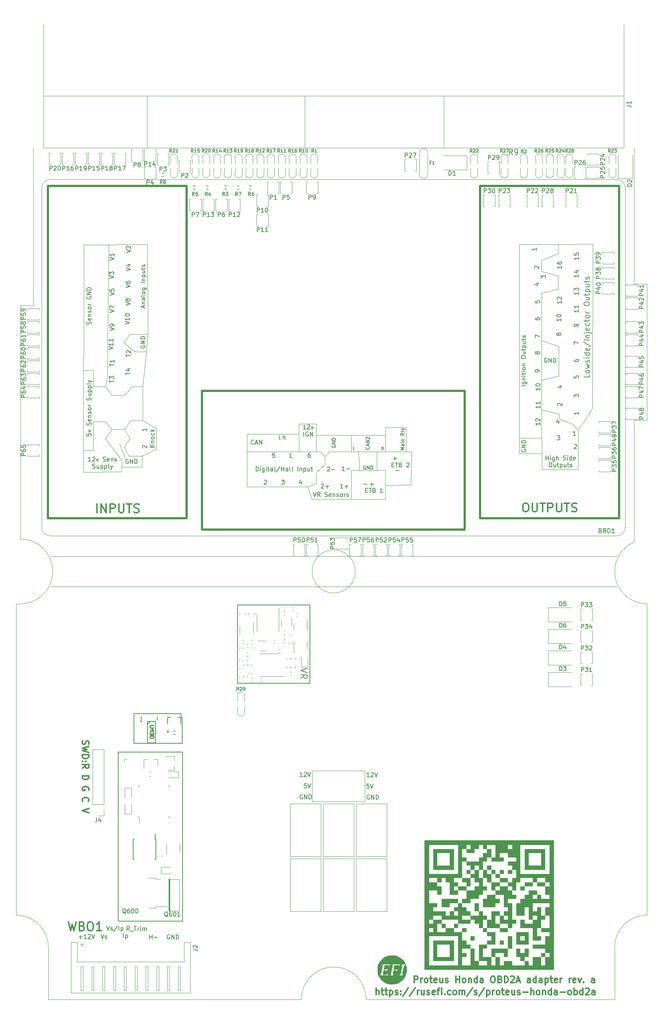
<source format=gto>
G75*
G70*
%OFA0B0*%
%FSLAX25Y25*%
%IPPOS*%
%LPD*%
%AMOC8*
5,1,8,0,0,1.08239X$1,22.5*
%
%ADD108C,0.01000*%
%ADD42C,0.01969*%
%ADD44C,0.00787*%
%ADD49C,0.00472*%
%ADD50C,0.00591*%
%ADD51C,0.01200*%
%ADD52C,0.01181*%
%ADD53C,0.00500*%
%ADD54C,0.00669*%
%ADD55C,0.00600*%
%ADD56C,0.00550*%
%ADD57C,0.00010*%
%ADD58C,0.00390*%
%ADD59C,0.00800*%
%ADD60C,0.00394*%
%ADD72C,0.00984*%
X0000000Y0000000D02*
%LPD*%
G01*
D49*
X0590551Y0543307D02*
X0590551Y0667323D01*
X0334646Y0015748D02*
G75*
G03*
X0275591Y0015748I-029528J0000000D01*
G01*
X0045276Y0062992D02*
G75*
G03*
X0015748Y0092520I-029528J0000000D01*
G01*
X0590551Y0543307D02*
X0578740Y0543307D01*
X0590551Y0092520D02*
X0590551Y0375984D01*
X0561024Y0015748D02*
X0561024Y0062992D01*
X0578740Y0667323D02*
X0578740Y0791339D01*
X0019685Y0435039D02*
X0019685Y0647638D01*
X0590551Y0667323D02*
X0578740Y0667323D01*
X0275591Y0015748D02*
X0045276Y0015748D01*
X0019685Y0375984D02*
G75*
G03*
X0019685Y0435039I0000000J0029528D01*
G01*
X0324803Y0405512D02*
G75*
G03*
X0285433Y0405512I-019685J0000000D01*
G01*
X0285433Y0405512D02*
G75*
G03*
X0324803Y0405512I0019685J0000000D01*
G01*
X0031496Y0647638D02*
X0031496Y0791339D01*
X0047244Y0391732D02*
X0562992Y0391732D01*
X0031496Y0647638D02*
X0019685Y0647638D01*
X0590551Y0092520D02*
G75*
G03*
X0561024Y0062992I0000000J-029528D01*
G01*
X0047244Y0419291D02*
X0562992Y0419291D01*
X0015748Y0092520D02*
X0015748Y0375984D01*
X0578740Y0543307D02*
X0578740Y0432283D01*
X0578740Y0432284D02*
G75*
G03*
X0590551Y0375984I0011811J-026911D01*
G01*
X0334646Y0015748D02*
X0561024Y0015748D01*
X0015748Y0375984D02*
X0019685Y0375984D01*
X0045276Y0015748D02*
X0045276Y0062992D01*
D50*
X0093157Y0075060D02*
X0094469Y0071123D01*
X0094469Y0071123D02*
X0095782Y0075060D01*
X0096907Y0071310D02*
X0097282Y0071123D01*
X0097282Y0071123D02*
X0098031Y0071123D01*
X0098031Y0071123D02*
X0098406Y0071310D01*
X0098406Y0071310D02*
X0098594Y0071685D01*
X0098594Y0071685D02*
X0098594Y0071873D01*
X0098594Y0071873D02*
X0098406Y0072248D01*
X0098406Y0072248D02*
X0098031Y0072435D01*
X0098031Y0072435D02*
X0097469Y0072435D01*
X0097469Y0072435D02*
X0097094Y0072623D01*
X0097094Y0072623D02*
X0096907Y0072998D01*
X0096907Y0072998D02*
X0096907Y0073185D01*
X0096907Y0073185D02*
X0097094Y0073560D01*
X0097094Y0073560D02*
X0097469Y0073747D01*
X0097469Y0073747D02*
X0098031Y0073747D01*
X0098031Y0073747D02*
X0098406Y0073560D01*
X0113573Y0071910D02*
X0113573Y0075847D01*
X0115448Y0074535D02*
X0115448Y0070598D01*
X0115448Y0074347D02*
X0115823Y0074535D01*
X0115823Y0074535D02*
X0116573Y0074535D01*
X0116573Y0074535D02*
X0116948Y0074347D01*
X0116948Y0074347D02*
X0117135Y0074160D01*
X0117135Y0074160D02*
X0117323Y0073785D01*
X0117323Y0073785D02*
X0117323Y0072660D01*
X0117323Y0072660D02*
X0117135Y0072285D01*
X0117135Y0072285D02*
X0116948Y0072098D01*
X0116948Y0072098D02*
X0116573Y0071910D01*
X0116573Y0071910D02*
X0115823Y0071910D01*
X0115823Y0071910D02*
X0115448Y0072098D01*
X0155662Y0074479D02*
X0155287Y0074666D01*
X0155287Y0074666D02*
X0154724Y0074666D01*
X0154724Y0074666D02*
X0154162Y0074479D01*
X0154162Y0074479D02*
X0153787Y0074104D01*
X0153787Y0074104D02*
X0153600Y0073729D01*
X0153600Y0073729D02*
X0153412Y0072979D01*
X0153412Y0072979D02*
X0153412Y0072416D01*
X0153412Y0072416D02*
X0153600Y0071666D01*
X0153600Y0071666D02*
X0153787Y0071291D01*
X0153787Y0071291D02*
X0154162Y0070917D01*
X0154162Y0070917D02*
X0154724Y0070729D01*
X0154724Y0070729D02*
X0155099Y0070729D01*
X0155099Y0070729D02*
X0155662Y0070917D01*
X0155662Y0070917D02*
X0155849Y0071104D01*
X0155849Y0071104D02*
X0155849Y0072416D01*
X0155849Y0072416D02*
X0155099Y0072416D01*
X0157537Y0070729D02*
X0157537Y0074666D01*
X0157537Y0074666D02*
X0159786Y0070729D01*
X0159786Y0070729D02*
X0159786Y0074666D01*
X0161661Y0070729D02*
X0161661Y0074666D01*
X0161661Y0074666D02*
X0162598Y0074666D01*
X0162598Y0074666D02*
X0163161Y0074479D01*
X0163161Y0074479D02*
X0163536Y0074104D01*
X0163536Y0074104D02*
X0163723Y0073729D01*
X0163723Y0073729D02*
X0163911Y0072979D01*
X0163911Y0072979D02*
X0163911Y0072416D01*
X0163911Y0072416D02*
X0163723Y0071666D01*
X0163723Y0071666D02*
X0163536Y0071291D01*
X0163536Y0071291D02*
X0163161Y0070917D01*
X0163161Y0070917D02*
X0162598Y0070729D01*
X0162598Y0070729D02*
X0161661Y0070729D01*
X0072985Y0072623D02*
X0075984Y0072623D01*
X0074484Y0071123D02*
X0074484Y0074122D01*
X0079921Y0071123D02*
X0077672Y0071123D01*
X0078796Y0071123D02*
X0078796Y0075060D01*
X0078796Y0075060D02*
X0078421Y0074497D01*
X0078421Y0074497D02*
X0078046Y0074122D01*
X0078046Y0074122D02*
X0077672Y0073935D01*
X0081421Y0074685D02*
X0081609Y0074872D01*
X0081609Y0074872D02*
X0081984Y0075060D01*
X0081984Y0075060D02*
X0082921Y0075060D01*
X0082921Y0075060D02*
X0083296Y0074872D01*
X0083296Y0074872D02*
X0083483Y0074685D01*
X0083483Y0074685D02*
X0083671Y0074310D01*
X0083671Y0074310D02*
X0083671Y0073935D01*
X0083671Y0073935D02*
X0083483Y0073372D01*
X0083483Y0073372D02*
X0081234Y0071123D01*
X0081234Y0071123D02*
X0083671Y0071123D01*
X0084796Y0075060D02*
X0086108Y0071123D01*
X0086108Y0071123D02*
X0087420Y0075060D01*
D51*
X0076598Y0195922D02*
X0076313Y0196208D01*
X0076313Y0196208D02*
X0076027Y0197065D01*
X0076027Y0197065D02*
X0076027Y0197637D01*
X0076027Y0197637D02*
X0076313Y0198494D01*
X0076313Y0198494D02*
X0076884Y0199065D01*
X0076884Y0199065D02*
X0077455Y0199351D01*
X0077455Y0199351D02*
X0078598Y0199637D01*
X0078598Y0199637D02*
X0079455Y0199637D01*
X0079455Y0199637D02*
X0080598Y0199351D01*
X0080598Y0199351D02*
X0081170Y0199065D01*
X0081170Y0199065D02*
X0081741Y0198494D01*
X0081741Y0198494D02*
X0082027Y0197637D01*
X0082027Y0197637D02*
X0082027Y0197065D01*
X0082027Y0197065D02*
X0081741Y0196208D01*
X0081741Y0196208D02*
X0081455Y0195922D01*
D50*
X0119029Y0078209D02*
X0117717Y0080084D01*
X0116779Y0078209D02*
X0116779Y0082146D01*
X0116779Y0082146D02*
X0118279Y0082146D01*
X0118279Y0082146D02*
X0118654Y0081959D01*
X0118654Y0081959D02*
X0118841Y0081771D01*
X0118841Y0081771D02*
X0119029Y0081396D01*
X0119029Y0081396D02*
X0119029Y0080834D01*
X0119029Y0080834D02*
X0118841Y0080459D01*
X0118841Y0080459D02*
X0118654Y0080272D01*
X0118654Y0080272D02*
X0118279Y0080084D01*
X0118279Y0080084D02*
X0116779Y0080084D01*
X0119779Y0077834D02*
X0122778Y0077834D01*
X0123153Y0082146D02*
X0125403Y0082146D01*
X0124278Y0078209D02*
X0124278Y0082146D01*
X0126715Y0078209D02*
X0126715Y0080834D01*
X0126715Y0080084D02*
X0126903Y0080459D01*
X0126903Y0080459D02*
X0127090Y0080647D01*
X0127090Y0080647D02*
X0127465Y0080834D01*
X0127465Y0080834D02*
X0127840Y0080834D01*
X0129153Y0078209D02*
X0129153Y0080834D01*
X0129153Y0082146D02*
X0128965Y0081959D01*
X0128965Y0081959D02*
X0129153Y0081771D01*
X0129153Y0081771D02*
X0129340Y0081959D01*
X0129340Y0081959D02*
X0129153Y0082146D01*
X0129153Y0082146D02*
X0129153Y0081771D01*
X0131027Y0078209D02*
X0131027Y0080834D01*
X0131027Y0080459D02*
X0131215Y0080647D01*
X0131215Y0080647D02*
X0131590Y0080834D01*
X0131590Y0080834D02*
X0132152Y0080834D01*
X0132152Y0080834D02*
X0132527Y0080647D01*
X0132527Y0080647D02*
X0132715Y0080272D01*
X0132715Y0080272D02*
X0132715Y0078209D01*
X0132715Y0080272D02*
X0132902Y0080647D01*
X0132902Y0080647D02*
X0133277Y0080834D01*
X0133277Y0080834D02*
X0133840Y0080834D01*
X0133840Y0080834D02*
X0134214Y0080647D01*
X0134214Y0080647D02*
X0134402Y0080272D01*
X0134402Y0080272D02*
X0134402Y0078209D01*
X0137383Y0070729D02*
X0137383Y0074666D01*
X0137383Y0072791D02*
X0139633Y0072791D01*
X0139633Y0070729D02*
X0139633Y0074666D01*
X0141507Y0072229D02*
X0144507Y0072229D01*
D51*
X0076313Y0251351D02*
X0076027Y0250494D01*
X0076027Y0250494D02*
X0076027Y0249065D01*
X0076027Y0249065D02*
X0076313Y0248494D01*
X0076313Y0248494D02*
X0076598Y0248208D01*
X0076598Y0248208D02*
X0077170Y0247922D01*
X0077170Y0247922D02*
X0077741Y0247922D01*
X0077741Y0247922D02*
X0078313Y0248208D01*
X0078313Y0248208D02*
X0078598Y0248494D01*
X0078598Y0248494D02*
X0078884Y0249065D01*
X0078884Y0249065D02*
X0079170Y0250208D01*
X0079170Y0250208D02*
X0079455Y0250780D01*
X0079455Y0250780D02*
X0079741Y0251065D01*
X0079741Y0251065D02*
X0080313Y0251351D01*
X0080313Y0251351D02*
X0080884Y0251351D01*
X0080884Y0251351D02*
X0081455Y0251065D01*
X0081455Y0251065D02*
X0081741Y0250780D01*
X0081741Y0250780D02*
X0082027Y0250208D01*
X0082027Y0250208D02*
X0082027Y0248780D01*
X0082027Y0248780D02*
X0081741Y0247922D01*
X0082027Y0245922D02*
X0076027Y0244494D01*
X0076027Y0244494D02*
X0080313Y0243351D01*
X0080313Y0243351D02*
X0076027Y0242208D01*
X0076027Y0242208D02*
X0082027Y0240780D01*
X0076027Y0238494D02*
X0082027Y0238494D01*
X0082027Y0238494D02*
X0082027Y0237065D01*
X0082027Y0237065D02*
X0081741Y0236208D01*
X0081741Y0236208D02*
X0081170Y0235637D01*
X0081170Y0235637D02*
X0080598Y0235351D01*
X0080598Y0235351D02*
X0079455Y0235065D01*
X0079455Y0235065D02*
X0078598Y0235065D01*
X0078598Y0235065D02*
X0077455Y0235351D01*
X0077455Y0235351D02*
X0076884Y0235637D01*
X0076884Y0235637D02*
X0076313Y0236208D01*
X0076313Y0236208D02*
X0076027Y0237065D01*
X0076027Y0237065D02*
X0076027Y0238494D01*
X0076598Y0232494D02*
X0076313Y0232208D01*
X0076313Y0232208D02*
X0076027Y0232494D01*
X0076027Y0232494D02*
X0076313Y0232780D01*
X0076313Y0232780D02*
X0076598Y0232494D01*
X0076598Y0232494D02*
X0076027Y0232494D01*
X0079741Y0232494D02*
X0079455Y0232208D01*
X0079455Y0232208D02*
X0079170Y0232494D01*
X0079170Y0232494D02*
X0079455Y0232780D01*
X0079455Y0232780D02*
X0079741Y0232494D01*
X0079741Y0232494D02*
X0079170Y0232494D01*
X0076027Y0226208D02*
X0078884Y0228208D01*
X0076027Y0229637D02*
X0082027Y0229637D01*
X0082027Y0229637D02*
X0082027Y0227351D01*
X0082027Y0227351D02*
X0081741Y0226780D01*
X0081741Y0226780D02*
X0081455Y0226494D01*
X0081455Y0226494D02*
X0080884Y0226208D01*
X0080884Y0226208D02*
X0080027Y0226208D01*
X0080027Y0226208D02*
X0079455Y0226494D01*
X0079455Y0226494D02*
X0079170Y0226780D01*
X0079170Y0226780D02*
X0078884Y0227351D01*
X0078884Y0227351D02*
X0078884Y0229637D01*
D50*
X0337640Y0218446D02*
X0335390Y0218446D01*
X0336515Y0218446D02*
X0336515Y0222383D01*
X0336515Y0222383D02*
X0336140Y0221820D01*
X0336140Y0221820D02*
X0335765Y0221445D01*
X0335765Y0221445D02*
X0335390Y0221258D01*
X0339140Y0222008D02*
X0339327Y0222195D01*
X0339327Y0222195D02*
X0339702Y0222383D01*
X0339702Y0222383D02*
X0340640Y0222383D01*
X0340640Y0222383D02*
X0341015Y0222195D01*
X0341015Y0222195D02*
X0341202Y0222008D01*
X0341202Y0222008D02*
X0341390Y0221633D01*
X0341390Y0221633D02*
X0341390Y0221258D01*
X0341390Y0221258D02*
X0341202Y0220695D01*
X0341202Y0220695D02*
X0338952Y0218446D01*
X0338952Y0218446D02*
X0341390Y0218446D01*
X0342515Y0222383D02*
X0343827Y0218446D01*
X0343827Y0218446D02*
X0345139Y0222383D01*
D51*
X0076027Y0219351D02*
X0082027Y0219351D01*
X0082027Y0219351D02*
X0082027Y0217922D01*
X0082027Y0217922D02*
X0081741Y0217065D01*
X0081741Y0217065D02*
X0081170Y0216494D01*
X0081170Y0216494D02*
X0080598Y0216208D01*
X0080598Y0216208D02*
X0079455Y0215922D01*
X0079455Y0215922D02*
X0078598Y0215922D01*
X0078598Y0215922D02*
X0077455Y0216208D01*
X0077455Y0216208D02*
X0076884Y0216494D01*
X0076884Y0216494D02*
X0076313Y0217065D01*
X0076313Y0217065D02*
X0076027Y0217922D01*
X0076027Y0217922D02*
X0076027Y0219351D01*
D52*
X0343914Y0020007D02*
X0343914Y0025912D01*
X0346445Y0020007D02*
X0346445Y0023100D01*
X0346445Y0023100D02*
X0346164Y0023662D01*
X0346164Y0023662D02*
X0345602Y0023944D01*
X0345602Y0023944D02*
X0344758Y0023944D01*
X0344758Y0023944D02*
X0344196Y0023662D01*
X0344196Y0023662D02*
X0343914Y0023381D01*
X0348414Y0023944D02*
X0350664Y0023944D01*
X0349258Y0025912D02*
X0349258Y0020850D01*
X0349258Y0020850D02*
X0349539Y0020288D01*
X0349539Y0020288D02*
X0350101Y0020007D01*
X0350101Y0020007D02*
X0350664Y0020007D01*
X0351789Y0023944D02*
X0354038Y0023944D01*
X0352632Y0025912D02*
X0352632Y0020850D01*
X0352632Y0020850D02*
X0352913Y0020288D01*
X0352913Y0020288D02*
X0353476Y0020007D01*
X0353476Y0020007D02*
X0354038Y0020007D01*
X0356007Y0023944D02*
X0356007Y0018038D01*
X0356007Y0023662D02*
X0356569Y0023944D01*
X0356569Y0023944D02*
X0357694Y0023944D01*
X0357694Y0023944D02*
X0358256Y0023662D01*
X0358256Y0023662D02*
X0358538Y0023381D01*
X0358538Y0023381D02*
X0358819Y0022819D01*
X0358819Y0022819D02*
X0358819Y0021131D01*
X0358819Y0021131D02*
X0358538Y0020569D01*
X0358538Y0020569D02*
X0358256Y0020288D01*
X0358256Y0020288D02*
X0357694Y0020007D01*
X0357694Y0020007D02*
X0356569Y0020007D01*
X0356569Y0020007D02*
X0356007Y0020288D01*
X0361069Y0020288D02*
X0361631Y0020007D01*
X0361631Y0020007D02*
X0362756Y0020007D01*
X0362756Y0020007D02*
X0363318Y0020288D01*
X0363318Y0020288D02*
X0363600Y0020850D01*
X0363600Y0020850D02*
X0363600Y0021131D01*
X0363600Y0021131D02*
X0363318Y0021694D01*
X0363318Y0021694D02*
X0362756Y0021975D01*
X0362756Y0021975D02*
X0361912Y0021975D01*
X0361912Y0021975D02*
X0361350Y0022256D01*
X0361350Y0022256D02*
X0361069Y0022819D01*
X0361069Y0022819D02*
X0361069Y0023100D01*
X0361069Y0023100D02*
X0361350Y0023662D01*
X0361350Y0023662D02*
X0361912Y0023944D01*
X0361912Y0023944D02*
X0362756Y0023944D01*
X0362756Y0023944D02*
X0363318Y0023662D01*
X0366130Y0020569D02*
X0366412Y0020288D01*
X0366412Y0020288D02*
X0366130Y0020007D01*
X0366130Y0020007D02*
X0365849Y0020288D01*
X0365849Y0020288D02*
X0366130Y0020569D01*
X0366130Y0020569D02*
X0366130Y0020007D01*
X0366130Y0023662D02*
X0366412Y0023381D01*
X0366412Y0023381D02*
X0366130Y0023100D01*
X0366130Y0023100D02*
X0365849Y0023381D01*
X0365849Y0023381D02*
X0366130Y0023662D01*
X0366130Y0023662D02*
X0366130Y0023100D01*
X0373161Y0026193D02*
X0368099Y0018601D01*
X0379348Y0026193D02*
X0374286Y0018601D01*
X0381316Y0020007D02*
X0381316Y0023944D01*
X0381316Y0022819D02*
X0381597Y0023381D01*
X0381597Y0023381D02*
X0381879Y0023662D01*
X0381879Y0023662D02*
X0382441Y0023944D01*
X0382441Y0023944D02*
X0383003Y0023944D01*
X0387503Y0023944D02*
X0387503Y0020007D01*
X0384972Y0023944D02*
X0384972Y0020850D01*
X0384972Y0020850D02*
X0385253Y0020288D01*
X0385253Y0020288D02*
X0385816Y0020007D01*
X0385816Y0020007D02*
X0386659Y0020007D01*
X0386659Y0020007D02*
X0387222Y0020288D01*
X0387222Y0020288D02*
X0387503Y0020569D01*
X0390034Y0020288D02*
X0390596Y0020007D01*
X0390596Y0020007D02*
X0391721Y0020007D01*
X0391721Y0020007D02*
X0392283Y0020288D01*
X0392283Y0020288D02*
X0392565Y0020850D01*
X0392565Y0020850D02*
X0392565Y0021131D01*
X0392565Y0021131D02*
X0392283Y0021694D01*
X0392283Y0021694D02*
X0391721Y0021975D01*
X0391721Y0021975D02*
X0390877Y0021975D01*
X0390877Y0021975D02*
X0390315Y0022256D01*
X0390315Y0022256D02*
X0390034Y0022819D01*
X0390034Y0022819D02*
X0390034Y0023100D01*
X0390034Y0023100D02*
X0390315Y0023662D01*
X0390315Y0023662D02*
X0390877Y0023944D01*
X0390877Y0023944D02*
X0391721Y0023944D01*
X0391721Y0023944D02*
X0392283Y0023662D01*
X0397345Y0020288D02*
X0396783Y0020007D01*
X0396783Y0020007D02*
X0395658Y0020007D01*
X0395658Y0020007D02*
X0395096Y0020288D01*
X0395096Y0020288D02*
X0394814Y0020850D01*
X0394814Y0020850D02*
X0394814Y0023100D01*
X0394814Y0023100D02*
X0395096Y0023662D01*
X0395096Y0023662D02*
X0395658Y0023944D01*
X0395658Y0023944D02*
X0396783Y0023944D01*
X0396783Y0023944D02*
X0397345Y0023662D01*
X0397345Y0023662D02*
X0397627Y0023100D01*
X0397627Y0023100D02*
X0397627Y0022538D01*
X0397627Y0022538D02*
X0394814Y0021975D01*
X0399314Y0023944D02*
X0401564Y0023944D01*
X0400157Y0020007D02*
X0400157Y0025068D01*
X0400157Y0025068D02*
X0400439Y0025631D01*
X0400439Y0025631D02*
X0401001Y0025912D01*
X0401001Y0025912D02*
X0401564Y0025912D01*
X0403532Y0020007D02*
X0403532Y0023944D01*
X0403532Y0025912D02*
X0403251Y0025631D01*
X0403251Y0025631D02*
X0403532Y0025350D01*
X0403532Y0025350D02*
X0403813Y0025631D01*
X0403813Y0025631D02*
X0403532Y0025912D01*
X0403532Y0025912D02*
X0403532Y0025350D01*
X0406344Y0020569D02*
X0406625Y0020288D01*
X0406625Y0020288D02*
X0406344Y0020007D01*
X0406344Y0020007D02*
X0406063Y0020288D01*
X0406063Y0020288D02*
X0406344Y0020569D01*
X0406344Y0020569D02*
X0406344Y0020007D01*
X0411687Y0020288D02*
X0411125Y0020007D01*
X0411125Y0020007D02*
X0410000Y0020007D01*
X0410000Y0020007D02*
X0409438Y0020288D01*
X0409438Y0020288D02*
X0409156Y0020569D01*
X0409156Y0020569D02*
X0408875Y0021131D01*
X0408875Y0021131D02*
X0408875Y0022819D01*
X0408875Y0022819D02*
X0409156Y0023381D01*
X0409156Y0023381D02*
X0409438Y0023662D01*
X0409438Y0023662D02*
X0410000Y0023944D01*
X0410000Y0023944D02*
X0411125Y0023944D01*
X0411125Y0023944D02*
X0411687Y0023662D01*
X0415062Y0020007D02*
X0414499Y0020288D01*
X0414499Y0020288D02*
X0414218Y0020569D01*
X0414218Y0020569D02*
X0413937Y0021131D01*
X0413937Y0021131D02*
X0413937Y0022819D01*
X0413937Y0022819D02*
X0414218Y0023381D01*
X0414218Y0023381D02*
X0414499Y0023662D01*
X0414499Y0023662D02*
X0415062Y0023944D01*
X0415062Y0023944D02*
X0415906Y0023944D01*
X0415906Y0023944D02*
X0416468Y0023662D01*
X0416468Y0023662D02*
X0416749Y0023381D01*
X0416749Y0023381D02*
X0417030Y0022819D01*
X0417030Y0022819D02*
X0417030Y0021131D01*
X0417030Y0021131D02*
X0416749Y0020569D01*
X0416749Y0020569D02*
X0416468Y0020288D01*
X0416468Y0020288D02*
X0415906Y0020007D01*
X0415906Y0020007D02*
X0415062Y0020007D01*
X0419561Y0020007D02*
X0419561Y0023944D01*
X0419561Y0023381D02*
X0419843Y0023662D01*
X0419843Y0023662D02*
X0420405Y0023944D01*
X0420405Y0023944D02*
X0421249Y0023944D01*
X0421249Y0023944D02*
X0421811Y0023662D01*
X0421811Y0023662D02*
X0422092Y0023100D01*
X0422092Y0023100D02*
X0422092Y0020007D01*
X0422092Y0023100D02*
X0422373Y0023662D01*
X0422373Y0023662D02*
X0422936Y0023944D01*
X0422936Y0023944D02*
X0423780Y0023944D01*
X0423780Y0023944D02*
X0424342Y0023662D01*
X0424342Y0023662D02*
X0424623Y0023100D01*
X0424623Y0023100D02*
X0424623Y0020007D01*
X0431654Y0026193D02*
X0426592Y0018601D01*
X0433341Y0020288D02*
X0433903Y0020007D01*
X0433903Y0020007D02*
X0435028Y0020007D01*
X0435028Y0020007D02*
X0435591Y0020288D01*
X0435591Y0020288D02*
X0435872Y0020850D01*
X0435872Y0020850D02*
X0435872Y0021131D01*
X0435872Y0021131D02*
X0435591Y0021694D01*
X0435591Y0021694D02*
X0435028Y0021975D01*
X0435028Y0021975D02*
X0434184Y0021975D01*
X0434184Y0021975D02*
X0433622Y0022256D01*
X0433622Y0022256D02*
X0433341Y0022819D01*
X0433341Y0022819D02*
X0433341Y0023100D01*
X0433341Y0023100D02*
X0433622Y0023662D01*
X0433622Y0023662D02*
X0434184Y0023944D01*
X0434184Y0023944D02*
X0435028Y0023944D01*
X0435028Y0023944D02*
X0435591Y0023662D01*
X0442621Y0026193D02*
X0437559Y0018601D01*
X0444589Y0023944D02*
X0444589Y0018038D01*
X0444589Y0023662D02*
X0445152Y0023944D01*
X0445152Y0023944D02*
X0446277Y0023944D01*
X0446277Y0023944D02*
X0446839Y0023662D01*
X0446839Y0023662D02*
X0447120Y0023381D01*
X0447120Y0023381D02*
X0447402Y0022819D01*
X0447402Y0022819D02*
X0447402Y0021131D01*
X0447402Y0021131D02*
X0447120Y0020569D01*
X0447120Y0020569D02*
X0446839Y0020288D01*
X0446839Y0020288D02*
X0446277Y0020007D01*
X0446277Y0020007D02*
X0445152Y0020007D01*
X0445152Y0020007D02*
X0444589Y0020288D01*
X0449933Y0020007D02*
X0449933Y0023944D01*
X0449933Y0022819D02*
X0450214Y0023381D01*
X0450214Y0023381D02*
X0450495Y0023662D01*
X0450495Y0023662D02*
X0451057Y0023944D01*
X0451057Y0023944D02*
X0451620Y0023944D01*
X0454432Y0020007D02*
X0453870Y0020288D01*
X0453870Y0020288D02*
X0453588Y0020569D01*
X0453588Y0020569D02*
X0453307Y0021131D01*
X0453307Y0021131D02*
X0453307Y0022819D01*
X0453307Y0022819D02*
X0453588Y0023381D01*
X0453588Y0023381D02*
X0453870Y0023662D01*
X0453870Y0023662D02*
X0454432Y0023944D01*
X0454432Y0023944D02*
X0455276Y0023944D01*
X0455276Y0023944D02*
X0455838Y0023662D01*
X0455838Y0023662D02*
X0456119Y0023381D01*
X0456119Y0023381D02*
X0456400Y0022819D01*
X0456400Y0022819D02*
X0456400Y0021131D01*
X0456400Y0021131D02*
X0456119Y0020569D01*
X0456119Y0020569D02*
X0455838Y0020288D01*
X0455838Y0020288D02*
X0455276Y0020007D01*
X0455276Y0020007D02*
X0454432Y0020007D01*
X0458088Y0023944D02*
X0460337Y0023944D01*
X0458931Y0025912D02*
X0458931Y0020850D01*
X0458931Y0020850D02*
X0459213Y0020288D01*
X0459213Y0020288D02*
X0459775Y0020007D01*
X0459775Y0020007D02*
X0460337Y0020007D01*
X0464556Y0020288D02*
X0463993Y0020007D01*
X0463993Y0020007D02*
X0462868Y0020007D01*
X0462868Y0020007D02*
X0462306Y0020288D01*
X0462306Y0020288D02*
X0462025Y0020850D01*
X0462025Y0020850D02*
X0462025Y0023100D01*
X0462025Y0023100D02*
X0462306Y0023662D01*
X0462306Y0023662D02*
X0462868Y0023944D01*
X0462868Y0023944D02*
X0463993Y0023944D01*
X0463993Y0023944D02*
X0464556Y0023662D01*
X0464556Y0023662D02*
X0464837Y0023100D01*
X0464837Y0023100D02*
X0464837Y0022538D01*
X0464837Y0022538D02*
X0462025Y0021975D01*
X0469899Y0023944D02*
X0469899Y0020007D01*
X0467368Y0023944D02*
X0467368Y0020850D01*
X0467368Y0020850D02*
X0467649Y0020288D01*
X0467649Y0020288D02*
X0468211Y0020007D01*
X0468211Y0020007D02*
X0469055Y0020007D01*
X0469055Y0020007D02*
X0469618Y0020288D01*
X0469618Y0020288D02*
X0469899Y0020569D01*
X0472430Y0020288D02*
X0472992Y0020007D01*
X0472992Y0020007D02*
X0474117Y0020007D01*
X0474117Y0020007D02*
X0474679Y0020288D01*
X0474679Y0020288D02*
X0474961Y0020850D01*
X0474961Y0020850D02*
X0474961Y0021131D01*
X0474961Y0021131D02*
X0474679Y0021694D01*
X0474679Y0021694D02*
X0474117Y0021975D01*
X0474117Y0021975D02*
X0473273Y0021975D01*
X0473273Y0021975D02*
X0472711Y0022256D01*
X0472711Y0022256D02*
X0472430Y0022819D01*
X0472430Y0022819D02*
X0472430Y0023100D01*
X0472430Y0023100D02*
X0472711Y0023662D01*
X0472711Y0023662D02*
X0473273Y0023944D01*
X0473273Y0023944D02*
X0474117Y0023944D01*
X0474117Y0023944D02*
X0474679Y0023662D01*
X0477492Y0022256D02*
X0481991Y0022256D01*
X0484803Y0020007D02*
X0484803Y0025912D01*
X0487334Y0020007D02*
X0487334Y0023100D01*
X0487334Y0023100D02*
X0487053Y0023662D01*
X0487053Y0023662D02*
X0486490Y0023944D01*
X0486490Y0023944D02*
X0485647Y0023944D01*
X0485647Y0023944D02*
X0485084Y0023662D01*
X0485084Y0023662D02*
X0484803Y0023381D01*
X0490990Y0020007D02*
X0490427Y0020288D01*
X0490427Y0020288D02*
X0490146Y0020569D01*
X0490146Y0020569D02*
X0489865Y0021131D01*
X0489865Y0021131D02*
X0489865Y0022819D01*
X0489865Y0022819D02*
X0490146Y0023381D01*
X0490146Y0023381D02*
X0490427Y0023662D01*
X0490427Y0023662D02*
X0490990Y0023944D01*
X0490990Y0023944D02*
X0491834Y0023944D01*
X0491834Y0023944D02*
X0492396Y0023662D01*
X0492396Y0023662D02*
X0492677Y0023381D01*
X0492677Y0023381D02*
X0492958Y0022819D01*
X0492958Y0022819D02*
X0492958Y0021131D01*
X0492958Y0021131D02*
X0492677Y0020569D01*
X0492677Y0020569D02*
X0492396Y0020288D01*
X0492396Y0020288D02*
X0491834Y0020007D01*
X0491834Y0020007D02*
X0490990Y0020007D01*
X0495489Y0023944D02*
X0495489Y0020007D01*
X0495489Y0023381D02*
X0495771Y0023662D01*
X0495771Y0023662D02*
X0496333Y0023944D01*
X0496333Y0023944D02*
X0497177Y0023944D01*
X0497177Y0023944D02*
X0497739Y0023662D01*
X0497739Y0023662D02*
X0498020Y0023100D01*
X0498020Y0023100D02*
X0498020Y0020007D01*
X0503363Y0020007D02*
X0503363Y0025912D01*
X0503363Y0020288D02*
X0502801Y0020007D01*
X0502801Y0020007D02*
X0501676Y0020007D01*
X0501676Y0020007D02*
X0501114Y0020288D01*
X0501114Y0020288D02*
X0500832Y0020569D01*
X0500832Y0020569D02*
X0500551Y0021131D01*
X0500551Y0021131D02*
X0500551Y0022819D01*
X0500551Y0022819D02*
X0500832Y0023381D01*
X0500832Y0023381D02*
X0501114Y0023662D01*
X0501114Y0023662D02*
X0501676Y0023944D01*
X0501676Y0023944D02*
X0502801Y0023944D01*
X0502801Y0023944D02*
X0503363Y0023662D01*
X0508706Y0020007D02*
X0508706Y0023100D01*
X0508706Y0023100D02*
X0508425Y0023662D01*
X0508425Y0023662D02*
X0507863Y0023944D01*
X0507863Y0023944D02*
X0506738Y0023944D01*
X0506738Y0023944D02*
X0506175Y0023662D01*
X0508706Y0020288D02*
X0508144Y0020007D01*
X0508144Y0020007D02*
X0506738Y0020007D01*
X0506738Y0020007D02*
X0506175Y0020288D01*
X0506175Y0020288D02*
X0505894Y0020850D01*
X0505894Y0020850D02*
X0505894Y0021413D01*
X0505894Y0021413D02*
X0506175Y0021975D01*
X0506175Y0021975D02*
X0506738Y0022256D01*
X0506738Y0022256D02*
X0508144Y0022256D01*
X0508144Y0022256D02*
X0508706Y0022538D01*
X0511519Y0022256D02*
X0516018Y0022256D01*
X0519674Y0020007D02*
X0519111Y0020288D01*
X0519111Y0020288D02*
X0518830Y0020569D01*
X0518830Y0020569D02*
X0518549Y0021131D01*
X0518549Y0021131D02*
X0518549Y0022819D01*
X0518549Y0022819D02*
X0518830Y0023381D01*
X0518830Y0023381D02*
X0519111Y0023662D01*
X0519111Y0023662D02*
X0519674Y0023944D01*
X0519674Y0023944D02*
X0520517Y0023944D01*
X0520517Y0023944D02*
X0521080Y0023662D01*
X0521080Y0023662D02*
X0521361Y0023381D01*
X0521361Y0023381D02*
X0521642Y0022819D01*
X0521642Y0022819D02*
X0521642Y0021131D01*
X0521642Y0021131D02*
X0521361Y0020569D01*
X0521361Y0020569D02*
X0521080Y0020288D01*
X0521080Y0020288D02*
X0520517Y0020007D01*
X0520517Y0020007D02*
X0519674Y0020007D01*
X0524173Y0020007D02*
X0524173Y0025912D01*
X0524173Y0023662D02*
X0524736Y0023944D01*
X0524736Y0023944D02*
X0525861Y0023944D01*
X0525861Y0023944D02*
X0526423Y0023662D01*
X0526423Y0023662D02*
X0526704Y0023381D01*
X0526704Y0023381D02*
X0526985Y0022819D01*
X0526985Y0022819D02*
X0526985Y0021131D01*
X0526985Y0021131D02*
X0526704Y0020569D01*
X0526704Y0020569D02*
X0526423Y0020288D01*
X0526423Y0020288D02*
X0525861Y0020007D01*
X0525861Y0020007D02*
X0524736Y0020007D01*
X0524736Y0020007D02*
X0524173Y0020288D01*
X0532047Y0020007D02*
X0532047Y0025912D01*
X0532047Y0020288D02*
X0531485Y0020007D01*
X0531485Y0020007D02*
X0530360Y0020007D01*
X0530360Y0020007D02*
X0529798Y0020288D01*
X0529798Y0020288D02*
X0529516Y0020569D01*
X0529516Y0020569D02*
X0529235Y0021131D01*
X0529235Y0021131D02*
X0529235Y0022819D01*
X0529235Y0022819D02*
X0529516Y0023381D01*
X0529516Y0023381D02*
X0529798Y0023662D01*
X0529798Y0023662D02*
X0530360Y0023944D01*
X0530360Y0023944D02*
X0531485Y0023944D01*
X0531485Y0023944D02*
X0532047Y0023662D01*
X0534578Y0025350D02*
X0534859Y0025631D01*
X0534859Y0025631D02*
X0535422Y0025912D01*
X0535422Y0025912D02*
X0536828Y0025912D01*
X0536828Y0025912D02*
X0537390Y0025631D01*
X0537390Y0025631D02*
X0537672Y0025350D01*
X0537672Y0025350D02*
X0537953Y0024787D01*
X0537953Y0024787D02*
X0537953Y0024225D01*
X0537953Y0024225D02*
X0537672Y0023381D01*
X0537672Y0023381D02*
X0534297Y0020007D01*
X0534297Y0020007D02*
X0537953Y0020007D01*
X0543015Y0020007D02*
X0543015Y0023100D01*
X0543015Y0023100D02*
X0542733Y0023662D01*
X0542733Y0023662D02*
X0542171Y0023944D01*
X0542171Y0023944D02*
X0541046Y0023944D01*
X0541046Y0023944D02*
X0540484Y0023662D01*
X0543015Y0020288D02*
X0542452Y0020007D01*
X0542452Y0020007D02*
X0541046Y0020007D01*
X0541046Y0020007D02*
X0540484Y0020288D01*
X0540484Y0020288D02*
X0540202Y0020850D01*
X0540202Y0020850D02*
X0540202Y0021413D01*
X0540202Y0021413D02*
X0540484Y0021975D01*
X0540484Y0021975D02*
X0541046Y0022256D01*
X0541046Y0022256D02*
X0542452Y0022256D01*
X0542452Y0022256D02*
X0543015Y0022538D01*
D50*
X0276616Y0201959D02*
X0276242Y0202146D01*
X0276242Y0202146D02*
X0275679Y0202146D01*
X0275679Y0202146D02*
X0275117Y0201959D01*
X0275117Y0201959D02*
X0274742Y0201584D01*
X0274742Y0201584D02*
X0274554Y0201209D01*
X0274554Y0201209D02*
X0274367Y0200459D01*
X0274367Y0200459D02*
X0274367Y0199897D01*
X0274367Y0199897D02*
X0274554Y0199147D01*
X0274554Y0199147D02*
X0274742Y0198772D01*
X0274742Y0198772D02*
X0275117Y0198397D01*
X0275117Y0198397D02*
X0275679Y0198209D01*
X0275679Y0198209D02*
X0276054Y0198209D01*
X0276054Y0198209D02*
X0276616Y0198397D01*
X0276616Y0198397D02*
X0276804Y0198584D01*
X0276804Y0198584D02*
X0276804Y0199897D01*
X0276804Y0199897D02*
X0276054Y0199897D01*
X0278491Y0198209D02*
X0278491Y0202146D01*
X0278491Y0202146D02*
X0280741Y0198209D01*
X0280741Y0198209D02*
X0280741Y0202146D01*
X0282616Y0198209D02*
X0282616Y0202146D01*
X0282616Y0202146D02*
X0283553Y0202146D01*
X0283553Y0202146D02*
X0284116Y0201959D01*
X0284116Y0201959D02*
X0284491Y0201584D01*
X0284491Y0201584D02*
X0284678Y0201209D01*
X0284678Y0201209D02*
X0284865Y0200459D01*
X0284865Y0200459D02*
X0284865Y0199897D01*
X0284865Y0199897D02*
X0284678Y0199147D01*
X0284678Y0199147D02*
X0284491Y0198772D01*
X0284491Y0198772D02*
X0284116Y0198397D01*
X0284116Y0198397D02*
X0283553Y0198209D01*
X0283553Y0198209D02*
X0282616Y0198209D01*
X0280287Y0212225D02*
X0278413Y0212225D01*
X0278413Y0212225D02*
X0278225Y0210350D01*
X0278225Y0210350D02*
X0278413Y0210538D01*
X0278413Y0210538D02*
X0278787Y0210725D01*
X0278787Y0210725D02*
X0279725Y0210725D01*
X0279725Y0210725D02*
X0280100Y0210538D01*
X0280100Y0210538D02*
X0280287Y0210350D01*
X0280287Y0210350D02*
X0280475Y0209975D01*
X0280475Y0209975D02*
X0280475Y0209038D01*
X0280475Y0209038D02*
X0280287Y0208663D01*
X0280287Y0208663D02*
X0280100Y0208476D01*
X0280100Y0208476D02*
X0279725Y0208288D01*
X0279725Y0208288D02*
X0278787Y0208288D01*
X0278787Y0208288D02*
X0278413Y0208476D01*
X0278413Y0208476D02*
X0278225Y0208663D01*
X0281600Y0212225D02*
X0282912Y0208288D01*
X0282912Y0208288D02*
X0284224Y0212225D01*
X0098219Y0082540D02*
X0099531Y0078603D01*
X0099531Y0078603D02*
X0100844Y0082540D01*
X0101969Y0078791D02*
X0102343Y0078603D01*
X0102343Y0078603D02*
X0103093Y0078603D01*
X0103093Y0078603D02*
X0103468Y0078791D01*
X0103468Y0078791D02*
X0103656Y0079166D01*
X0103656Y0079166D02*
X0103656Y0079353D01*
X0103656Y0079353D02*
X0103468Y0079728D01*
X0103468Y0079728D02*
X0103093Y0079915D01*
X0103093Y0079915D02*
X0102531Y0079915D01*
X0102531Y0079915D02*
X0102156Y0080103D01*
X0102156Y0080103D02*
X0101969Y0080478D01*
X0101969Y0080478D02*
X0101969Y0080665D01*
X0101969Y0080665D02*
X0102156Y0081040D01*
X0102156Y0081040D02*
X0102531Y0081228D01*
X0102531Y0081228D02*
X0103093Y0081228D01*
X0103093Y0081228D02*
X0103468Y0081040D01*
X0108155Y0082728D02*
X0104781Y0077666D01*
X0109468Y0078603D02*
X0109468Y0082540D01*
X0111342Y0081228D02*
X0111342Y0077291D01*
X0111342Y0081040D02*
X0111717Y0081228D01*
X0111717Y0081228D02*
X0112467Y0081228D01*
X0112467Y0081228D02*
X0112842Y0081040D01*
X0112842Y0081040D02*
X0113030Y0080853D01*
X0113030Y0080853D02*
X0113217Y0080478D01*
X0113217Y0080478D02*
X0113217Y0079353D01*
X0113217Y0079353D02*
X0113030Y0078978D01*
X0113030Y0078978D02*
X0112842Y0078791D01*
X0112842Y0078791D02*
X0112467Y0078603D01*
X0112467Y0078603D02*
X0111717Y0078603D01*
X0111717Y0078603D02*
X0111342Y0078791D01*
D51*
X0081741Y0206208D02*
X0082027Y0206780D01*
X0082027Y0206780D02*
X0082027Y0207637D01*
X0082027Y0207637D02*
X0081741Y0208494D01*
X0081741Y0208494D02*
X0081170Y0209065D01*
X0081170Y0209065D02*
X0080598Y0209351D01*
X0080598Y0209351D02*
X0079455Y0209637D01*
X0079455Y0209637D02*
X0078598Y0209637D01*
X0078598Y0209637D02*
X0077455Y0209351D01*
X0077455Y0209351D02*
X0076884Y0209065D01*
X0076884Y0209065D02*
X0076313Y0208494D01*
X0076313Y0208494D02*
X0076027Y0207637D01*
X0076027Y0207637D02*
X0076027Y0207065D01*
X0076027Y0207065D02*
X0076313Y0206208D01*
X0076313Y0206208D02*
X0076598Y0205922D01*
X0076598Y0205922D02*
X0078598Y0205922D01*
X0078598Y0205922D02*
X0078598Y0207065D01*
D50*
X0276616Y0218682D02*
X0274367Y0218682D01*
X0275492Y0218682D02*
X0275492Y0222619D01*
X0275492Y0222619D02*
X0275117Y0222056D01*
X0275117Y0222056D02*
X0274742Y0221681D01*
X0274742Y0221681D02*
X0274367Y0221494D01*
X0278116Y0222244D02*
X0278304Y0222431D01*
X0278304Y0222431D02*
X0278679Y0222619D01*
X0278679Y0222619D02*
X0279616Y0222619D01*
X0279616Y0222619D02*
X0279991Y0222431D01*
X0279991Y0222431D02*
X0280179Y0222244D01*
X0280179Y0222244D02*
X0280366Y0221869D01*
X0280366Y0221869D02*
X0280366Y0221494D01*
X0280366Y0221494D02*
X0280179Y0220932D01*
X0280179Y0220932D02*
X0277929Y0218682D01*
X0277929Y0218682D02*
X0280366Y0218682D01*
X0281491Y0222619D02*
X0282803Y0218682D01*
X0282803Y0218682D02*
X0284116Y0222619D01*
X0337279Y0211989D02*
X0335405Y0211989D01*
X0335405Y0211989D02*
X0335217Y0210114D01*
X0335217Y0210114D02*
X0335405Y0210302D01*
X0335405Y0210302D02*
X0335780Y0210489D01*
X0335780Y0210489D02*
X0336717Y0210489D01*
X0336717Y0210489D02*
X0337092Y0210302D01*
X0337092Y0210302D02*
X0337279Y0210114D01*
X0337279Y0210114D02*
X0337467Y0209739D01*
X0337467Y0209739D02*
X0337467Y0208802D01*
X0337467Y0208802D02*
X0337279Y0208427D01*
X0337279Y0208427D02*
X0337092Y0208239D01*
X0337092Y0208239D02*
X0336717Y0208052D01*
X0336717Y0208052D02*
X0335780Y0208052D01*
X0335780Y0208052D02*
X0335405Y0208239D01*
X0335405Y0208239D02*
X0335217Y0208427D01*
X0338592Y0211989D02*
X0339904Y0208052D01*
X0339904Y0208052D02*
X0341216Y0211989D01*
D52*
X0378515Y0031030D02*
X0378515Y0036936D01*
X0378515Y0036936D02*
X0380765Y0036936D01*
X0380765Y0036936D02*
X0381327Y0036654D01*
X0381327Y0036654D02*
X0381609Y0036373D01*
X0381609Y0036373D02*
X0381890Y0035811D01*
X0381890Y0035811D02*
X0381890Y0034967D01*
X0381890Y0034967D02*
X0381609Y0034405D01*
X0381609Y0034405D02*
X0381327Y0034124D01*
X0381327Y0034124D02*
X0380765Y0033842D01*
X0380765Y0033842D02*
X0378515Y0033842D01*
X0384421Y0031030D02*
X0384421Y0034967D01*
X0384421Y0033842D02*
X0384702Y0034405D01*
X0384702Y0034405D02*
X0384983Y0034686D01*
X0384983Y0034686D02*
X0385546Y0034967D01*
X0385546Y0034967D02*
X0386108Y0034967D01*
X0388920Y0031030D02*
X0388358Y0031311D01*
X0388358Y0031311D02*
X0388076Y0031593D01*
X0388076Y0031593D02*
X0387795Y0032155D01*
X0387795Y0032155D02*
X0387795Y0033842D01*
X0387795Y0033842D02*
X0388076Y0034405D01*
X0388076Y0034405D02*
X0388358Y0034686D01*
X0388358Y0034686D02*
X0388920Y0034967D01*
X0388920Y0034967D02*
X0389764Y0034967D01*
X0389764Y0034967D02*
X0390326Y0034686D01*
X0390326Y0034686D02*
X0390607Y0034405D01*
X0390607Y0034405D02*
X0390889Y0033842D01*
X0390889Y0033842D02*
X0390889Y0032155D01*
X0390889Y0032155D02*
X0390607Y0031593D01*
X0390607Y0031593D02*
X0390326Y0031311D01*
X0390326Y0031311D02*
X0389764Y0031030D01*
X0389764Y0031030D02*
X0388920Y0031030D01*
X0392576Y0034967D02*
X0394826Y0034967D01*
X0393420Y0036936D02*
X0393420Y0031874D01*
X0393420Y0031874D02*
X0393701Y0031311D01*
X0393701Y0031311D02*
X0394263Y0031030D01*
X0394263Y0031030D02*
X0394826Y0031030D01*
X0399044Y0031311D02*
X0398481Y0031030D01*
X0398481Y0031030D02*
X0397357Y0031030D01*
X0397357Y0031030D02*
X0396794Y0031311D01*
X0396794Y0031311D02*
X0396513Y0031874D01*
X0396513Y0031874D02*
X0396513Y0034124D01*
X0396513Y0034124D02*
X0396794Y0034686D01*
X0396794Y0034686D02*
X0397357Y0034967D01*
X0397357Y0034967D02*
X0398481Y0034967D01*
X0398481Y0034967D02*
X0399044Y0034686D01*
X0399044Y0034686D02*
X0399325Y0034124D01*
X0399325Y0034124D02*
X0399325Y0033561D01*
X0399325Y0033561D02*
X0396513Y0032999D01*
X0404387Y0034967D02*
X0404387Y0031030D01*
X0401856Y0034967D02*
X0401856Y0031874D01*
X0401856Y0031874D02*
X0402137Y0031311D01*
X0402137Y0031311D02*
X0402700Y0031030D01*
X0402700Y0031030D02*
X0403543Y0031030D01*
X0403543Y0031030D02*
X0404106Y0031311D01*
X0404106Y0031311D02*
X0404387Y0031593D01*
X0406918Y0031311D02*
X0407480Y0031030D01*
X0407480Y0031030D02*
X0408605Y0031030D01*
X0408605Y0031030D02*
X0409168Y0031311D01*
X0409168Y0031311D02*
X0409449Y0031874D01*
X0409449Y0031874D02*
X0409449Y0032155D01*
X0409449Y0032155D02*
X0409168Y0032717D01*
X0409168Y0032717D02*
X0408605Y0032999D01*
X0408605Y0032999D02*
X0407762Y0032999D01*
X0407762Y0032999D02*
X0407199Y0033280D01*
X0407199Y0033280D02*
X0406918Y0033842D01*
X0406918Y0033842D02*
X0406918Y0034124D01*
X0406918Y0034124D02*
X0407199Y0034686D01*
X0407199Y0034686D02*
X0407762Y0034967D01*
X0407762Y0034967D02*
X0408605Y0034967D01*
X0408605Y0034967D02*
X0409168Y0034686D01*
X0416479Y0031030D02*
X0416479Y0036936D01*
X0416479Y0034124D02*
X0419854Y0034124D01*
X0419854Y0031030D02*
X0419854Y0036936D01*
X0423510Y0031030D02*
X0422947Y0031311D01*
X0422947Y0031311D02*
X0422666Y0031593D01*
X0422666Y0031593D02*
X0422385Y0032155D01*
X0422385Y0032155D02*
X0422385Y0033842D01*
X0422385Y0033842D02*
X0422666Y0034405D01*
X0422666Y0034405D02*
X0422947Y0034686D01*
X0422947Y0034686D02*
X0423510Y0034967D01*
X0423510Y0034967D02*
X0424353Y0034967D01*
X0424353Y0034967D02*
X0424916Y0034686D01*
X0424916Y0034686D02*
X0425197Y0034405D01*
X0425197Y0034405D02*
X0425478Y0033842D01*
X0425478Y0033842D02*
X0425478Y0032155D01*
X0425478Y0032155D02*
X0425197Y0031593D01*
X0425197Y0031593D02*
X0424916Y0031311D01*
X0424916Y0031311D02*
X0424353Y0031030D01*
X0424353Y0031030D02*
X0423510Y0031030D01*
X0428009Y0034967D02*
X0428009Y0031030D01*
X0428009Y0034405D02*
X0428290Y0034686D01*
X0428290Y0034686D02*
X0428853Y0034967D01*
X0428853Y0034967D02*
X0429696Y0034967D01*
X0429696Y0034967D02*
X0430259Y0034686D01*
X0430259Y0034686D02*
X0430540Y0034124D01*
X0430540Y0034124D02*
X0430540Y0031030D01*
X0435883Y0031030D02*
X0435883Y0036936D01*
X0435883Y0031311D02*
X0435321Y0031030D01*
X0435321Y0031030D02*
X0434196Y0031030D01*
X0434196Y0031030D02*
X0433633Y0031311D01*
X0433633Y0031311D02*
X0433352Y0031593D01*
X0433352Y0031593D02*
X0433071Y0032155D01*
X0433071Y0032155D02*
X0433071Y0033842D01*
X0433071Y0033842D02*
X0433352Y0034405D01*
X0433352Y0034405D02*
X0433633Y0034686D01*
X0433633Y0034686D02*
X0434196Y0034967D01*
X0434196Y0034967D02*
X0435321Y0034967D01*
X0435321Y0034967D02*
X0435883Y0034686D01*
X0441226Y0031030D02*
X0441226Y0034124D01*
X0441226Y0034124D02*
X0440945Y0034686D01*
X0440945Y0034686D02*
X0440382Y0034967D01*
X0440382Y0034967D02*
X0439258Y0034967D01*
X0439258Y0034967D02*
X0438695Y0034686D01*
X0441226Y0031311D02*
X0440664Y0031030D01*
X0440664Y0031030D02*
X0439258Y0031030D01*
X0439258Y0031030D02*
X0438695Y0031311D01*
X0438695Y0031311D02*
X0438414Y0031874D01*
X0438414Y0031874D02*
X0438414Y0032436D01*
X0438414Y0032436D02*
X0438695Y0032999D01*
X0438695Y0032999D02*
X0439258Y0033280D01*
X0439258Y0033280D02*
X0440664Y0033280D01*
X0440664Y0033280D02*
X0441226Y0033561D01*
X0449663Y0036936D02*
X0450787Y0036936D01*
X0450787Y0036936D02*
X0451350Y0036654D01*
X0451350Y0036654D02*
X0451912Y0036092D01*
X0451912Y0036092D02*
X0452193Y0034967D01*
X0452193Y0034967D02*
X0452193Y0032999D01*
X0452193Y0032999D02*
X0451912Y0031874D01*
X0451912Y0031874D02*
X0451350Y0031311D01*
X0451350Y0031311D02*
X0450787Y0031030D01*
X0450787Y0031030D02*
X0449663Y0031030D01*
X0449663Y0031030D02*
X0449100Y0031311D01*
X0449100Y0031311D02*
X0448538Y0031874D01*
X0448538Y0031874D02*
X0448256Y0032999D01*
X0448256Y0032999D02*
X0448256Y0034967D01*
X0448256Y0034967D02*
X0448538Y0036092D01*
X0448538Y0036092D02*
X0449100Y0036654D01*
X0449100Y0036654D02*
X0449663Y0036936D01*
X0456693Y0034124D02*
X0457537Y0033842D01*
X0457537Y0033842D02*
X0457818Y0033561D01*
X0457818Y0033561D02*
X0458099Y0032999D01*
X0458099Y0032999D02*
X0458099Y0032155D01*
X0458099Y0032155D02*
X0457818Y0031593D01*
X0457818Y0031593D02*
X0457537Y0031311D01*
X0457537Y0031311D02*
X0456974Y0031030D01*
X0456974Y0031030D02*
X0454724Y0031030D01*
X0454724Y0031030D02*
X0454724Y0036936D01*
X0454724Y0036936D02*
X0456693Y0036936D01*
X0456693Y0036936D02*
X0457255Y0036654D01*
X0457255Y0036654D02*
X0457537Y0036373D01*
X0457537Y0036373D02*
X0457818Y0035811D01*
X0457818Y0035811D02*
X0457818Y0035248D01*
X0457818Y0035248D02*
X0457537Y0034686D01*
X0457537Y0034686D02*
X0457255Y0034405D01*
X0457255Y0034405D02*
X0456693Y0034124D01*
X0456693Y0034124D02*
X0454724Y0034124D01*
X0460630Y0031030D02*
X0460630Y0036936D01*
X0460630Y0036936D02*
X0462036Y0036936D01*
X0462036Y0036936D02*
X0462880Y0036654D01*
X0462880Y0036654D02*
X0463442Y0036092D01*
X0463442Y0036092D02*
X0463723Y0035530D01*
X0463723Y0035530D02*
X0464005Y0034405D01*
X0464005Y0034405D02*
X0464005Y0033561D01*
X0464005Y0033561D02*
X0463723Y0032436D01*
X0463723Y0032436D02*
X0463442Y0031874D01*
X0463442Y0031874D02*
X0462880Y0031311D01*
X0462880Y0031311D02*
X0462036Y0031030D01*
X0462036Y0031030D02*
X0460630Y0031030D01*
X0466254Y0036373D02*
X0466535Y0036654D01*
X0466535Y0036654D02*
X0467098Y0036936D01*
X0467098Y0036936D02*
X0468504Y0036936D01*
X0468504Y0036936D02*
X0469066Y0036654D01*
X0469066Y0036654D02*
X0469348Y0036373D01*
X0469348Y0036373D02*
X0469629Y0035811D01*
X0469629Y0035811D02*
X0469629Y0035248D01*
X0469629Y0035248D02*
X0469348Y0034405D01*
X0469348Y0034405D02*
X0465973Y0031030D01*
X0465973Y0031030D02*
X0469629Y0031030D01*
X0471879Y0032717D02*
X0474691Y0032717D01*
X0471316Y0031030D02*
X0473285Y0036936D01*
X0473285Y0036936D02*
X0475253Y0031030D01*
X0484252Y0031030D02*
X0484252Y0034124D01*
X0484252Y0034124D02*
X0483971Y0034686D01*
X0483971Y0034686D02*
X0483408Y0034967D01*
X0483408Y0034967D02*
X0482283Y0034967D01*
X0482283Y0034967D02*
X0481721Y0034686D01*
X0484252Y0031311D02*
X0483690Y0031030D01*
X0483690Y0031030D02*
X0482283Y0031030D01*
X0482283Y0031030D02*
X0481721Y0031311D01*
X0481721Y0031311D02*
X0481440Y0031874D01*
X0481440Y0031874D02*
X0481440Y0032436D01*
X0481440Y0032436D02*
X0481721Y0032999D01*
X0481721Y0032999D02*
X0482283Y0033280D01*
X0482283Y0033280D02*
X0483690Y0033280D01*
X0483690Y0033280D02*
X0484252Y0033561D01*
X0489595Y0031030D02*
X0489595Y0036936D01*
X0489595Y0031311D02*
X0489033Y0031030D01*
X0489033Y0031030D02*
X0487908Y0031030D01*
X0487908Y0031030D02*
X0487345Y0031311D01*
X0487345Y0031311D02*
X0487064Y0031593D01*
X0487064Y0031593D02*
X0486783Y0032155D01*
X0486783Y0032155D02*
X0486783Y0033842D01*
X0486783Y0033842D02*
X0487064Y0034405D01*
X0487064Y0034405D02*
X0487345Y0034686D01*
X0487345Y0034686D02*
X0487908Y0034967D01*
X0487908Y0034967D02*
X0489033Y0034967D01*
X0489033Y0034967D02*
X0489595Y0034686D01*
X0494938Y0031030D02*
X0494938Y0034124D01*
X0494938Y0034124D02*
X0494657Y0034686D01*
X0494657Y0034686D02*
X0494094Y0034967D01*
X0494094Y0034967D02*
X0492970Y0034967D01*
X0492970Y0034967D02*
X0492407Y0034686D01*
X0494938Y0031311D02*
X0494376Y0031030D01*
X0494376Y0031030D02*
X0492970Y0031030D01*
X0492970Y0031030D02*
X0492407Y0031311D01*
X0492407Y0031311D02*
X0492126Y0031874D01*
X0492126Y0031874D02*
X0492126Y0032436D01*
X0492126Y0032436D02*
X0492407Y0032999D01*
X0492407Y0032999D02*
X0492970Y0033280D01*
X0492970Y0033280D02*
X0494376Y0033280D01*
X0494376Y0033280D02*
X0494938Y0033561D01*
X0497750Y0034967D02*
X0497750Y0029062D01*
X0497750Y0034686D02*
X0498313Y0034967D01*
X0498313Y0034967D02*
X0499438Y0034967D01*
X0499438Y0034967D02*
X0500000Y0034686D01*
X0500000Y0034686D02*
X0500281Y0034405D01*
X0500281Y0034405D02*
X0500562Y0033842D01*
X0500562Y0033842D02*
X0500562Y0032155D01*
X0500562Y0032155D02*
X0500281Y0031593D01*
X0500281Y0031593D02*
X0500000Y0031311D01*
X0500000Y0031311D02*
X0499438Y0031030D01*
X0499438Y0031030D02*
X0498313Y0031030D01*
X0498313Y0031030D02*
X0497750Y0031311D01*
X0502250Y0034967D02*
X0504499Y0034967D01*
X0503093Y0036936D02*
X0503093Y0031874D01*
X0503093Y0031874D02*
X0503375Y0031311D01*
X0503375Y0031311D02*
X0503937Y0031030D01*
X0503937Y0031030D02*
X0504499Y0031030D01*
X0508718Y0031311D02*
X0508155Y0031030D01*
X0508155Y0031030D02*
X0507030Y0031030D01*
X0507030Y0031030D02*
X0506468Y0031311D01*
X0506468Y0031311D02*
X0506187Y0031874D01*
X0506187Y0031874D02*
X0506187Y0034124D01*
X0506187Y0034124D02*
X0506468Y0034686D01*
X0506468Y0034686D02*
X0507030Y0034967D01*
X0507030Y0034967D02*
X0508155Y0034967D01*
X0508155Y0034967D02*
X0508718Y0034686D01*
X0508718Y0034686D02*
X0508999Y0034124D01*
X0508999Y0034124D02*
X0508999Y0033561D01*
X0508999Y0033561D02*
X0506187Y0032999D01*
X0511530Y0031030D02*
X0511530Y0034967D01*
X0511530Y0033842D02*
X0511811Y0034405D01*
X0511811Y0034405D02*
X0512092Y0034686D01*
X0512092Y0034686D02*
X0512655Y0034967D01*
X0512655Y0034967D02*
X0513217Y0034967D01*
X0519685Y0031030D02*
X0519685Y0034967D01*
X0519685Y0033842D02*
X0519966Y0034405D01*
X0519966Y0034405D02*
X0520247Y0034686D01*
X0520247Y0034686D02*
X0520810Y0034967D01*
X0520810Y0034967D02*
X0521372Y0034967D01*
X0525591Y0031311D02*
X0525028Y0031030D01*
X0525028Y0031030D02*
X0523903Y0031030D01*
X0523903Y0031030D02*
X0523341Y0031311D01*
X0523341Y0031311D02*
X0523060Y0031874D01*
X0523060Y0031874D02*
X0523060Y0034124D01*
X0523060Y0034124D02*
X0523341Y0034686D01*
X0523341Y0034686D02*
X0523903Y0034967D01*
X0523903Y0034967D02*
X0525028Y0034967D01*
X0525028Y0034967D02*
X0525591Y0034686D01*
X0525591Y0034686D02*
X0525872Y0034124D01*
X0525872Y0034124D02*
X0525872Y0033561D01*
X0525872Y0033561D02*
X0523060Y0032999D01*
X0527840Y0034967D02*
X0529246Y0031030D01*
X0529246Y0031030D02*
X0530652Y0034967D01*
X0532902Y0031593D02*
X0533183Y0031311D01*
X0533183Y0031311D02*
X0532902Y0031030D01*
X0532902Y0031030D02*
X0532621Y0031311D01*
X0532621Y0031311D02*
X0532902Y0031593D01*
X0532902Y0031593D02*
X0532902Y0031030D01*
X0542745Y0031030D02*
X0542745Y0034124D01*
X0542745Y0034124D02*
X0542463Y0034686D01*
X0542463Y0034686D02*
X0541901Y0034967D01*
X0541901Y0034967D02*
X0540776Y0034967D01*
X0540776Y0034967D02*
X0540214Y0034686D01*
X0542745Y0031311D02*
X0542182Y0031030D01*
X0542182Y0031030D02*
X0540776Y0031030D01*
X0540776Y0031030D02*
X0540214Y0031311D01*
X0540214Y0031311D02*
X0539933Y0031874D01*
X0539933Y0031874D02*
X0539933Y0032436D01*
X0539933Y0032436D02*
X0540214Y0032999D01*
X0540214Y0032999D02*
X0540776Y0033280D01*
X0540776Y0033280D02*
X0542182Y0033280D01*
X0542182Y0033280D02*
X0542745Y0033561D01*
D50*
X0337640Y0201723D02*
X0337265Y0201910D01*
X0337265Y0201910D02*
X0336703Y0201910D01*
X0336703Y0201910D02*
X0336140Y0201723D01*
X0336140Y0201723D02*
X0335765Y0201348D01*
X0335765Y0201348D02*
X0335578Y0200973D01*
X0335578Y0200973D02*
X0335390Y0200223D01*
X0335390Y0200223D02*
X0335390Y0199660D01*
X0335390Y0199660D02*
X0335578Y0198911D01*
X0335578Y0198911D02*
X0335765Y0198536D01*
X0335765Y0198536D02*
X0336140Y0198161D01*
X0336140Y0198161D02*
X0336703Y0197973D01*
X0336703Y0197973D02*
X0337078Y0197973D01*
X0337078Y0197973D02*
X0337640Y0198161D01*
X0337640Y0198161D02*
X0337828Y0198348D01*
X0337828Y0198348D02*
X0337828Y0199660D01*
X0337828Y0199660D02*
X0337078Y0199660D01*
X0339515Y0197973D02*
X0339515Y0201910D01*
X0339515Y0201910D02*
X0341765Y0197973D01*
X0341765Y0197973D02*
X0341765Y0201910D01*
X0343639Y0197973D02*
X0343639Y0201910D01*
X0343639Y0201910D02*
X0344577Y0201910D01*
X0344577Y0201910D02*
X0345139Y0201723D01*
X0345139Y0201723D02*
X0345514Y0201348D01*
X0345514Y0201348D02*
X0345702Y0200973D01*
X0345702Y0200973D02*
X0345889Y0200223D01*
X0345889Y0200223D02*
X0345889Y0199660D01*
X0345889Y0199660D02*
X0345702Y0198911D01*
X0345702Y0198911D02*
X0345514Y0198536D01*
X0345514Y0198536D02*
X0345139Y0198161D01*
X0345139Y0198161D02*
X0344577Y0197973D01*
X0344577Y0197973D02*
X0343639Y0197973D01*
D51*
X0082027Y0189780D02*
X0076027Y0187780D01*
X0076027Y0187780D02*
X0082027Y0185780D01*
D52*
X0063555Y0086261D02*
X0065429Y0078387D01*
X0065429Y0078387D02*
X0066929Y0084012D01*
X0066929Y0084012D02*
X0068429Y0078387D01*
X0068429Y0078387D02*
X0070304Y0086261D01*
X0075928Y0082512D02*
X0077053Y0082137D01*
X0077053Y0082137D02*
X0077428Y0081762D01*
X0077428Y0081762D02*
X0077803Y0081012D01*
X0077803Y0081012D02*
X0077803Y0079887D01*
X0077803Y0079887D02*
X0077428Y0079137D01*
X0077428Y0079137D02*
X0077053Y0078762D01*
X0077053Y0078762D02*
X0076303Y0078387D01*
X0076303Y0078387D02*
X0073303Y0078387D01*
X0073303Y0078387D02*
X0073303Y0086261D01*
X0073303Y0086261D02*
X0075928Y0086261D01*
X0075928Y0086261D02*
X0076678Y0085886D01*
X0076678Y0085886D02*
X0077053Y0085511D01*
X0077053Y0085511D02*
X0077428Y0084761D01*
X0077428Y0084761D02*
X0077428Y0084012D01*
X0077428Y0084012D02*
X0077053Y0083262D01*
X0077053Y0083262D02*
X0076678Y0082887D01*
X0076678Y0082887D02*
X0075928Y0082512D01*
X0075928Y0082512D02*
X0073303Y0082512D01*
X0082677Y0086261D02*
X0084177Y0086261D01*
X0084177Y0086261D02*
X0084927Y0085886D01*
X0084927Y0085886D02*
X0085677Y0085136D01*
X0085677Y0085136D02*
X0086052Y0083637D01*
X0086052Y0083637D02*
X0086052Y0081012D01*
X0086052Y0081012D02*
X0085677Y0079512D01*
X0085677Y0079512D02*
X0084927Y0078762D01*
X0084927Y0078762D02*
X0084177Y0078387D01*
X0084177Y0078387D02*
X0082677Y0078387D01*
X0082677Y0078387D02*
X0081927Y0078762D01*
X0081927Y0078762D02*
X0081177Y0079512D01*
X0081177Y0079512D02*
X0080802Y0081012D01*
X0080802Y0081012D02*
X0080802Y0083637D01*
X0080802Y0083637D02*
X0081177Y0085136D01*
X0081177Y0085136D02*
X0081927Y0085886D01*
X0081927Y0085886D02*
X0082677Y0086261D01*
X0093551Y0078387D02*
X0089051Y0078387D01*
X0091301Y0078387D02*
X0091301Y0086261D01*
X0091301Y0086261D02*
X0090551Y0085136D01*
X0090551Y0085136D02*
X0089801Y0084386D01*
X0089801Y0084386D02*
X0089051Y0084012D01*
D50*
X0587421Y0564117D02*
X0583484Y0564117D01*
X0583484Y0564117D02*
X0583484Y0565617D01*
X0583484Y0565617D02*
X0583671Y0565992D01*
X0583671Y0565992D02*
X0583858Y0566179D01*
X0583858Y0566179D02*
X0584233Y0566367D01*
X0584233Y0566367D02*
X0584796Y0566367D01*
X0584796Y0566367D02*
X0585171Y0566179D01*
X0585171Y0566179D02*
X0585358Y0565992D01*
X0585358Y0565992D02*
X0585546Y0565617D01*
X0585546Y0565617D02*
X0585546Y0564117D01*
X0584796Y0569741D02*
X0587421Y0569741D01*
X0583296Y0568804D02*
X0586108Y0567867D01*
X0586108Y0567867D02*
X0586108Y0570304D01*
X0583484Y0571429D02*
X0583484Y0574053D01*
X0583484Y0574053D02*
X0587421Y0572366D01*
X0046400Y0770847D02*
X0046400Y0774784D01*
X0046400Y0774784D02*
X0047900Y0774784D01*
X0047900Y0774784D02*
X0048275Y0774597D01*
X0048275Y0774597D02*
X0048463Y0774409D01*
X0048463Y0774409D02*
X0048650Y0774034D01*
X0048650Y0774034D02*
X0048650Y0773472D01*
X0048650Y0773472D02*
X0048463Y0773097D01*
X0048463Y0773097D02*
X0048275Y0772909D01*
X0048275Y0772909D02*
X0047900Y0772722D01*
X0047900Y0772722D02*
X0046400Y0772722D01*
X0050150Y0774409D02*
X0050337Y0774597D01*
X0050337Y0774597D02*
X0050712Y0774784D01*
X0050712Y0774784D02*
X0051650Y0774784D01*
X0051650Y0774784D02*
X0052025Y0774597D01*
X0052025Y0774597D02*
X0052212Y0774409D01*
X0052212Y0774409D02*
X0052400Y0774034D01*
X0052400Y0774034D02*
X0052400Y0773659D01*
X0052400Y0773659D02*
X0052212Y0773097D01*
X0052212Y0773097D02*
X0049963Y0770847D01*
X0049963Y0770847D02*
X0052400Y0770847D01*
X0054837Y0774784D02*
X0055212Y0774784D01*
X0055212Y0774784D02*
X0055587Y0774597D01*
X0055587Y0774597D02*
X0055774Y0774409D01*
X0055774Y0774409D02*
X0055962Y0774034D01*
X0055962Y0774034D02*
X0056149Y0773284D01*
X0056149Y0773284D02*
X0056149Y0772347D01*
X0056149Y0772347D02*
X0055962Y0771597D01*
X0055962Y0771597D02*
X0055774Y0771222D01*
X0055774Y0771222D02*
X0055587Y0771035D01*
X0055587Y0771035D02*
X0055212Y0770847D01*
X0055212Y0770847D02*
X0054837Y0770847D01*
X0054837Y0770847D02*
X0054462Y0771035D01*
X0054462Y0771035D02*
X0054274Y0771222D01*
X0054274Y0771222D02*
X0054087Y0771597D01*
X0054087Y0771597D02*
X0053900Y0772347D01*
X0053900Y0772347D02*
X0053900Y0773284D01*
X0053900Y0773284D02*
X0054087Y0774034D01*
X0054087Y0774034D02*
X0054274Y0774409D01*
X0054274Y0774409D02*
X0054462Y0774597D01*
X0054462Y0774597D02*
X0054837Y0774784D01*
X0530652Y0373209D02*
X0530652Y0377146D01*
X0530652Y0377146D02*
X0532152Y0377146D01*
X0532152Y0377146D02*
X0532527Y0376959D01*
X0532527Y0376959D02*
X0532715Y0376771D01*
X0532715Y0376771D02*
X0532902Y0376396D01*
X0532902Y0376396D02*
X0532902Y0375834D01*
X0532902Y0375834D02*
X0532715Y0375459D01*
X0532715Y0375459D02*
X0532527Y0375272D01*
X0532527Y0375272D02*
X0532152Y0375084D01*
X0532152Y0375084D02*
X0530652Y0375084D01*
X0534214Y0377146D02*
X0536652Y0377146D01*
X0536652Y0377146D02*
X0535339Y0375647D01*
X0535339Y0375647D02*
X0535902Y0375647D01*
X0535902Y0375647D02*
X0536277Y0375459D01*
X0536277Y0375459D02*
X0536464Y0375272D01*
X0536464Y0375272D02*
X0536652Y0374897D01*
X0536652Y0374897D02*
X0536652Y0373959D01*
X0536652Y0373959D02*
X0536464Y0373584D01*
X0536464Y0373584D02*
X0536277Y0373397D01*
X0536277Y0373397D02*
X0535902Y0373209D01*
X0535902Y0373209D02*
X0534777Y0373209D01*
X0534777Y0373209D02*
X0534402Y0373397D01*
X0534402Y0373397D02*
X0534214Y0373584D01*
X0537964Y0377146D02*
X0540401Y0377146D01*
X0540401Y0377146D02*
X0539089Y0375647D01*
X0539089Y0375647D02*
X0539651Y0375647D01*
X0539651Y0375647D02*
X0540026Y0375459D01*
X0540026Y0375459D02*
X0540214Y0375272D01*
X0540214Y0375272D02*
X0540401Y0374897D01*
X0540401Y0374897D02*
X0540401Y0373959D01*
X0540401Y0373959D02*
X0540214Y0373584D01*
X0540214Y0373584D02*
X0540026Y0373397D01*
X0540026Y0373397D02*
X0539651Y0373209D01*
X0539651Y0373209D02*
X0538526Y0373209D01*
X0538526Y0373209D02*
X0538151Y0373397D01*
X0538151Y0373397D02*
X0537964Y0373584D01*
D53*
X0187048Y0787416D02*
X0186048Y0788844D01*
X0185334Y0787416D02*
X0185334Y0790416D01*
X0185334Y0790416D02*
X0186476Y0790416D01*
X0186476Y0790416D02*
X0186762Y0790273D01*
X0186762Y0790273D02*
X0186905Y0790130D01*
X0186905Y0790130D02*
X0187048Y0789844D01*
X0187048Y0789844D02*
X0187048Y0789416D01*
X0187048Y0789416D02*
X0186905Y0789130D01*
X0186905Y0789130D02*
X0186762Y0788987D01*
X0186762Y0788987D02*
X0186476Y0788844D01*
X0186476Y0788844D02*
X0185334Y0788844D01*
X0188191Y0790130D02*
X0188334Y0790273D01*
X0188334Y0790273D02*
X0188619Y0790416D01*
X0188619Y0790416D02*
X0189334Y0790416D01*
X0189334Y0790416D02*
X0189619Y0790273D01*
X0189619Y0790273D02*
X0189762Y0790130D01*
X0189762Y0790130D02*
X0189905Y0789844D01*
X0189905Y0789844D02*
X0189905Y0789559D01*
X0189905Y0789559D02*
X0189762Y0789130D01*
X0189762Y0789130D02*
X0188048Y0787416D01*
X0188048Y0787416D02*
X0189905Y0787416D01*
X0191762Y0790416D02*
X0192048Y0790416D01*
X0192048Y0790416D02*
X0192334Y0790273D01*
X0192334Y0790273D02*
X0192476Y0790130D01*
X0192476Y0790130D02*
X0192619Y0789844D01*
X0192619Y0789844D02*
X0192762Y0789273D01*
X0192762Y0789273D02*
X0192762Y0788559D01*
X0192762Y0788559D02*
X0192619Y0787987D01*
X0192619Y0787987D02*
X0192476Y0787701D01*
X0192476Y0787701D02*
X0192334Y0787559D01*
X0192334Y0787559D02*
X0192048Y0787416D01*
X0192048Y0787416D02*
X0191762Y0787416D01*
X0191762Y0787416D02*
X0191476Y0787559D01*
X0191476Y0787559D02*
X0191334Y0787701D01*
X0191334Y0787701D02*
X0191191Y0787987D01*
X0191191Y0787987D02*
X0191048Y0788559D01*
X0191048Y0788559D02*
X0191048Y0789273D01*
X0191048Y0789273D02*
X0191191Y0789844D01*
X0191191Y0789844D02*
X0191334Y0790130D01*
X0191334Y0790130D02*
X0191476Y0790273D01*
X0191476Y0790273D02*
X0191762Y0790416D01*
D50*
X0516873Y0750375D02*
X0516873Y0754312D01*
X0516873Y0754312D02*
X0518373Y0754312D01*
X0518373Y0754312D02*
X0518748Y0754124D01*
X0518748Y0754124D02*
X0518935Y0753937D01*
X0518935Y0753937D02*
X0519123Y0753562D01*
X0519123Y0753562D02*
X0519123Y0752999D01*
X0519123Y0752999D02*
X0518935Y0752624D01*
X0518935Y0752624D02*
X0518748Y0752437D01*
X0518748Y0752437D02*
X0518373Y0752249D01*
X0518373Y0752249D02*
X0516873Y0752249D01*
X0520622Y0753937D02*
X0520810Y0754124D01*
X0520810Y0754124D02*
X0521185Y0754312D01*
X0521185Y0754312D02*
X0522122Y0754312D01*
X0522122Y0754312D02*
X0522497Y0754124D01*
X0522497Y0754124D02*
X0522685Y0753937D01*
X0522685Y0753937D02*
X0522872Y0753562D01*
X0522872Y0753562D02*
X0522872Y0753187D01*
X0522872Y0753187D02*
X0522685Y0752624D01*
X0522685Y0752624D02*
X0520435Y0750375D01*
X0520435Y0750375D02*
X0522872Y0750375D01*
X0526622Y0750375D02*
X0524372Y0750375D01*
X0525497Y0750375D02*
X0525497Y0754312D01*
X0525497Y0754312D02*
X0525122Y0753749D01*
X0525122Y0753749D02*
X0524747Y0753374D01*
X0524747Y0753374D02*
X0524372Y0753187D01*
X0481440Y0750375D02*
X0481440Y0754312D01*
X0481440Y0754312D02*
X0482940Y0754312D01*
X0482940Y0754312D02*
X0483315Y0754124D01*
X0483315Y0754124D02*
X0483502Y0753937D01*
X0483502Y0753937D02*
X0483690Y0753562D01*
X0483690Y0753562D02*
X0483690Y0752999D01*
X0483690Y0752999D02*
X0483502Y0752624D01*
X0483502Y0752624D02*
X0483315Y0752437D01*
X0483315Y0752437D02*
X0482940Y0752249D01*
X0482940Y0752249D02*
X0481440Y0752249D01*
X0485189Y0753937D02*
X0485377Y0754124D01*
X0485377Y0754124D02*
X0485752Y0754312D01*
X0485752Y0754312D02*
X0486689Y0754312D01*
X0486689Y0754312D02*
X0487064Y0754124D01*
X0487064Y0754124D02*
X0487252Y0753937D01*
X0487252Y0753937D02*
X0487439Y0753562D01*
X0487439Y0753562D02*
X0487439Y0753187D01*
X0487439Y0753187D02*
X0487252Y0752624D01*
X0487252Y0752624D02*
X0485002Y0750375D01*
X0485002Y0750375D02*
X0487439Y0750375D01*
X0488939Y0753937D02*
X0489126Y0754124D01*
X0489126Y0754124D02*
X0489501Y0754312D01*
X0489501Y0754312D02*
X0490439Y0754312D01*
X0490439Y0754312D02*
X0490814Y0754124D01*
X0490814Y0754124D02*
X0491001Y0753937D01*
X0491001Y0753937D02*
X0491189Y0753562D01*
X0491189Y0753562D02*
X0491189Y0753187D01*
X0491189Y0753187D02*
X0491001Y0752624D01*
X0491001Y0752624D02*
X0488751Y0750375D01*
X0488751Y0750375D02*
X0491189Y0750375D01*
D53*
X0226418Y0787221D02*
X0225418Y0788649D01*
X0224704Y0787221D02*
X0224704Y0790221D01*
X0224704Y0790221D02*
X0225846Y0790221D01*
X0225846Y0790221D02*
X0226132Y0790078D01*
X0226132Y0790078D02*
X0226275Y0789935D01*
X0226275Y0789935D02*
X0226418Y0789649D01*
X0226418Y0789649D02*
X0226418Y0789221D01*
X0226418Y0789221D02*
X0226275Y0788935D01*
X0226275Y0788935D02*
X0226132Y0788792D01*
X0226132Y0788792D02*
X0225846Y0788649D01*
X0225846Y0788649D02*
X0224704Y0788649D01*
X0229275Y0787221D02*
X0227561Y0787221D01*
X0228418Y0787221D02*
X0228418Y0790221D01*
X0228418Y0790221D02*
X0228132Y0789792D01*
X0228132Y0789792D02*
X0227846Y0789507D01*
X0227846Y0789507D02*
X0227561Y0789364D01*
X0230989Y0788935D02*
X0230704Y0789078D01*
X0230704Y0789078D02*
X0230561Y0789221D01*
X0230561Y0789221D02*
X0230418Y0789507D01*
X0230418Y0789507D02*
X0230418Y0789649D01*
X0230418Y0789649D02*
X0230561Y0789935D01*
X0230561Y0789935D02*
X0230704Y0790078D01*
X0230704Y0790078D02*
X0230989Y0790221D01*
X0230989Y0790221D02*
X0231561Y0790221D01*
X0231561Y0790221D02*
X0231846Y0790078D01*
X0231846Y0790078D02*
X0231989Y0789935D01*
X0231989Y0789935D02*
X0232132Y0789649D01*
X0232132Y0789649D02*
X0232132Y0789507D01*
X0232132Y0789507D02*
X0231989Y0789221D01*
X0231989Y0789221D02*
X0231846Y0789078D01*
X0231846Y0789078D02*
X0231561Y0788935D01*
X0231561Y0788935D02*
X0230989Y0788935D01*
X0230989Y0788935D02*
X0230704Y0788792D01*
X0230704Y0788792D02*
X0230561Y0788649D01*
X0230561Y0788649D02*
X0230418Y0788364D01*
X0230418Y0788364D02*
X0230418Y0787792D01*
X0230418Y0787792D02*
X0230561Y0787507D01*
X0230561Y0787507D02*
X0230704Y0787364D01*
X0230704Y0787364D02*
X0230989Y0787221D01*
X0230989Y0787221D02*
X0231561Y0787221D01*
X0231561Y0787221D02*
X0231846Y0787364D01*
X0231846Y0787364D02*
X0231989Y0787507D01*
X0231989Y0787507D02*
X0232132Y0787792D01*
X0232132Y0787792D02*
X0232132Y0788364D01*
X0232132Y0788364D02*
X0231989Y0788649D01*
X0231989Y0788649D02*
X0231846Y0788792D01*
X0231846Y0788792D02*
X0231561Y0788935D01*
D50*
X0446007Y0780690D02*
X0446007Y0784627D01*
X0446007Y0784627D02*
X0447507Y0784627D01*
X0447507Y0784627D02*
X0447882Y0784439D01*
X0447882Y0784439D02*
X0448069Y0784252D01*
X0448069Y0784252D02*
X0448256Y0783877D01*
X0448256Y0783877D02*
X0448256Y0783314D01*
X0448256Y0783314D02*
X0448069Y0782939D01*
X0448069Y0782939D02*
X0447882Y0782752D01*
X0447882Y0782752D02*
X0447507Y0782564D01*
X0447507Y0782564D02*
X0446007Y0782564D01*
X0449756Y0784252D02*
X0449944Y0784439D01*
X0449944Y0784439D02*
X0450319Y0784627D01*
X0450319Y0784627D02*
X0451256Y0784627D01*
X0451256Y0784627D02*
X0451631Y0784439D01*
X0451631Y0784439D02*
X0451819Y0784252D01*
X0451819Y0784252D02*
X0452006Y0783877D01*
X0452006Y0783877D02*
X0452006Y0783502D01*
X0452006Y0783502D02*
X0451819Y0782939D01*
X0451819Y0782939D02*
X0449569Y0780690D01*
X0449569Y0780690D02*
X0452006Y0780690D01*
X0453881Y0780690D02*
X0454631Y0780690D01*
X0454631Y0780690D02*
X0455006Y0780877D01*
X0455006Y0780877D02*
X0455193Y0781065D01*
X0455193Y0781065D02*
X0455568Y0781627D01*
X0455568Y0781627D02*
X0455756Y0782377D01*
X0455756Y0782377D02*
X0455756Y0783877D01*
X0455756Y0783877D02*
X0455568Y0784252D01*
X0455568Y0784252D02*
X0455381Y0784439D01*
X0455381Y0784439D02*
X0455006Y0784627D01*
X0455006Y0784627D02*
X0454256Y0784627D01*
X0454256Y0784627D02*
X0453881Y0784439D01*
X0453881Y0784439D02*
X0453693Y0784252D01*
X0453693Y0784252D02*
X0453506Y0783877D01*
X0453506Y0783877D02*
X0453506Y0782939D01*
X0453506Y0782939D02*
X0453693Y0782564D01*
X0453693Y0782564D02*
X0453881Y0782377D01*
X0453881Y0782377D02*
X0454256Y0782190D01*
X0454256Y0782190D02*
X0455006Y0782190D01*
X0455006Y0782190D02*
X0455381Y0782377D01*
X0455381Y0782377D02*
X0455568Y0782564D01*
X0455568Y0782564D02*
X0455756Y0782939D01*
X0442070Y0750375D02*
X0442070Y0754312D01*
X0442070Y0754312D02*
X0443570Y0754312D01*
X0443570Y0754312D02*
X0443945Y0754124D01*
X0443945Y0754124D02*
X0444132Y0753937D01*
X0444132Y0753937D02*
X0444319Y0753562D01*
X0444319Y0753562D02*
X0444319Y0752999D01*
X0444319Y0752999D02*
X0444132Y0752624D01*
X0444132Y0752624D02*
X0443945Y0752437D01*
X0443945Y0752437D02*
X0443570Y0752249D01*
X0443570Y0752249D02*
X0442070Y0752249D01*
X0445632Y0754312D02*
X0448069Y0754312D01*
X0448069Y0754312D02*
X0446757Y0752812D01*
X0446757Y0752812D02*
X0447319Y0752812D01*
X0447319Y0752812D02*
X0447694Y0752624D01*
X0447694Y0752624D02*
X0447882Y0752437D01*
X0447882Y0752437D02*
X0448069Y0752062D01*
X0448069Y0752062D02*
X0448069Y0751125D01*
X0448069Y0751125D02*
X0447882Y0750750D01*
X0447882Y0750750D02*
X0447694Y0750562D01*
X0447694Y0750562D02*
X0447319Y0750375D01*
X0447319Y0750375D02*
X0446194Y0750375D01*
X0446194Y0750375D02*
X0445819Y0750562D01*
X0445819Y0750562D02*
X0445632Y0750750D01*
X0450506Y0754312D02*
X0450881Y0754312D01*
X0450881Y0754312D02*
X0451256Y0754124D01*
X0451256Y0754124D02*
X0451444Y0753937D01*
X0451444Y0753937D02*
X0451631Y0753562D01*
X0451631Y0753562D02*
X0451819Y0752812D01*
X0451819Y0752812D02*
X0451819Y0751875D01*
X0451819Y0751875D02*
X0451631Y0751125D01*
X0451631Y0751125D02*
X0451444Y0750750D01*
X0451444Y0750750D02*
X0451256Y0750562D01*
X0451256Y0750562D02*
X0450881Y0750375D01*
X0450881Y0750375D02*
X0450506Y0750375D01*
X0450506Y0750375D02*
X0450131Y0750562D01*
X0450131Y0750562D02*
X0449944Y0750750D01*
X0449944Y0750750D02*
X0449756Y0751125D01*
X0449756Y0751125D02*
X0449569Y0751875D01*
X0449569Y0751875D02*
X0449569Y0752812D01*
X0449569Y0752812D02*
X0449756Y0753562D01*
X0449756Y0753562D02*
X0449944Y0753937D01*
X0449944Y0753937D02*
X0450131Y0754124D01*
X0450131Y0754124D02*
X0450506Y0754312D01*
X0530652Y0333839D02*
X0530652Y0337776D01*
X0530652Y0337776D02*
X0532152Y0337776D01*
X0532152Y0337776D02*
X0532527Y0337589D01*
X0532527Y0337589D02*
X0532715Y0337401D01*
X0532715Y0337401D02*
X0532902Y0337026D01*
X0532902Y0337026D02*
X0532902Y0336464D01*
X0532902Y0336464D02*
X0532715Y0336089D01*
X0532715Y0336089D02*
X0532527Y0335902D01*
X0532527Y0335902D02*
X0532152Y0335714D01*
X0532152Y0335714D02*
X0530652Y0335714D01*
X0534214Y0337776D02*
X0536652Y0337776D01*
X0536652Y0337776D02*
X0535339Y0336276D01*
X0535339Y0336276D02*
X0535902Y0336276D01*
X0535902Y0336276D02*
X0536277Y0336089D01*
X0536277Y0336089D02*
X0536464Y0335902D01*
X0536464Y0335902D02*
X0536652Y0335527D01*
X0536652Y0335527D02*
X0536652Y0334589D01*
X0536652Y0334589D02*
X0536464Y0334214D01*
X0536464Y0334214D02*
X0536277Y0334027D01*
X0536277Y0334027D02*
X0535902Y0333839D01*
X0535902Y0333839D02*
X0534777Y0333839D01*
X0534777Y0333839D02*
X0534402Y0334027D01*
X0534402Y0334027D02*
X0534214Y0334214D01*
X0538151Y0337401D02*
X0538339Y0337589D01*
X0538339Y0337589D02*
X0538714Y0337776D01*
X0538714Y0337776D02*
X0539651Y0337776D01*
X0539651Y0337776D02*
X0540026Y0337589D01*
X0540026Y0337589D02*
X0540214Y0337401D01*
X0540214Y0337401D02*
X0540401Y0337026D01*
X0540401Y0337026D02*
X0540401Y0336651D01*
X0540401Y0336651D02*
X0540214Y0336089D01*
X0540214Y0336089D02*
X0537964Y0333839D01*
X0537964Y0333839D02*
X0540401Y0333839D01*
D54*
X0148873Y0758764D02*
X0147797Y0760301D01*
X0147028Y0758764D02*
X0147028Y0761992D01*
X0147028Y0761992D02*
X0148258Y0761992D01*
X0148258Y0761992D02*
X0148566Y0761839D01*
X0148566Y0761839D02*
X0148719Y0761685D01*
X0148719Y0761685D02*
X0148873Y0761377D01*
X0148873Y0761377D02*
X0148873Y0760916D01*
X0148873Y0760916D02*
X0148719Y0760609D01*
X0148719Y0760609D02*
X0148566Y0760455D01*
X0148566Y0760455D02*
X0148258Y0760301D01*
X0148258Y0760301D02*
X0147028Y0760301D01*
X0150718Y0760609D02*
X0150410Y0760762D01*
X0150410Y0760762D02*
X0150257Y0760916D01*
X0150257Y0760916D02*
X0150103Y0761224D01*
X0150103Y0761224D02*
X0150103Y0761377D01*
X0150103Y0761377D02*
X0150257Y0761685D01*
X0150257Y0761685D02*
X0150410Y0761839D01*
X0150410Y0761839D02*
X0150718Y0761992D01*
X0150718Y0761992D02*
X0151333Y0761992D01*
X0151333Y0761992D02*
X0151640Y0761839D01*
X0151640Y0761839D02*
X0151794Y0761685D01*
X0151794Y0761685D02*
X0151948Y0761377D01*
X0151948Y0761377D02*
X0151948Y0761224D01*
X0151948Y0761224D02*
X0151794Y0760916D01*
X0151794Y0760916D02*
X0151640Y0760762D01*
X0151640Y0760762D02*
X0151333Y0760609D01*
X0151333Y0760609D02*
X0150718Y0760609D01*
X0150718Y0760609D02*
X0150410Y0760455D01*
X0150410Y0760455D02*
X0150257Y0760301D01*
X0150257Y0760301D02*
X0150103Y0759994D01*
X0150103Y0759994D02*
X0150103Y0759379D01*
X0150103Y0759379D02*
X0150257Y0759071D01*
X0150257Y0759071D02*
X0150410Y0758918D01*
X0150410Y0758918D02*
X0150718Y0758764D01*
X0150718Y0758764D02*
X0151333Y0758764D01*
X0151333Y0758764D02*
X0151640Y0758918D01*
X0151640Y0758918D02*
X0151794Y0759071D01*
X0151794Y0759071D02*
X0151948Y0759379D01*
X0151948Y0759379D02*
X0151948Y0759994D01*
X0151948Y0759994D02*
X0151794Y0760301D01*
X0151794Y0760301D02*
X0151640Y0760455D01*
X0151640Y0760455D02*
X0151333Y0760609D01*
D50*
X0510874Y0315139D02*
X0510874Y0319076D01*
X0510874Y0319076D02*
X0511811Y0319076D01*
X0511811Y0319076D02*
X0512373Y0318888D01*
X0512373Y0318888D02*
X0512748Y0318513D01*
X0512748Y0318513D02*
X0512936Y0318138D01*
X0512936Y0318138D02*
X0513123Y0317388D01*
X0513123Y0317388D02*
X0513123Y0316826D01*
X0513123Y0316826D02*
X0512936Y0316076D01*
X0512936Y0316076D02*
X0512748Y0315701D01*
X0512748Y0315701D02*
X0512373Y0315326D01*
X0512373Y0315326D02*
X0511811Y0315139D01*
X0511811Y0315139D02*
X0510874Y0315139D01*
X0514436Y0319076D02*
X0516873Y0319076D01*
X0516873Y0319076D02*
X0515561Y0317576D01*
X0515561Y0317576D02*
X0516123Y0317576D01*
X0516123Y0317576D02*
X0516498Y0317388D01*
X0516498Y0317388D02*
X0516685Y0317201D01*
X0516685Y0317201D02*
X0516873Y0316826D01*
X0516873Y0316826D02*
X0516873Y0315888D01*
X0516873Y0315888D02*
X0516685Y0315513D01*
X0516685Y0315513D02*
X0516498Y0315326D01*
X0516498Y0315326D02*
X0516123Y0315139D01*
X0516123Y0315139D02*
X0514998Y0315139D01*
X0514998Y0315139D02*
X0514623Y0315326D01*
X0514623Y0315326D02*
X0514436Y0315513D01*
D53*
X0500040Y0787221D02*
X0499040Y0788649D01*
X0498326Y0787221D02*
X0498326Y0790221D01*
X0498326Y0790221D02*
X0499469Y0790221D01*
X0499469Y0790221D02*
X0499754Y0790078D01*
X0499754Y0790078D02*
X0499897Y0789935D01*
X0499897Y0789935D02*
X0500040Y0789649D01*
X0500040Y0789649D02*
X0500040Y0789221D01*
X0500040Y0789221D02*
X0499897Y0788935D01*
X0499897Y0788935D02*
X0499754Y0788792D01*
X0499754Y0788792D02*
X0499469Y0788649D01*
X0499469Y0788649D02*
X0498326Y0788649D01*
X0501183Y0789935D02*
X0501326Y0790078D01*
X0501326Y0790078D02*
X0501611Y0790221D01*
X0501611Y0790221D02*
X0502326Y0790221D01*
X0502326Y0790221D02*
X0502611Y0790078D01*
X0502611Y0790078D02*
X0502754Y0789935D01*
X0502754Y0789935D02*
X0502897Y0789649D01*
X0502897Y0789649D02*
X0502897Y0789364D01*
X0502897Y0789364D02*
X0502754Y0788935D01*
X0502754Y0788935D02*
X0501040Y0787221D01*
X0501040Y0787221D02*
X0502897Y0787221D01*
X0505611Y0790221D02*
X0504183Y0790221D01*
X0504183Y0790221D02*
X0504040Y0788792D01*
X0504040Y0788792D02*
X0504183Y0788935D01*
X0504183Y0788935D02*
X0504469Y0789078D01*
X0504469Y0789078D02*
X0505183Y0789078D01*
X0505183Y0789078D02*
X0505469Y0788935D01*
X0505469Y0788935D02*
X0505611Y0788792D01*
X0505611Y0788792D02*
X0505754Y0788507D01*
X0505754Y0788507D02*
X0505754Y0787792D01*
X0505754Y0787792D02*
X0505611Y0787507D01*
X0505611Y0787507D02*
X0505469Y0787364D01*
X0505469Y0787364D02*
X0505183Y0787221D01*
X0505183Y0787221D02*
X0504469Y0787221D01*
X0504469Y0787221D02*
X0504183Y0787364D01*
X0504183Y0787364D02*
X0504040Y0787507D01*
D50*
X0024428Y0587739D02*
X0020491Y0587739D01*
X0020491Y0587739D02*
X0020491Y0589239D01*
X0020491Y0589239D02*
X0020679Y0589614D01*
X0020679Y0589614D02*
X0020866Y0589801D01*
X0020866Y0589801D02*
X0021241Y0589989D01*
X0021241Y0589989D02*
X0021804Y0589989D01*
X0021804Y0589989D02*
X0022179Y0589801D01*
X0022179Y0589801D02*
X0022366Y0589614D01*
X0022366Y0589614D02*
X0022554Y0589239D01*
X0022554Y0589239D02*
X0022554Y0587739D01*
X0020491Y0593363D02*
X0020491Y0592613D01*
X0020491Y0592613D02*
X0020679Y0592238D01*
X0020679Y0592238D02*
X0020866Y0592051D01*
X0020866Y0592051D02*
X0021429Y0591676D01*
X0021429Y0591676D02*
X0022179Y0591489D01*
X0022179Y0591489D02*
X0023679Y0591489D01*
X0023679Y0591489D02*
X0024053Y0591676D01*
X0024053Y0591676D02*
X0024241Y0591864D01*
X0024241Y0591864D02*
X0024428Y0592238D01*
X0024428Y0592238D02*
X0024428Y0592988D01*
X0024428Y0592988D02*
X0024241Y0593363D01*
X0024241Y0593363D02*
X0024053Y0593551D01*
X0024053Y0593551D02*
X0023679Y0593738D01*
X0023679Y0593738D02*
X0022741Y0593738D01*
X0022741Y0593738D02*
X0022366Y0593551D01*
X0022366Y0593551D02*
X0022179Y0593363D01*
X0022179Y0593363D02*
X0021991Y0592988D01*
X0021991Y0592988D02*
X0021991Y0592238D01*
X0021991Y0592238D02*
X0022179Y0591864D01*
X0022179Y0591864D02*
X0022366Y0591676D01*
X0022366Y0591676D02*
X0022741Y0591489D01*
X0020866Y0595238D02*
X0020679Y0595426D01*
X0020679Y0595426D02*
X0020491Y0595801D01*
X0020491Y0595801D02*
X0020491Y0596738D01*
X0020491Y0596738D02*
X0020679Y0597113D01*
X0020679Y0597113D02*
X0020866Y0597300D01*
X0020866Y0597300D02*
X0021241Y0597488D01*
X0021241Y0597488D02*
X0021616Y0597488D01*
X0021616Y0597488D02*
X0022179Y0597300D01*
X0022179Y0597300D02*
X0024428Y0595051D01*
X0024428Y0595051D02*
X0024428Y0597488D01*
X0587421Y0591676D02*
X0583484Y0591676D01*
X0583484Y0591676D02*
X0583484Y0593176D01*
X0583484Y0593176D02*
X0583671Y0593551D01*
X0583671Y0593551D02*
X0583858Y0593738D01*
X0583858Y0593738D02*
X0584233Y0593926D01*
X0584233Y0593926D02*
X0584796Y0593926D01*
X0584796Y0593926D02*
X0585171Y0593738D01*
X0585171Y0593738D02*
X0585358Y0593551D01*
X0585358Y0593551D02*
X0585546Y0593176D01*
X0585546Y0593176D02*
X0585546Y0591676D01*
X0584796Y0597300D02*
X0587421Y0597300D01*
X0583296Y0596363D02*
X0586108Y0595426D01*
X0586108Y0595426D02*
X0586108Y0597863D01*
X0583484Y0601237D02*
X0583484Y0599363D01*
X0583484Y0599363D02*
X0585358Y0599175D01*
X0585358Y0599175D02*
X0585171Y0599363D01*
X0585171Y0599363D02*
X0584983Y0599738D01*
X0584983Y0599738D02*
X0584983Y0600675D01*
X0584983Y0600675D02*
X0585171Y0601050D01*
X0585171Y0601050D02*
X0585358Y0601237D01*
X0585358Y0601237D02*
X0585733Y0601425D01*
X0585733Y0601425D02*
X0586671Y0601425D01*
X0586671Y0601425D02*
X0587046Y0601237D01*
X0587046Y0601237D02*
X0587233Y0601050D01*
X0587233Y0601050D02*
X0587421Y0600675D01*
X0587421Y0600675D02*
X0587421Y0599738D01*
X0587421Y0599738D02*
X0587233Y0599363D01*
X0587233Y0599363D02*
X0587046Y0599175D01*
X0247094Y0744469D02*
X0247094Y0748406D01*
X0247094Y0748406D02*
X0248594Y0748406D01*
X0248594Y0748406D02*
X0248969Y0748219D01*
X0248969Y0748219D02*
X0249156Y0748031D01*
X0249156Y0748031D02*
X0249344Y0747656D01*
X0249344Y0747656D02*
X0249344Y0747094D01*
X0249344Y0747094D02*
X0249156Y0746719D01*
X0249156Y0746719D02*
X0248969Y0746531D01*
X0248969Y0746531D02*
X0248594Y0746344D01*
X0248594Y0746344D02*
X0247094Y0746344D01*
X0253093Y0744469D02*
X0250844Y0744469D01*
X0251969Y0744469D02*
X0251969Y0748406D01*
X0251969Y0748406D02*
X0251594Y0747844D01*
X0251594Y0747844D02*
X0251219Y0747469D01*
X0251219Y0747469D02*
X0250844Y0747281D01*
X0134949Y0758030D02*
X0134949Y0761967D01*
X0134949Y0761967D02*
X0136448Y0761967D01*
X0136448Y0761967D02*
X0136823Y0761780D01*
X0136823Y0761780D02*
X0137011Y0761592D01*
X0137011Y0761592D02*
X0137198Y0761217D01*
X0137198Y0761217D02*
X0137198Y0760655D01*
X0137198Y0760655D02*
X0137011Y0760280D01*
X0137011Y0760280D02*
X0136823Y0760092D01*
X0136823Y0760092D02*
X0136448Y0759905D01*
X0136448Y0759905D02*
X0134949Y0759905D01*
X0140573Y0760655D02*
X0140573Y0758030D01*
X0139636Y0762155D02*
X0138698Y0759343D01*
X0138698Y0759343D02*
X0141135Y0759343D01*
X0024428Y0564117D02*
X0020491Y0564117D01*
X0020491Y0564117D02*
X0020491Y0565617D01*
X0020491Y0565617D02*
X0020679Y0565992D01*
X0020679Y0565992D02*
X0020866Y0566179D01*
X0020866Y0566179D02*
X0021241Y0566367D01*
X0021241Y0566367D02*
X0021804Y0566367D01*
X0021804Y0566367D02*
X0022179Y0566179D01*
X0022179Y0566179D02*
X0022366Y0565992D01*
X0022366Y0565992D02*
X0022554Y0565617D01*
X0022554Y0565617D02*
X0022554Y0564117D01*
X0020491Y0569741D02*
X0020491Y0568991D01*
X0020491Y0568991D02*
X0020679Y0568616D01*
X0020679Y0568616D02*
X0020866Y0568429D01*
X0020866Y0568429D02*
X0021429Y0568054D01*
X0021429Y0568054D02*
X0022179Y0567867D01*
X0022179Y0567867D02*
X0023679Y0567867D01*
X0023679Y0567867D02*
X0024053Y0568054D01*
X0024053Y0568054D02*
X0024241Y0568241D01*
X0024241Y0568241D02*
X0024428Y0568616D01*
X0024428Y0568616D02*
X0024428Y0569366D01*
X0024428Y0569366D02*
X0024241Y0569741D01*
X0024241Y0569741D02*
X0024053Y0569929D01*
X0024053Y0569929D02*
X0023679Y0570116D01*
X0023679Y0570116D02*
X0022741Y0570116D01*
X0022741Y0570116D02*
X0022366Y0569929D01*
X0022366Y0569929D02*
X0022179Y0569741D01*
X0022179Y0569741D02*
X0021991Y0569366D01*
X0021991Y0569366D02*
X0021991Y0568616D01*
X0021991Y0568616D02*
X0022179Y0568241D01*
X0022179Y0568241D02*
X0022366Y0568054D01*
X0022366Y0568054D02*
X0022741Y0567867D01*
X0021804Y0573491D02*
X0024428Y0573491D01*
X0020304Y0572553D02*
X0023116Y0571616D01*
X0023116Y0571616D02*
X0023116Y0574053D01*
X0280652Y0432264D02*
X0280652Y0436202D01*
X0280652Y0436202D02*
X0282152Y0436202D01*
X0282152Y0436202D02*
X0282527Y0436014D01*
X0282527Y0436014D02*
X0282715Y0435827D01*
X0282715Y0435827D02*
X0282902Y0435452D01*
X0282902Y0435452D02*
X0282902Y0434889D01*
X0282902Y0434889D02*
X0282715Y0434514D01*
X0282715Y0434514D02*
X0282527Y0434327D01*
X0282527Y0434327D02*
X0282152Y0434139D01*
X0282152Y0434139D02*
X0280652Y0434139D01*
X0286464Y0436202D02*
X0284589Y0436202D01*
X0284589Y0436202D02*
X0284402Y0434327D01*
X0284402Y0434327D02*
X0284589Y0434514D01*
X0284589Y0434514D02*
X0284964Y0434702D01*
X0284964Y0434702D02*
X0285902Y0434702D01*
X0285902Y0434702D02*
X0286277Y0434514D01*
X0286277Y0434514D02*
X0286464Y0434327D01*
X0286464Y0434327D02*
X0286652Y0433952D01*
X0286652Y0433952D02*
X0286652Y0433014D01*
X0286652Y0433014D02*
X0286464Y0432639D01*
X0286464Y0432639D02*
X0286277Y0432452D01*
X0286277Y0432452D02*
X0285902Y0432264D01*
X0285902Y0432264D02*
X0284964Y0432264D01*
X0284964Y0432264D02*
X0284589Y0432452D01*
X0284589Y0432452D02*
X0284402Y0432639D01*
X0290401Y0432264D02*
X0288151Y0432264D01*
X0289276Y0432264D02*
X0289276Y0436202D01*
X0289276Y0436202D02*
X0288901Y0435639D01*
X0288901Y0435639D02*
X0288526Y0435264D01*
X0288526Y0435264D02*
X0288151Y0435077D01*
X0070022Y0770847D02*
X0070022Y0774784D01*
X0070022Y0774784D02*
X0071522Y0774784D01*
X0071522Y0774784D02*
X0071897Y0774597D01*
X0071897Y0774597D02*
X0072085Y0774409D01*
X0072085Y0774409D02*
X0072272Y0774034D01*
X0072272Y0774034D02*
X0072272Y0773472D01*
X0072272Y0773472D02*
X0072085Y0773097D01*
X0072085Y0773097D02*
X0071897Y0772909D01*
X0071897Y0772909D02*
X0071522Y0772722D01*
X0071522Y0772722D02*
X0070022Y0772722D01*
X0076022Y0770847D02*
X0073772Y0770847D01*
X0074897Y0770847D02*
X0074897Y0774784D01*
X0074897Y0774784D02*
X0074522Y0774222D01*
X0074522Y0774222D02*
X0074147Y0773847D01*
X0074147Y0773847D02*
X0073772Y0773659D01*
X0077897Y0770847D02*
X0078646Y0770847D01*
X0078646Y0770847D02*
X0079021Y0771035D01*
X0079021Y0771035D02*
X0079209Y0771222D01*
X0079209Y0771222D02*
X0079584Y0771785D01*
X0079584Y0771785D02*
X0079771Y0772534D01*
X0079771Y0772534D02*
X0079771Y0774034D01*
X0079771Y0774034D02*
X0079584Y0774409D01*
X0079584Y0774409D02*
X0079396Y0774597D01*
X0079396Y0774597D02*
X0079021Y0774784D01*
X0079021Y0774784D02*
X0078271Y0774784D01*
X0078271Y0774784D02*
X0077897Y0774597D01*
X0077897Y0774597D02*
X0077709Y0774409D01*
X0077709Y0774409D02*
X0077522Y0774034D01*
X0077522Y0774034D02*
X0077522Y0773097D01*
X0077522Y0773097D02*
X0077709Y0772722D01*
X0077709Y0772722D02*
X0077897Y0772534D01*
X0077897Y0772534D02*
X0078271Y0772347D01*
X0078271Y0772347D02*
X0079021Y0772347D01*
X0079021Y0772347D02*
X0079396Y0772534D01*
X0079396Y0772534D02*
X0079584Y0772722D01*
X0079584Y0772722D02*
X0079771Y0773097D01*
X0551987Y0764117D02*
X0548050Y0764117D01*
X0548050Y0764117D02*
X0548050Y0765617D01*
X0548050Y0765617D02*
X0548238Y0765992D01*
X0548238Y0765992D02*
X0548425Y0766179D01*
X0548425Y0766179D02*
X0548800Y0766367D01*
X0548800Y0766367D02*
X0549363Y0766367D01*
X0549363Y0766367D02*
X0549738Y0766179D01*
X0549738Y0766179D02*
X0549925Y0765992D01*
X0549925Y0765992D02*
X0550113Y0765617D01*
X0550113Y0765617D02*
X0550113Y0764117D01*
X0548425Y0767867D02*
X0548238Y0768054D01*
X0548238Y0768054D02*
X0548050Y0768429D01*
X0548050Y0768429D02*
X0548050Y0769366D01*
X0548050Y0769366D02*
X0548238Y0769741D01*
X0548238Y0769741D02*
X0548425Y0769929D01*
X0548425Y0769929D02*
X0548800Y0770116D01*
X0548800Y0770116D02*
X0549175Y0770116D01*
X0549175Y0770116D02*
X0549738Y0769929D01*
X0549738Y0769929D02*
X0551987Y0767679D01*
X0551987Y0767679D02*
X0551987Y0770116D01*
X0548050Y0773678D02*
X0548050Y0771804D01*
X0548050Y0771804D02*
X0549925Y0771616D01*
X0549925Y0771616D02*
X0549738Y0771804D01*
X0549738Y0771804D02*
X0549550Y0772178D01*
X0549550Y0772178D02*
X0549550Y0773116D01*
X0549550Y0773116D02*
X0549738Y0773491D01*
X0549738Y0773491D02*
X0549925Y0773678D01*
X0549925Y0773678D02*
X0550300Y0773866D01*
X0550300Y0773866D02*
X0551238Y0773866D01*
X0551238Y0773866D02*
X0551613Y0773678D01*
X0551613Y0773678D02*
X0551800Y0773491D01*
X0551800Y0773491D02*
X0551987Y0773116D01*
X0551987Y0773116D02*
X0551987Y0772178D01*
X0551987Y0772178D02*
X0551800Y0771804D01*
X0551800Y0771804D02*
X0551613Y0771616D01*
X0530652Y0314154D02*
X0530652Y0318091D01*
X0530652Y0318091D02*
X0532152Y0318091D01*
X0532152Y0318091D02*
X0532527Y0317904D01*
X0532527Y0317904D02*
X0532715Y0317716D01*
X0532715Y0317716D02*
X0532902Y0317341D01*
X0532902Y0317341D02*
X0532902Y0316779D01*
X0532902Y0316779D02*
X0532715Y0316404D01*
X0532715Y0316404D02*
X0532527Y0316216D01*
X0532527Y0316216D02*
X0532152Y0316029D01*
X0532152Y0316029D02*
X0530652Y0316029D01*
X0534214Y0318091D02*
X0536652Y0318091D01*
X0536652Y0318091D02*
X0535339Y0316591D01*
X0535339Y0316591D02*
X0535902Y0316591D01*
X0535902Y0316591D02*
X0536277Y0316404D01*
X0536277Y0316404D02*
X0536464Y0316216D01*
X0536464Y0316216D02*
X0536652Y0315842D01*
X0536652Y0315842D02*
X0536652Y0314904D01*
X0536652Y0314904D02*
X0536464Y0314529D01*
X0536464Y0314529D02*
X0536277Y0314342D01*
X0536277Y0314342D02*
X0535902Y0314154D01*
X0535902Y0314154D02*
X0534777Y0314154D01*
X0534777Y0314154D02*
X0534402Y0314342D01*
X0534402Y0314342D02*
X0534214Y0314529D01*
X0540401Y0314154D02*
X0538151Y0314154D01*
X0539276Y0314154D02*
X0539276Y0318091D01*
X0539276Y0318091D02*
X0538901Y0317529D01*
X0538901Y0317529D02*
X0538526Y0317154D01*
X0538526Y0317154D02*
X0538151Y0316966D01*
X0562617Y0496794D02*
X0558680Y0496794D01*
X0558680Y0496794D02*
X0558680Y0498294D01*
X0558680Y0498294D02*
X0558868Y0498669D01*
X0558868Y0498669D02*
X0559055Y0498856D01*
X0559055Y0498856D02*
X0559430Y0499044D01*
X0559430Y0499044D02*
X0559993Y0499044D01*
X0559993Y0499044D02*
X0560368Y0498856D01*
X0560368Y0498856D02*
X0560555Y0498669D01*
X0560555Y0498669D02*
X0560743Y0498294D01*
X0560743Y0498294D02*
X0560743Y0496794D01*
X0558680Y0500356D02*
X0558680Y0502793D01*
X0558680Y0502793D02*
X0560180Y0501481D01*
X0560180Y0501481D02*
X0560180Y0502043D01*
X0560180Y0502043D02*
X0560368Y0502418D01*
X0560368Y0502418D02*
X0560555Y0502606D01*
X0560555Y0502606D02*
X0560930Y0502793D01*
X0560930Y0502793D02*
X0561867Y0502793D01*
X0561867Y0502793D02*
X0562242Y0502606D01*
X0562242Y0502606D02*
X0562430Y0502418D01*
X0562430Y0502418D02*
X0562617Y0502043D01*
X0562617Y0502043D02*
X0562617Y0500919D01*
X0562617Y0500919D02*
X0562430Y0500544D01*
X0562430Y0500544D02*
X0562242Y0500356D01*
X0558680Y0506355D02*
X0558680Y0504481D01*
X0558680Y0504481D02*
X0560555Y0504293D01*
X0560555Y0504293D02*
X0560368Y0504481D01*
X0560368Y0504481D02*
X0560180Y0504856D01*
X0560180Y0504856D02*
X0560180Y0505793D01*
X0560180Y0505793D02*
X0560368Y0506168D01*
X0560368Y0506168D02*
X0560555Y0506355D01*
X0560555Y0506355D02*
X0560930Y0506543D01*
X0560930Y0506543D02*
X0561867Y0506543D01*
X0561867Y0506543D02*
X0562242Y0506355D01*
X0562242Y0506355D02*
X0562430Y0506168D01*
X0562430Y0506168D02*
X0562617Y0505793D01*
X0562617Y0505793D02*
X0562617Y0504856D01*
X0562617Y0504856D02*
X0562430Y0504481D01*
X0562430Y0504481D02*
X0562242Y0504293D01*
X0176228Y0728721D02*
X0176228Y0732658D01*
X0176228Y0732658D02*
X0177728Y0732658D01*
X0177728Y0732658D02*
X0178103Y0732471D01*
X0178103Y0732471D02*
X0178290Y0732283D01*
X0178290Y0732283D02*
X0178478Y0731908D01*
X0178478Y0731908D02*
X0178478Y0731346D01*
X0178478Y0731346D02*
X0178290Y0730971D01*
X0178290Y0730971D02*
X0178103Y0730783D01*
X0178103Y0730783D02*
X0177728Y0730596D01*
X0177728Y0730596D02*
X0176228Y0730596D01*
X0179790Y0732658D02*
X0182415Y0732658D01*
X0182415Y0732658D02*
X0180727Y0728721D01*
X0551987Y0775928D02*
X0548050Y0775928D01*
X0548050Y0775928D02*
X0548050Y0777428D01*
X0548050Y0777428D02*
X0548238Y0777803D01*
X0548238Y0777803D02*
X0548425Y0777990D01*
X0548425Y0777990D02*
X0548800Y0778178D01*
X0548800Y0778178D02*
X0549363Y0778178D01*
X0549363Y0778178D02*
X0549738Y0777990D01*
X0549738Y0777990D02*
X0549925Y0777803D01*
X0549925Y0777803D02*
X0550113Y0777428D01*
X0550113Y0777428D02*
X0550113Y0775928D01*
X0548425Y0779678D02*
X0548238Y0779865D01*
X0548238Y0779865D02*
X0548050Y0780240D01*
X0548050Y0780240D02*
X0548050Y0781177D01*
X0548050Y0781177D02*
X0548238Y0781552D01*
X0548238Y0781552D02*
X0548425Y0781740D01*
X0548425Y0781740D02*
X0548800Y0781927D01*
X0548800Y0781927D02*
X0549175Y0781927D01*
X0549175Y0781927D02*
X0549738Y0781740D01*
X0549738Y0781740D02*
X0551987Y0779490D01*
X0551987Y0779490D02*
X0551987Y0781927D01*
X0549363Y0785302D02*
X0551987Y0785302D01*
X0547863Y0784364D02*
X0550675Y0783427D01*
X0550675Y0783427D02*
X0550675Y0785864D01*
X0587421Y0611361D02*
X0583484Y0611361D01*
X0583484Y0611361D02*
X0583484Y0612861D01*
X0583484Y0612861D02*
X0583671Y0613236D01*
X0583671Y0613236D02*
X0583858Y0613423D01*
X0583858Y0613423D02*
X0584233Y0613611D01*
X0584233Y0613611D02*
X0584796Y0613611D01*
X0584796Y0613611D02*
X0585171Y0613423D01*
X0585171Y0613423D02*
X0585358Y0613236D01*
X0585358Y0613236D02*
X0585546Y0612861D01*
X0585546Y0612861D02*
X0585546Y0611361D01*
X0584796Y0616985D02*
X0587421Y0616985D01*
X0583296Y0616048D02*
X0586108Y0615111D01*
X0586108Y0615111D02*
X0586108Y0617548D01*
X0584796Y0620735D02*
X0587421Y0620735D01*
X0583296Y0619798D02*
X0586108Y0618860D01*
X0586108Y0618860D02*
X0586108Y0621297D01*
X0548210Y0442693D02*
X0548772Y0442505D01*
X0548772Y0442505D02*
X0548960Y0442318D01*
X0548960Y0442318D02*
X0549147Y0441943D01*
X0549147Y0441943D02*
X0549147Y0441381D01*
X0549147Y0441381D02*
X0548960Y0441006D01*
X0548960Y0441006D02*
X0548772Y0440818D01*
X0548772Y0440818D02*
X0548397Y0440631D01*
X0548397Y0440631D02*
X0546897Y0440631D01*
X0546897Y0440631D02*
X0546897Y0444568D01*
X0546897Y0444568D02*
X0548210Y0444568D01*
X0548210Y0444568D02*
X0548585Y0444380D01*
X0548585Y0444380D02*
X0548772Y0444193D01*
X0548772Y0444193D02*
X0548960Y0443818D01*
X0548960Y0443818D02*
X0548960Y0443443D01*
X0548960Y0443443D02*
X0548772Y0443068D01*
X0548772Y0443068D02*
X0548585Y0442880D01*
X0548585Y0442880D02*
X0548210Y0442693D01*
X0548210Y0442693D02*
X0546897Y0442693D01*
X0553084Y0440631D02*
X0551772Y0442505D01*
X0550834Y0440631D02*
X0550834Y0444568D01*
X0550834Y0444568D02*
X0552334Y0444568D01*
X0552334Y0444568D02*
X0552709Y0444380D01*
X0552709Y0444380D02*
X0552897Y0444193D01*
X0552897Y0444193D02*
X0553084Y0443818D01*
X0553084Y0443818D02*
X0553084Y0443255D01*
X0553084Y0443255D02*
X0552897Y0442880D01*
X0552897Y0442880D02*
X0552709Y0442693D01*
X0552709Y0442693D02*
X0552334Y0442505D01*
X0552334Y0442505D02*
X0550834Y0442505D01*
X0554771Y0440631D02*
X0554771Y0444568D01*
X0554771Y0444568D02*
X0555709Y0444568D01*
X0555709Y0444568D02*
X0556271Y0444380D01*
X0556271Y0444380D02*
X0556646Y0444005D01*
X0556646Y0444005D02*
X0556834Y0443630D01*
X0556834Y0443630D02*
X0557021Y0442880D01*
X0557021Y0442880D02*
X0557021Y0442318D01*
X0557021Y0442318D02*
X0556834Y0441568D01*
X0556834Y0441568D02*
X0556646Y0441193D01*
X0556646Y0441193D02*
X0556271Y0440818D01*
X0556271Y0440818D02*
X0555709Y0440631D01*
X0555709Y0440631D02*
X0554771Y0440631D01*
X0560771Y0440631D02*
X0558521Y0440631D01*
X0559646Y0440631D02*
X0559646Y0444568D01*
X0559646Y0444568D02*
X0559271Y0444005D01*
X0559271Y0444005D02*
X0558896Y0443630D01*
X0558896Y0443630D02*
X0558521Y0443443D01*
X0528169Y0643868D02*
X0528169Y0641618D01*
X0528169Y0642743D02*
X0524232Y0642743D01*
X0524232Y0642743D02*
X0524794Y0642368D01*
X0524794Y0642368D02*
X0525169Y0641993D01*
X0525169Y0641993D02*
X0525356Y0641618D01*
X0528169Y0647618D02*
X0528169Y0645368D01*
X0528169Y0646493D02*
X0524232Y0646493D01*
X0524232Y0646493D02*
X0524794Y0646118D01*
X0524794Y0646118D02*
X0525169Y0645743D01*
X0525169Y0645743D02*
X0525356Y0645368D01*
X0293816Y0484890D02*
X0294003Y0485077D01*
X0294003Y0485077D02*
X0294378Y0485264D01*
X0294378Y0485264D02*
X0295316Y0485264D01*
X0295316Y0485264D02*
X0295691Y0485077D01*
X0295691Y0485077D02*
X0295878Y0484890D01*
X0295878Y0484890D02*
X0296066Y0484515D01*
X0296066Y0484515D02*
X0296066Y0484140D01*
X0296066Y0484140D02*
X0295878Y0483577D01*
X0295878Y0483577D02*
X0293628Y0481327D01*
X0293628Y0481327D02*
X0296066Y0481327D01*
X0297753Y0482827D02*
X0300753Y0482827D01*
X0299253Y0481327D02*
X0299253Y0484327D01*
X0132162Y0645665D02*
X0132162Y0647539D01*
X0133287Y0645290D02*
X0129350Y0646602D01*
X0129350Y0646602D02*
X0133287Y0647914D01*
X0130662Y0649227D02*
X0133287Y0649227D01*
X0131037Y0649227D02*
X0130849Y0649414D01*
X0130849Y0649414D02*
X0130662Y0649789D01*
X0130662Y0649789D02*
X0130662Y0650352D01*
X0130662Y0650352D02*
X0130849Y0650726D01*
X0130849Y0650726D02*
X0131224Y0650914D01*
X0131224Y0650914D02*
X0133287Y0650914D01*
X0133287Y0654476D02*
X0131224Y0654476D01*
X0131224Y0654476D02*
X0130849Y0654289D01*
X0130849Y0654289D02*
X0130662Y0653914D01*
X0130662Y0653914D02*
X0130662Y0653164D01*
X0130662Y0653164D02*
X0130849Y0652789D01*
X0133099Y0654476D02*
X0133287Y0654101D01*
X0133287Y0654101D02*
X0133287Y0653164D01*
X0133287Y0653164D02*
X0133099Y0652789D01*
X0133099Y0652789D02*
X0132724Y0652601D01*
X0132724Y0652601D02*
X0132349Y0652601D01*
X0132349Y0652601D02*
X0131974Y0652789D01*
X0131974Y0652789D02*
X0131787Y0653164D01*
X0131787Y0653164D02*
X0131787Y0654101D01*
X0131787Y0654101D02*
X0131599Y0654476D01*
X0133287Y0656913D02*
X0133099Y0656538D01*
X0133099Y0656538D02*
X0132724Y0656351D01*
X0132724Y0656351D02*
X0129350Y0656351D01*
X0133287Y0658975D02*
X0133099Y0658600D01*
X0133099Y0658600D02*
X0132912Y0658413D01*
X0132912Y0658413D02*
X0132537Y0658226D01*
X0132537Y0658226D02*
X0131412Y0658226D01*
X0131412Y0658226D02*
X0131037Y0658413D01*
X0131037Y0658413D02*
X0130849Y0658600D01*
X0130849Y0658600D02*
X0130662Y0658975D01*
X0130662Y0658975D02*
X0130662Y0659538D01*
X0130662Y0659538D02*
X0130849Y0659913D01*
X0130849Y0659913D02*
X0131037Y0660100D01*
X0131037Y0660100D02*
X0131412Y0660288D01*
X0131412Y0660288D02*
X0132537Y0660288D01*
X0132537Y0660288D02*
X0132912Y0660100D01*
X0132912Y0660100D02*
X0133099Y0659913D01*
X0133099Y0659913D02*
X0133287Y0659538D01*
X0133287Y0659538D02*
X0133287Y0658975D01*
X0130662Y0663662D02*
X0133849Y0663662D01*
X0133849Y0663662D02*
X0134224Y0663475D01*
X0134224Y0663475D02*
X0134412Y0663287D01*
X0134412Y0663287D02*
X0134599Y0662912D01*
X0134599Y0662912D02*
X0134599Y0662350D01*
X0134599Y0662350D02*
X0134412Y0661975D01*
X0133099Y0663662D02*
X0133287Y0663287D01*
X0133287Y0663287D02*
X0133287Y0662538D01*
X0133287Y0662538D02*
X0133099Y0662163D01*
X0133099Y0662163D02*
X0132912Y0661975D01*
X0132912Y0661975D02*
X0132537Y0661788D01*
X0132537Y0661788D02*
X0131412Y0661788D01*
X0131412Y0661788D02*
X0131037Y0661975D01*
X0131037Y0661975D02*
X0130849Y0662163D01*
X0130849Y0662163D02*
X0130662Y0662538D01*
X0130662Y0662538D02*
X0130662Y0663287D01*
X0130662Y0663287D02*
X0130849Y0663662D01*
X0133287Y0668537D02*
X0129350Y0668537D01*
X0130662Y0670412D02*
X0133287Y0670412D01*
X0131037Y0670412D02*
X0130849Y0670599D01*
X0130849Y0670599D02*
X0130662Y0670974D01*
X0130662Y0670974D02*
X0130662Y0671536D01*
X0130662Y0671536D02*
X0130849Y0671911D01*
X0130849Y0671911D02*
X0131224Y0672099D01*
X0131224Y0672099D02*
X0133287Y0672099D01*
X0130662Y0673974D02*
X0134599Y0673974D01*
X0130849Y0673974D02*
X0130662Y0674349D01*
X0130662Y0674349D02*
X0130662Y0675098D01*
X0130662Y0675098D02*
X0130849Y0675473D01*
X0130849Y0675473D02*
X0131037Y0675661D01*
X0131037Y0675661D02*
X0131412Y0675848D01*
X0131412Y0675848D02*
X0132537Y0675848D01*
X0132537Y0675848D02*
X0132912Y0675661D01*
X0132912Y0675661D02*
X0133099Y0675473D01*
X0133099Y0675473D02*
X0133287Y0675098D01*
X0133287Y0675098D02*
X0133287Y0674349D01*
X0133287Y0674349D02*
X0133099Y0673974D01*
X0130662Y0679223D02*
X0133287Y0679223D01*
X0130662Y0677536D02*
X0132724Y0677536D01*
X0132724Y0677536D02*
X0133099Y0677723D01*
X0133099Y0677723D02*
X0133287Y0678098D01*
X0133287Y0678098D02*
X0133287Y0678660D01*
X0133287Y0678660D02*
X0133099Y0679035D01*
X0133099Y0679035D02*
X0132912Y0679223D01*
X0130662Y0680535D02*
X0130662Y0682035D01*
X0129350Y0681098D02*
X0132724Y0681098D01*
X0132724Y0681098D02*
X0133099Y0681285D01*
X0133099Y0681285D02*
X0133287Y0681660D01*
X0133287Y0681660D02*
X0133287Y0682035D01*
X0133099Y0683160D02*
X0133287Y0683535D01*
X0133287Y0683535D02*
X0133287Y0684285D01*
X0133287Y0684285D02*
X0133099Y0684660D01*
X0133099Y0684660D02*
X0132724Y0684847D01*
X0132724Y0684847D02*
X0132537Y0684847D01*
X0132537Y0684847D02*
X0132162Y0684660D01*
X0132162Y0684660D02*
X0131974Y0684285D01*
X0131974Y0684285D02*
X0131974Y0683722D01*
X0131974Y0683722D02*
X0131787Y0683347D01*
X0131787Y0683347D02*
X0131412Y0683160D01*
X0131412Y0683160D02*
X0131224Y0683160D01*
X0131224Y0683160D02*
X0130849Y0683347D01*
X0130849Y0683347D02*
X0130662Y0683722D01*
X0130662Y0683722D02*
X0130662Y0684285D01*
X0130662Y0684285D02*
X0130849Y0684660D01*
X0528169Y0691868D02*
X0528169Y0689618D01*
X0528169Y0690743D02*
X0524232Y0690743D01*
X0524232Y0690743D02*
X0524794Y0690368D01*
X0524794Y0690368D02*
X0525169Y0689993D01*
X0525169Y0689993D02*
X0525356Y0689618D01*
X0524232Y0695430D02*
X0524232Y0693555D01*
X0524232Y0693555D02*
X0526106Y0693368D01*
X0526106Y0693368D02*
X0525919Y0693555D01*
X0525919Y0693555D02*
X0525731Y0693930D01*
X0525731Y0693930D02*
X0525731Y0694868D01*
X0525731Y0694868D02*
X0525919Y0695243D01*
X0525919Y0695243D02*
X0526106Y0695430D01*
X0526106Y0695430D02*
X0526481Y0695618D01*
X0526481Y0695618D02*
X0527419Y0695618D01*
X0527419Y0695618D02*
X0527794Y0695430D01*
X0527794Y0695430D02*
X0527981Y0695243D01*
X0527981Y0695243D02*
X0528169Y0694868D01*
X0528169Y0694868D02*
X0528169Y0693930D01*
X0528169Y0693930D02*
X0527981Y0693555D01*
X0527981Y0693555D02*
X0527794Y0693368D01*
X0490419Y0604243D02*
X0490231Y0603868D01*
X0490231Y0603868D02*
X0490044Y0603681D01*
X0490044Y0603681D02*
X0489669Y0603493D01*
X0489669Y0603493D02*
X0489481Y0603493D01*
X0489481Y0603493D02*
X0489107Y0603681D01*
X0489107Y0603681D02*
X0488919Y0603868D01*
X0488919Y0603868D02*
X0488732Y0604243D01*
X0488732Y0604243D02*
X0488732Y0604993D01*
X0488732Y0604993D02*
X0488919Y0605368D01*
X0488919Y0605368D02*
X0489107Y0605555D01*
X0489107Y0605555D02*
X0489481Y0605743D01*
X0489481Y0605743D02*
X0489669Y0605743D01*
X0489669Y0605743D02*
X0490044Y0605555D01*
X0490044Y0605555D02*
X0490231Y0605368D01*
X0490231Y0605368D02*
X0490419Y0604993D01*
X0490419Y0604993D02*
X0490419Y0604243D01*
X0490419Y0604243D02*
X0490606Y0603868D01*
X0490606Y0603868D02*
X0490794Y0603681D01*
X0490794Y0603681D02*
X0491169Y0603493D01*
X0491169Y0603493D02*
X0491919Y0603493D01*
X0491919Y0603493D02*
X0492294Y0603681D01*
X0492294Y0603681D02*
X0492481Y0603868D01*
X0492481Y0603868D02*
X0492669Y0604243D01*
X0492669Y0604243D02*
X0492669Y0604993D01*
X0492669Y0604993D02*
X0492481Y0605368D01*
X0492481Y0605368D02*
X0492294Y0605555D01*
X0492294Y0605555D02*
X0491919Y0605743D01*
X0491919Y0605743D02*
X0491169Y0605743D01*
X0491169Y0605743D02*
X0490794Y0605555D01*
X0490794Y0605555D02*
X0490606Y0605368D01*
X0490606Y0605368D02*
X0490419Y0604993D01*
X0286445Y0477639D02*
X0287758Y0473702D01*
X0287758Y0473702D02*
X0289070Y0477639D01*
X0292632Y0473702D02*
X0291320Y0475576D01*
X0290382Y0473702D02*
X0290382Y0477639D01*
X0290382Y0477639D02*
X0291882Y0477639D01*
X0291882Y0477639D02*
X0292257Y0477451D01*
X0292257Y0477451D02*
X0292445Y0477264D01*
X0292445Y0477264D02*
X0292632Y0476889D01*
X0292632Y0476889D02*
X0292632Y0476326D01*
X0292632Y0476326D02*
X0292445Y0475951D01*
X0292445Y0475951D02*
X0292257Y0475764D01*
X0292257Y0475764D02*
X0291882Y0475576D01*
X0291882Y0475576D02*
X0290382Y0475576D01*
X0297132Y0473889D02*
X0297694Y0473702D01*
X0297694Y0473702D02*
X0298631Y0473702D01*
X0298631Y0473702D02*
X0299006Y0473889D01*
X0299006Y0473889D02*
X0299194Y0474076D01*
X0299194Y0474076D02*
X0299381Y0474451D01*
X0299381Y0474451D02*
X0299381Y0474826D01*
X0299381Y0474826D02*
X0299194Y0475201D01*
X0299194Y0475201D02*
X0299006Y0475389D01*
X0299006Y0475389D02*
X0298631Y0475576D01*
X0298631Y0475576D02*
X0297882Y0475764D01*
X0297882Y0475764D02*
X0297507Y0475951D01*
X0297507Y0475951D02*
X0297319Y0476139D01*
X0297319Y0476139D02*
X0297132Y0476514D01*
X0297132Y0476514D02*
X0297132Y0476889D01*
X0297132Y0476889D02*
X0297319Y0477264D01*
X0297319Y0477264D02*
X0297507Y0477451D01*
X0297507Y0477451D02*
X0297882Y0477639D01*
X0297882Y0477639D02*
X0298819Y0477639D01*
X0298819Y0477639D02*
X0299381Y0477451D01*
X0302568Y0473889D02*
X0302193Y0473702D01*
X0302193Y0473702D02*
X0301444Y0473702D01*
X0301444Y0473702D02*
X0301069Y0473889D01*
X0301069Y0473889D02*
X0300881Y0474264D01*
X0300881Y0474264D02*
X0300881Y0475764D01*
X0300881Y0475764D02*
X0301069Y0476139D01*
X0301069Y0476139D02*
X0301444Y0476326D01*
X0301444Y0476326D02*
X0302193Y0476326D01*
X0302193Y0476326D02*
X0302568Y0476139D01*
X0302568Y0476139D02*
X0302756Y0475764D01*
X0302756Y0475764D02*
X0302756Y0475389D01*
X0302756Y0475389D02*
X0300881Y0475014D01*
X0304443Y0476326D02*
X0304443Y0473702D01*
X0304443Y0475951D02*
X0304631Y0476139D01*
X0304631Y0476139D02*
X0305006Y0476326D01*
X0305006Y0476326D02*
X0305568Y0476326D01*
X0305568Y0476326D02*
X0305943Y0476139D01*
X0305943Y0476139D02*
X0306130Y0475764D01*
X0306130Y0475764D02*
X0306130Y0473702D01*
X0307818Y0473889D02*
X0308193Y0473702D01*
X0308193Y0473702D02*
X0308943Y0473702D01*
X0308943Y0473702D02*
X0309318Y0473889D01*
X0309318Y0473889D02*
X0309505Y0474264D01*
X0309505Y0474264D02*
X0309505Y0474451D01*
X0309505Y0474451D02*
X0309318Y0474826D01*
X0309318Y0474826D02*
X0308943Y0475014D01*
X0308943Y0475014D02*
X0308380Y0475014D01*
X0308380Y0475014D02*
X0308005Y0475201D01*
X0308005Y0475201D02*
X0307818Y0475576D01*
X0307818Y0475576D02*
X0307818Y0475764D01*
X0307818Y0475764D02*
X0308005Y0476139D01*
X0308005Y0476139D02*
X0308380Y0476326D01*
X0308380Y0476326D02*
X0308943Y0476326D01*
X0308943Y0476326D02*
X0309318Y0476139D01*
X0311755Y0473702D02*
X0311380Y0473889D01*
X0311380Y0473889D02*
X0311192Y0474076D01*
X0311192Y0474076D02*
X0311005Y0474451D01*
X0311005Y0474451D02*
X0311005Y0475576D01*
X0311005Y0475576D02*
X0311192Y0475951D01*
X0311192Y0475951D02*
X0311380Y0476139D01*
X0311380Y0476139D02*
X0311755Y0476326D01*
X0311755Y0476326D02*
X0312317Y0476326D01*
X0312317Y0476326D02*
X0312692Y0476139D01*
X0312692Y0476139D02*
X0312880Y0475951D01*
X0312880Y0475951D02*
X0313067Y0475576D01*
X0313067Y0475576D02*
X0313067Y0474451D01*
X0313067Y0474451D02*
X0312880Y0474076D01*
X0312880Y0474076D02*
X0312692Y0473889D01*
X0312692Y0473889D02*
X0312317Y0473702D01*
X0312317Y0473702D02*
X0311755Y0473702D01*
X0314754Y0473702D02*
X0314754Y0476326D01*
X0314754Y0475576D02*
X0314942Y0475951D01*
X0314942Y0475951D02*
X0315129Y0476139D01*
X0315129Y0476139D02*
X0315504Y0476326D01*
X0315504Y0476326D02*
X0315879Y0476326D01*
X0317004Y0473889D02*
X0317379Y0473702D01*
X0317379Y0473702D02*
X0318129Y0473702D01*
X0318129Y0473702D02*
X0318504Y0473889D01*
X0318504Y0473889D02*
X0318691Y0474264D01*
X0318691Y0474264D02*
X0318691Y0474451D01*
X0318691Y0474451D02*
X0318504Y0474826D01*
X0318504Y0474826D02*
X0318129Y0475014D01*
X0318129Y0475014D02*
X0317567Y0475014D01*
X0317567Y0475014D02*
X0317192Y0475201D01*
X0317192Y0475201D02*
X0317004Y0475576D01*
X0317004Y0475576D02*
X0317004Y0475764D01*
X0317004Y0475764D02*
X0317192Y0476139D01*
X0317192Y0476139D02*
X0317567Y0476326D01*
X0317567Y0476326D02*
X0318129Y0476326D01*
X0318129Y0476326D02*
X0318504Y0476139D01*
X0510544Y0574368D02*
X0513169Y0574368D01*
X0509044Y0573431D02*
X0511856Y0572493D01*
X0511856Y0572493D02*
X0511856Y0574930D01*
X0115732Y0647931D02*
X0119669Y0649243D01*
X0119669Y0649243D02*
X0115732Y0650556D01*
X0117419Y0652430D02*
X0117231Y0652055D01*
X0117231Y0652055D02*
X0117044Y0651868D01*
X0117044Y0651868D02*
X0116669Y0651681D01*
X0116669Y0651681D02*
X0116481Y0651681D01*
X0116481Y0651681D02*
X0116107Y0651868D01*
X0116107Y0651868D02*
X0115919Y0652055D01*
X0115919Y0652055D02*
X0115732Y0652430D01*
X0115732Y0652430D02*
X0115732Y0653180D01*
X0115732Y0653180D02*
X0115919Y0653555D01*
X0115919Y0653555D02*
X0116107Y0653743D01*
X0116107Y0653743D02*
X0116481Y0653930D01*
X0116481Y0653930D02*
X0116669Y0653930D01*
X0116669Y0653930D02*
X0117044Y0653743D01*
X0117044Y0653743D02*
X0117231Y0653555D01*
X0117231Y0653555D02*
X0117419Y0653180D01*
X0117419Y0653180D02*
X0117419Y0652430D01*
X0117419Y0652430D02*
X0117606Y0652055D01*
X0117606Y0652055D02*
X0117794Y0651868D01*
X0117794Y0651868D02*
X0118169Y0651681D01*
X0118169Y0651681D02*
X0118919Y0651681D01*
X0118919Y0651681D02*
X0119294Y0651868D01*
X0119294Y0651868D02*
X0119481Y0652055D01*
X0119481Y0652055D02*
X0119669Y0652430D01*
X0119669Y0652430D02*
X0119669Y0653180D01*
X0119669Y0653180D02*
X0119481Y0653555D01*
X0119481Y0653555D02*
X0119294Y0653743D01*
X0119294Y0653743D02*
X0118919Y0653930D01*
X0118919Y0653930D02*
X0118169Y0653930D01*
X0118169Y0653930D02*
X0117794Y0653743D01*
X0117794Y0653743D02*
X0117606Y0653555D01*
X0117606Y0653555D02*
X0117419Y0653180D01*
X0528169Y0659868D02*
X0528169Y0657618D01*
X0528169Y0658743D02*
X0524232Y0658743D01*
X0524232Y0658743D02*
X0524794Y0658368D01*
X0524794Y0658368D02*
X0525169Y0657993D01*
X0525169Y0657993D02*
X0525356Y0657618D01*
X0524232Y0661181D02*
X0524232Y0663618D01*
X0524232Y0663618D02*
X0525731Y0662305D01*
X0525731Y0662305D02*
X0525731Y0662868D01*
X0525731Y0662868D02*
X0525919Y0663243D01*
X0525919Y0663243D02*
X0526106Y0663430D01*
X0526106Y0663430D02*
X0526481Y0663618D01*
X0526481Y0663618D02*
X0527419Y0663618D01*
X0527419Y0663618D02*
X0527794Y0663430D01*
X0527794Y0663430D02*
X0527981Y0663243D01*
X0527981Y0663243D02*
X0528169Y0662868D01*
X0528169Y0662868D02*
X0528169Y0661743D01*
X0528169Y0661743D02*
X0527981Y0661368D01*
X0527981Y0661368D02*
X0527794Y0661181D01*
X0512669Y0651868D02*
X0512669Y0649618D01*
X0512669Y0650743D02*
X0508732Y0650743D01*
X0508732Y0650743D02*
X0509294Y0650368D01*
X0509294Y0650368D02*
X0509669Y0649993D01*
X0509669Y0649993D02*
X0509856Y0649618D01*
X0509107Y0653368D02*
X0508919Y0653555D01*
X0508919Y0653555D02*
X0508732Y0653930D01*
X0508732Y0653930D02*
X0508732Y0654868D01*
X0508732Y0654868D02*
X0508919Y0655243D01*
X0508919Y0655243D02*
X0509107Y0655430D01*
X0509107Y0655430D02*
X0509481Y0655618D01*
X0509481Y0655618D02*
X0509856Y0655618D01*
X0509856Y0655618D02*
X0510419Y0655430D01*
X0510419Y0655430D02*
X0512669Y0653181D01*
X0512669Y0653181D02*
X0512669Y0655618D01*
D52*
X0089529Y0459116D02*
X0089529Y0466990D01*
X0093279Y0459116D02*
X0093279Y0466990D01*
X0093279Y0466990D02*
X0097778Y0459116D01*
X0097778Y0459116D02*
X0097778Y0466990D01*
X0101528Y0459116D02*
X0101528Y0466990D01*
X0101528Y0466990D02*
X0104528Y0466990D01*
X0104528Y0466990D02*
X0105277Y0466615D01*
X0105277Y0466615D02*
X0105652Y0466240D01*
X0105652Y0466240D02*
X0106027Y0465490D01*
X0106027Y0465490D02*
X0106027Y0464365D01*
X0106027Y0464365D02*
X0105652Y0463615D01*
X0105652Y0463615D02*
X0105277Y0463240D01*
X0105277Y0463240D02*
X0104528Y0462865D01*
X0104528Y0462865D02*
X0101528Y0462865D01*
X0109402Y0466990D02*
X0109402Y0460615D01*
X0109402Y0460615D02*
X0109777Y0459866D01*
X0109777Y0459866D02*
X0110152Y0459491D01*
X0110152Y0459491D02*
X0110902Y0459116D01*
X0110902Y0459116D02*
X0112402Y0459116D01*
X0112402Y0459116D02*
X0113151Y0459491D01*
X0113151Y0459491D02*
X0113526Y0459866D01*
X0113526Y0459866D02*
X0113901Y0460615D01*
X0113901Y0460615D02*
X0113901Y0466990D01*
X0116526Y0466990D02*
X0121026Y0466990D01*
X0118776Y0459116D02*
X0118776Y0466990D01*
X0123275Y0459491D02*
X0124400Y0459116D01*
X0124400Y0459116D02*
X0126275Y0459116D01*
X0126275Y0459116D02*
X0127025Y0459491D01*
X0127025Y0459491D02*
X0127400Y0459866D01*
X0127400Y0459866D02*
X0127775Y0460615D01*
X0127775Y0460615D02*
X0127775Y0461365D01*
X0127775Y0461365D02*
X0127400Y0462115D01*
X0127400Y0462115D02*
X0127025Y0462490D01*
X0127025Y0462490D02*
X0126275Y0462865D01*
X0126275Y0462865D02*
X0124775Y0463240D01*
X0124775Y0463240D02*
X0124025Y0463615D01*
X0124025Y0463615D02*
X0123650Y0463990D01*
X0123650Y0463990D02*
X0123275Y0464740D01*
X0123275Y0464740D02*
X0123275Y0465490D01*
X0123275Y0465490D02*
X0123650Y0466240D01*
X0123650Y0466240D02*
X0124025Y0466615D01*
X0124025Y0466615D02*
X0124775Y0466990D01*
X0124775Y0466990D02*
X0126650Y0466990D01*
X0126650Y0466990D02*
X0127775Y0466615D01*
D50*
X0509919Y0621243D02*
X0509731Y0620868D01*
X0509731Y0620868D02*
X0509544Y0620681D01*
X0509544Y0620681D02*
X0509169Y0620493D01*
X0509169Y0620493D02*
X0508981Y0620493D01*
X0508981Y0620493D02*
X0508607Y0620681D01*
X0508607Y0620681D02*
X0508419Y0620868D01*
X0508419Y0620868D02*
X0508232Y0621243D01*
X0508232Y0621243D02*
X0508232Y0621993D01*
X0508232Y0621993D02*
X0508419Y0622368D01*
X0508419Y0622368D02*
X0508607Y0622555D01*
X0508607Y0622555D02*
X0508981Y0622743D01*
X0508981Y0622743D02*
X0509169Y0622743D01*
X0509169Y0622743D02*
X0509544Y0622555D01*
X0509544Y0622555D02*
X0509731Y0622368D01*
X0509731Y0622368D02*
X0509919Y0621993D01*
X0509919Y0621993D02*
X0509919Y0621243D01*
X0509919Y0621243D02*
X0510106Y0620868D01*
X0510106Y0620868D02*
X0510294Y0620681D01*
X0510294Y0620681D02*
X0510669Y0620493D01*
X0510669Y0620493D02*
X0511419Y0620493D01*
X0511419Y0620493D02*
X0511794Y0620681D01*
X0511794Y0620681D02*
X0511981Y0620868D01*
X0511981Y0620868D02*
X0512169Y0621243D01*
X0512169Y0621243D02*
X0512169Y0621993D01*
X0512169Y0621993D02*
X0511981Y0622368D01*
X0511981Y0622368D02*
X0511794Y0622555D01*
X0511794Y0622555D02*
X0511419Y0622743D01*
X0511419Y0622743D02*
X0510669Y0622743D01*
X0510669Y0622743D02*
X0510294Y0622555D01*
X0510294Y0622555D02*
X0510106Y0622368D01*
X0510106Y0622368D02*
X0509919Y0621993D01*
D44*
X0538062Y0584814D02*
X0538062Y0582471D01*
X0538062Y0582471D02*
X0533141Y0582471D01*
X0538062Y0587158D02*
X0537828Y0586689D01*
X0537828Y0586689D02*
X0537594Y0586455D01*
X0537594Y0586455D02*
X0537125Y0586220D01*
X0537125Y0586220D02*
X0535719Y0586220D01*
X0535719Y0586220D02*
X0535250Y0586455D01*
X0535250Y0586455D02*
X0535016Y0586689D01*
X0535016Y0586689D02*
X0534782Y0587158D01*
X0534782Y0587158D02*
X0534782Y0587861D01*
X0534782Y0587861D02*
X0535016Y0588330D01*
X0535016Y0588330D02*
X0535250Y0588564D01*
X0535250Y0588564D02*
X0535719Y0588798D01*
X0535719Y0588798D02*
X0537125Y0588798D01*
X0537125Y0588798D02*
X0537594Y0588564D01*
X0537594Y0588564D02*
X0537828Y0588330D01*
X0537828Y0588330D02*
X0538062Y0587861D01*
X0538062Y0587861D02*
X0538062Y0587158D01*
X0534782Y0590439D02*
X0538062Y0591376D01*
X0538062Y0591376D02*
X0535719Y0592313D01*
X0535719Y0592313D02*
X0538062Y0593251D01*
X0538062Y0593251D02*
X0534782Y0594188D01*
X0537828Y0595829D02*
X0538062Y0596297D01*
X0538062Y0596297D02*
X0538062Y0597235D01*
X0538062Y0597235D02*
X0537828Y0597703D01*
X0537828Y0597703D02*
X0537359Y0597938D01*
X0537359Y0597938D02*
X0537125Y0597938D01*
X0537125Y0597938D02*
X0536656Y0597703D01*
X0536656Y0597703D02*
X0536422Y0597235D01*
X0536422Y0597235D02*
X0536422Y0596532D01*
X0536422Y0596532D02*
X0536188Y0596063D01*
X0536188Y0596063D02*
X0535719Y0595829D01*
X0535719Y0595829D02*
X0535485Y0595829D01*
X0535485Y0595829D02*
X0535016Y0596063D01*
X0535016Y0596063D02*
X0534782Y0596532D01*
X0534782Y0596532D02*
X0534782Y0597235D01*
X0534782Y0597235D02*
X0535016Y0597703D01*
X0538062Y0600047D02*
X0534782Y0600047D01*
X0533141Y0600047D02*
X0533376Y0599813D01*
X0533376Y0599813D02*
X0533610Y0600047D01*
X0533610Y0600047D02*
X0533376Y0600281D01*
X0533376Y0600281D02*
X0533141Y0600047D01*
X0533141Y0600047D02*
X0533610Y0600047D01*
X0538062Y0604499D02*
X0533141Y0604499D01*
X0537828Y0604499D02*
X0538062Y0604031D01*
X0538062Y0604031D02*
X0538062Y0603093D01*
X0538062Y0603093D02*
X0537828Y0602625D01*
X0537828Y0602625D02*
X0537594Y0602390D01*
X0537594Y0602390D02*
X0537125Y0602156D01*
X0537125Y0602156D02*
X0535719Y0602156D01*
X0535719Y0602156D02*
X0535250Y0602390D01*
X0535250Y0602390D02*
X0535016Y0602625D01*
X0535016Y0602625D02*
X0534782Y0603093D01*
X0534782Y0603093D02*
X0534782Y0604031D01*
X0534782Y0604031D02*
X0535016Y0604499D01*
X0537828Y0608718D02*
X0538062Y0608249D01*
X0538062Y0608249D02*
X0538062Y0607312D01*
X0538062Y0607312D02*
X0537828Y0606843D01*
X0537828Y0606843D02*
X0537359Y0606609D01*
X0537359Y0606609D02*
X0535485Y0606609D01*
X0535485Y0606609D02*
X0535016Y0606843D01*
X0535016Y0606843D02*
X0534782Y0607312D01*
X0534782Y0607312D02*
X0534782Y0608249D01*
X0534782Y0608249D02*
X0535016Y0608718D01*
X0535016Y0608718D02*
X0535485Y0608952D01*
X0535485Y0608952D02*
X0535953Y0608952D01*
X0535953Y0608952D02*
X0536422Y0606609D01*
X0532907Y0614576D02*
X0539234Y0610358D01*
X0538062Y0616217D02*
X0533141Y0616217D01*
X0534782Y0618560D02*
X0538062Y0618560D01*
X0535250Y0618560D02*
X0535016Y0618795D01*
X0535016Y0618795D02*
X0534782Y0619263D01*
X0534782Y0619263D02*
X0534782Y0619966D01*
X0534782Y0619966D02*
X0535016Y0620435D01*
X0535016Y0620435D02*
X0535485Y0620669D01*
X0535485Y0620669D02*
X0538062Y0620669D01*
X0534782Y0623013D02*
X0539000Y0623013D01*
X0539000Y0623013D02*
X0539469Y0622778D01*
X0539469Y0622778D02*
X0539703Y0622310D01*
X0539703Y0622310D02*
X0539703Y0622075D01*
X0533141Y0623013D02*
X0533376Y0622778D01*
X0533376Y0622778D02*
X0533610Y0623013D01*
X0533610Y0623013D02*
X0533376Y0623247D01*
X0533376Y0623247D02*
X0533141Y0623013D01*
X0533141Y0623013D02*
X0533610Y0623013D01*
X0537828Y0627231D02*
X0538062Y0626762D01*
X0538062Y0626762D02*
X0538062Y0625825D01*
X0538062Y0625825D02*
X0537828Y0625356D01*
X0537828Y0625356D02*
X0537359Y0625122D01*
X0537359Y0625122D02*
X0535485Y0625122D01*
X0535485Y0625122D02*
X0535016Y0625356D01*
X0535016Y0625356D02*
X0534782Y0625825D01*
X0534782Y0625825D02*
X0534782Y0626762D01*
X0534782Y0626762D02*
X0535016Y0627231D01*
X0535016Y0627231D02*
X0535485Y0627465D01*
X0535485Y0627465D02*
X0535953Y0627465D01*
X0535953Y0627465D02*
X0536422Y0625122D01*
X0537828Y0631684D02*
X0538062Y0631215D01*
X0538062Y0631215D02*
X0538062Y0630277D01*
X0538062Y0630277D02*
X0537828Y0629809D01*
X0537828Y0629809D02*
X0537594Y0629574D01*
X0537594Y0629574D02*
X0537125Y0629340D01*
X0537125Y0629340D02*
X0535719Y0629340D01*
X0535719Y0629340D02*
X0535250Y0629574D01*
X0535250Y0629574D02*
X0535016Y0629809D01*
X0535016Y0629809D02*
X0534782Y0630277D01*
X0534782Y0630277D02*
X0534782Y0631215D01*
X0534782Y0631215D02*
X0535016Y0631684D01*
X0534782Y0633090D02*
X0534782Y0634964D01*
X0533141Y0633793D02*
X0537359Y0633793D01*
X0537359Y0633793D02*
X0537828Y0634027D01*
X0537828Y0634027D02*
X0538062Y0634496D01*
X0538062Y0634496D02*
X0538062Y0634964D01*
X0538062Y0637308D02*
X0537828Y0636839D01*
X0537828Y0636839D02*
X0537594Y0636605D01*
X0537594Y0636605D02*
X0537125Y0636370D01*
X0537125Y0636370D02*
X0535719Y0636370D01*
X0535719Y0636370D02*
X0535250Y0636605D01*
X0535250Y0636605D02*
X0535016Y0636839D01*
X0535016Y0636839D02*
X0534782Y0637308D01*
X0534782Y0637308D02*
X0534782Y0638011D01*
X0534782Y0638011D02*
X0535016Y0638480D01*
X0535016Y0638480D02*
X0535250Y0638714D01*
X0535250Y0638714D02*
X0535719Y0638948D01*
X0535719Y0638948D02*
X0537125Y0638948D01*
X0537125Y0638948D02*
X0537594Y0638714D01*
X0537594Y0638714D02*
X0537828Y0638480D01*
X0537828Y0638480D02*
X0538062Y0638011D01*
X0538062Y0638011D02*
X0538062Y0637308D01*
X0538062Y0641057D02*
X0534782Y0641057D01*
X0535719Y0641057D02*
X0535250Y0641292D01*
X0535250Y0641292D02*
X0535016Y0641526D01*
X0535016Y0641526D02*
X0534782Y0641995D01*
X0534782Y0641995D02*
X0534782Y0642463D01*
X0533141Y0648791D02*
X0533141Y0649728D01*
X0533141Y0649728D02*
X0533376Y0650197D01*
X0533376Y0650197D02*
X0533844Y0650666D01*
X0533844Y0650666D02*
X0534782Y0650900D01*
X0534782Y0650900D02*
X0536422Y0650900D01*
X0536422Y0650900D02*
X0537359Y0650666D01*
X0537359Y0650666D02*
X0537828Y0650197D01*
X0537828Y0650197D02*
X0538062Y0649728D01*
X0538062Y0649728D02*
X0538062Y0648791D01*
X0538062Y0648791D02*
X0537828Y0648322D01*
X0537828Y0648322D02*
X0537359Y0647853D01*
X0537359Y0647853D02*
X0536422Y0647619D01*
X0536422Y0647619D02*
X0534782Y0647619D01*
X0534782Y0647619D02*
X0533844Y0647853D01*
X0533844Y0647853D02*
X0533376Y0648322D01*
X0533376Y0648322D02*
X0533141Y0648791D01*
X0534782Y0655118D02*
X0538062Y0655118D01*
X0534782Y0653009D02*
X0537359Y0653009D01*
X0537359Y0653009D02*
X0537828Y0653243D01*
X0537828Y0653243D02*
X0538062Y0653712D01*
X0538062Y0653712D02*
X0538062Y0654415D01*
X0538062Y0654415D02*
X0537828Y0654884D01*
X0537828Y0654884D02*
X0537594Y0655118D01*
X0534782Y0656759D02*
X0534782Y0658633D01*
X0533141Y0657462D02*
X0537359Y0657462D01*
X0537359Y0657462D02*
X0537828Y0657696D01*
X0537828Y0657696D02*
X0538062Y0658165D01*
X0538062Y0658165D02*
X0538062Y0658633D01*
X0534782Y0660274D02*
X0539703Y0660274D01*
X0535016Y0660274D02*
X0534782Y0660742D01*
X0534782Y0660742D02*
X0534782Y0661680D01*
X0534782Y0661680D02*
X0535016Y0662148D01*
X0535016Y0662148D02*
X0535250Y0662383D01*
X0535250Y0662383D02*
X0535719Y0662617D01*
X0535719Y0662617D02*
X0537125Y0662617D01*
X0537125Y0662617D02*
X0537594Y0662383D01*
X0537594Y0662383D02*
X0537828Y0662148D01*
X0537828Y0662148D02*
X0538062Y0661680D01*
X0538062Y0661680D02*
X0538062Y0660742D01*
X0538062Y0660742D02*
X0537828Y0660274D01*
X0534782Y0666835D02*
X0538062Y0666835D01*
X0534782Y0664726D02*
X0537359Y0664726D01*
X0537359Y0664726D02*
X0537828Y0664961D01*
X0537828Y0664961D02*
X0538062Y0665429D01*
X0538062Y0665429D02*
X0538062Y0666132D01*
X0538062Y0666132D02*
X0537828Y0666601D01*
X0537828Y0666601D02*
X0537594Y0666835D01*
X0534782Y0668476D02*
X0534782Y0670351D01*
X0533141Y0669179D02*
X0537359Y0669179D01*
X0537359Y0669179D02*
X0537828Y0669413D01*
X0537828Y0669413D02*
X0538062Y0669882D01*
X0538062Y0669882D02*
X0538062Y0670351D01*
X0537828Y0671757D02*
X0538062Y0672225D01*
X0538062Y0672225D02*
X0538062Y0673163D01*
X0538062Y0673163D02*
X0537828Y0673631D01*
X0537828Y0673631D02*
X0537359Y0673866D01*
X0537359Y0673866D02*
X0537125Y0673866D01*
X0537125Y0673866D02*
X0536656Y0673631D01*
X0536656Y0673631D02*
X0536422Y0673163D01*
X0536422Y0673163D02*
X0536422Y0672460D01*
X0536422Y0672460D02*
X0536188Y0671991D01*
X0536188Y0671991D02*
X0535719Y0671757D01*
X0535719Y0671757D02*
X0535485Y0671757D01*
X0535485Y0671757D02*
X0535016Y0671991D01*
X0535016Y0671991D02*
X0534782Y0672460D01*
X0534782Y0672460D02*
X0534782Y0673163D01*
X0534782Y0673163D02*
X0535016Y0673631D01*
D55*
X0334078Y0501598D02*
X0333773Y0501751D01*
X0333773Y0501751D02*
X0333316Y0501751D01*
X0333316Y0501751D02*
X0332859Y0501598D01*
X0332859Y0501598D02*
X0332554Y0501294D01*
X0332554Y0501294D02*
X0332401Y0500989D01*
X0332401Y0500989D02*
X0332249Y0500379D01*
X0332249Y0500379D02*
X0332249Y0499922D01*
X0332249Y0499922D02*
X0332401Y0499313D01*
X0332401Y0499313D02*
X0332554Y0499008D01*
X0332554Y0499008D02*
X0332859Y0498703D01*
X0332859Y0498703D02*
X0333316Y0498551D01*
X0333316Y0498551D02*
X0333621Y0498551D01*
X0333621Y0498551D02*
X0334078Y0498703D01*
X0334078Y0498703D02*
X0334230Y0498856D01*
X0334230Y0498856D02*
X0334230Y0499922D01*
X0334230Y0499922D02*
X0333621Y0499922D01*
X0335601Y0498551D02*
X0335601Y0501751D01*
X0335601Y0501751D02*
X0337430Y0498551D01*
X0337430Y0498551D02*
X0337430Y0501751D01*
X0338954Y0498551D02*
X0338954Y0501751D01*
X0338954Y0501751D02*
X0339716Y0501751D01*
X0339716Y0501751D02*
X0340173Y0501598D01*
X0340173Y0501598D02*
X0340478Y0501294D01*
X0340478Y0501294D02*
X0340630Y0500989D01*
X0340630Y0500989D02*
X0340782Y0500379D01*
X0340782Y0500379D02*
X0340782Y0499922D01*
X0340782Y0499922D02*
X0340630Y0499313D01*
X0340630Y0499313D02*
X0340478Y0499008D01*
X0340478Y0499008D02*
X0340173Y0498703D01*
X0340173Y0498703D02*
X0339716Y0498551D01*
X0339716Y0498551D02*
X0338954Y0498551D01*
D50*
X0100732Y0672431D02*
X0104669Y0673743D01*
X0104669Y0673743D02*
X0100732Y0675056D01*
X0100732Y0675993D02*
X0100732Y0678430D01*
X0100732Y0678430D02*
X0102231Y0677118D01*
X0102231Y0677118D02*
X0102231Y0677680D01*
X0102231Y0677680D02*
X0102419Y0678055D01*
X0102419Y0678055D02*
X0102606Y0678243D01*
X0102606Y0678243D02*
X0102981Y0678430D01*
X0102981Y0678430D02*
X0103919Y0678430D01*
X0103919Y0678430D02*
X0104294Y0678243D01*
X0104294Y0678243D02*
X0104481Y0678055D01*
X0104481Y0678055D02*
X0104669Y0677680D01*
X0104669Y0677680D02*
X0104669Y0676555D01*
X0104669Y0676555D02*
X0104481Y0676181D01*
X0104481Y0676181D02*
X0104294Y0675993D01*
D55*
X0303780Y0520180D02*
X0303627Y0519875D01*
X0303627Y0519875D02*
X0303627Y0519418D01*
X0303627Y0519418D02*
X0303780Y0518961D01*
X0303780Y0518961D02*
X0304084Y0518656D01*
X0304084Y0518656D02*
X0304389Y0518504D01*
X0304389Y0518504D02*
X0304999Y0518351D01*
X0304999Y0518351D02*
X0305456Y0518351D01*
X0305456Y0518351D02*
X0306065Y0518504D01*
X0306065Y0518504D02*
X0306370Y0518656D01*
X0306370Y0518656D02*
X0306675Y0518961D01*
X0306675Y0518961D02*
X0306827Y0519418D01*
X0306827Y0519418D02*
X0306827Y0519723D01*
X0306827Y0519723D02*
X0306675Y0520180D01*
X0306675Y0520180D02*
X0306522Y0520332D01*
X0306522Y0520332D02*
X0305456Y0520332D01*
X0305456Y0520332D02*
X0305456Y0519723D01*
X0306827Y0521704D02*
X0303627Y0521704D01*
X0303627Y0521704D02*
X0306827Y0523532D01*
X0306827Y0523532D02*
X0303627Y0523532D01*
X0306827Y0525056D02*
X0303627Y0525056D01*
X0303627Y0525056D02*
X0303627Y0525818D01*
X0303627Y0525818D02*
X0303780Y0526275D01*
X0303780Y0526275D02*
X0304084Y0526580D01*
X0304084Y0526580D02*
X0304389Y0526732D01*
X0304389Y0526732D02*
X0304999Y0526885D01*
X0304999Y0526885D02*
X0305456Y0526885D01*
X0305456Y0526885D02*
X0306065Y0526732D01*
X0306065Y0526732D02*
X0306370Y0526580D01*
X0306370Y0526580D02*
X0306675Y0526275D01*
X0306675Y0526275D02*
X0306827Y0525818D01*
X0306827Y0525818D02*
X0306827Y0525056D01*
D50*
X0493169Y0572868D02*
X0493169Y0570618D01*
X0493169Y0571743D02*
X0489232Y0571743D01*
X0489232Y0571743D02*
X0489794Y0571368D01*
X0489794Y0571368D02*
X0490169Y0570993D01*
X0490169Y0570993D02*
X0490356Y0570618D01*
X0489232Y0575305D02*
X0489232Y0575680D01*
X0489232Y0575680D02*
X0489419Y0576055D01*
X0489419Y0576055D02*
X0489607Y0576243D01*
X0489607Y0576243D02*
X0489981Y0576430D01*
X0489981Y0576430D02*
X0490731Y0576618D01*
X0490731Y0576618D02*
X0491669Y0576618D01*
X0491669Y0576618D02*
X0492419Y0576430D01*
X0492419Y0576430D02*
X0492794Y0576243D01*
X0492794Y0576243D02*
X0492981Y0576055D01*
X0492981Y0576055D02*
X0493169Y0575680D01*
X0493169Y0575680D02*
X0493169Y0575305D01*
X0493169Y0575305D02*
X0492981Y0574930D01*
X0492981Y0574930D02*
X0492794Y0574743D01*
X0492794Y0574743D02*
X0492419Y0574555D01*
X0492419Y0574555D02*
X0491669Y0574368D01*
X0491669Y0574368D02*
X0490731Y0574368D01*
X0490731Y0574368D02*
X0489981Y0574555D01*
X0489981Y0574555D02*
X0489607Y0574743D01*
X0489607Y0574743D02*
X0489419Y0574930D01*
X0489419Y0574930D02*
X0489232Y0575305D01*
X0241753Y0488390D02*
X0241941Y0488577D01*
X0241941Y0488577D02*
X0242316Y0488764D01*
X0242316Y0488764D02*
X0243253Y0488764D01*
X0243253Y0488764D02*
X0243628Y0488577D01*
X0243628Y0488577D02*
X0243815Y0488390D01*
X0243815Y0488390D02*
X0244003Y0488015D01*
X0244003Y0488015D02*
X0244003Y0487640D01*
X0244003Y0487640D02*
X0243815Y0487077D01*
X0243815Y0487077D02*
X0241566Y0484827D01*
X0241566Y0484827D02*
X0244003Y0484827D01*
X0332378Y0484827D02*
X0335378Y0484827D01*
X0257566Y0488764D02*
X0260003Y0488764D01*
X0260003Y0488764D02*
X0258690Y0487265D01*
X0258690Y0487265D02*
X0259253Y0487265D01*
X0259253Y0487265D02*
X0259628Y0487077D01*
X0259628Y0487077D02*
X0259815Y0486890D01*
X0259815Y0486890D02*
X0260003Y0486515D01*
X0260003Y0486515D02*
X0260003Y0485577D01*
X0260003Y0485577D02*
X0259815Y0485202D01*
X0259815Y0485202D02*
X0259628Y0485015D01*
X0259628Y0485015D02*
X0259253Y0484827D01*
X0259253Y0484827D02*
X0258128Y0484827D01*
X0258128Y0484827D02*
X0257753Y0485015D01*
X0257753Y0485015D02*
X0257566Y0485202D01*
X0083802Y0505808D02*
X0081552Y0505808D01*
X0082677Y0505808D02*
X0082677Y0509745D01*
X0082677Y0509745D02*
X0082302Y0509182D01*
X0082302Y0509182D02*
X0081927Y0508807D01*
X0081927Y0508807D02*
X0081552Y0508620D01*
X0085302Y0509370D02*
X0085489Y0509557D01*
X0085489Y0509557D02*
X0085864Y0509745D01*
X0085864Y0509745D02*
X0086802Y0509745D01*
X0086802Y0509745D02*
X0087177Y0509557D01*
X0087177Y0509557D02*
X0087364Y0509370D01*
X0087364Y0509370D02*
X0087552Y0508995D01*
X0087552Y0508995D02*
X0087552Y0508620D01*
X0087552Y0508620D02*
X0087364Y0508058D01*
X0087364Y0508058D02*
X0085114Y0505808D01*
X0085114Y0505808D02*
X0087552Y0505808D01*
X0088864Y0508432D02*
X0089801Y0505808D01*
X0089801Y0505808D02*
X0090739Y0508432D01*
X0095051Y0505995D02*
X0095613Y0505808D01*
X0095613Y0505808D02*
X0096550Y0505808D01*
X0096550Y0505808D02*
X0096925Y0505995D01*
X0096925Y0505995D02*
X0097113Y0506183D01*
X0097113Y0506183D02*
X0097300Y0506558D01*
X0097300Y0506558D02*
X0097300Y0506933D01*
X0097300Y0506933D02*
X0097113Y0507308D01*
X0097113Y0507308D02*
X0096925Y0507495D01*
X0096925Y0507495D02*
X0096550Y0507683D01*
X0096550Y0507683D02*
X0095801Y0507870D01*
X0095801Y0507870D02*
X0095426Y0508058D01*
X0095426Y0508058D02*
X0095238Y0508245D01*
X0095238Y0508245D02*
X0095051Y0508620D01*
X0095051Y0508620D02*
X0095051Y0508995D01*
X0095051Y0508995D02*
X0095238Y0509370D01*
X0095238Y0509370D02*
X0095426Y0509557D01*
X0095426Y0509557D02*
X0095801Y0509745D01*
X0095801Y0509745D02*
X0096738Y0509745D01*
X0096738Y0509745D02*
X0097300Y0509557D01*
X0100487Y0505995D02*
X0100112Y0505808D01*
X0100112Y0505808D02*
X0099363Y0505808D01*
X0099363Y0505808D02*
X0098988Y0505995D01*
X0098988Y0505995D02*
X0098800Y0506370D01*
X0098800Y0506370D02*
X0098800Y0507870D01*
X0098800Y0507870D02*
X0098988Y0508245D01*
X0098988Y0508245D02*
X0099363Y0508432D01*
X0099363Y0508432D02*
X0100112Y0508432D01*
X0100112Y0508432D02*
X0100487Y0508245D01*
X0100487Y0508245D02*
X0100675Y0507870D01*
X0100675Y0507870D02*
X0100675Y0507495D01*
X0100675Y0507495D02*
X0098800Y0507120D01*
X0102362Y0508432D02*
X0102362Y0505808D01*
X0102362Y0508058D02*
X0102550Y0508245D01*
X0102550Y0508245D02*
X0102925Y0508432D01*
X0102925Y0508432D02*
X0103487Y0508432D01*
X0103487Y0508432D02*
X0103862Y0508245D01*
X0103862Y0508245D02*
X0104049Y0507870D01*
X0104049Y0507870D02*
X0104049Y0505808D01*
X0105737Y0505995D02*
X0106112Y0505808D01*
X0106112Y0505808D02*
X0106862Y0505808D01*
X0106862Y0505808D02*
X0107237Y0505995D01*
X0107237Y0505995D02*
X0107424Y0506370D01*
X0107424Y0506370D02*
X0107424Y0506558D01*
X0107424Y0506558D02*
X0107237Y0506933D01*
X0107237Y0506933D02*
X0106862Y0507120D01*
X0106862Y0507120D02*
X0106299Y0507120D01*
X0106299Y0507120D02*
X0105924Y0507308D01*
X0105924Y0507308D02*
X0105737Y0507683D01*
X0105737Y0507683D02*
X0105737Y0507870D01*
X0105737Y0507870D02*
X0105924Y0508245D01*
X0105924Y0508245D02*
X0106299Y0508432D01*
X0106299Y0508432D02*
X0106862Y0508432D01*
X0106862Y0508432D02*
X0107237Y0508245D01*
X0085489Y0499657D02*
X0086052Y0499469D01*
X0086052Y0499469D02*
X0086989Y0499469D01*
X0086989Y0499469D02*
X0087364Y0499657D01*
X0087364Y0499657D02*
X0087552Y0499844D01*
X0087552Y0499844D02*
X0087739Y0500219D01*
X0087739Y0500219D02*
X0087739Y0500594D01*
X0087739Y0500594D02*
X0087552Y0500969D01*
X0087552Y0500969D02*
X0087364Y0501157D01*
X0087364Y0501157D02*
X0086989Y0501344D01*
X0086989Y0501344D02*
X0086239Y0501531D01*
X0086239Y0501531D02*
X0085864Y0501719D01*
X0085864Y0501719D02*
X0085677Y0501906D01*
X0085677Y0501906D02*
X0085489Y0502281D01*
X0085489Y0502281D02*
X0085489Y0502656D01*
X0085489Y0502656D02*
X0085677Y0503031D01*
X0085677Y0503031D02*
X0085864Y0503219D01*
X0085864Y0503219D02*
X0086239Y0503406D01*
X0086239Y0503406D02*
X0087177Y0503406D01*
X0087177Y0503406D02*
X0087739Y0503219D01*
X0091114Y0502094D02*
X0091114Y0499469D01*
X0089426Y0502094D02*
X0089426Y0500032D01*
X0089426Y0500032D02*
X0089614Y0499657D01*
X0089614Y0499657D02*
X0089989Y0499469D01*
X0089989Y0499469D02*
X0090551Y0499469D01*
X0090551Y0499469D02*
X0090926Y0499657D01*
X0090926Y0499657D02*
X0091114Y0499844D01*
X0092988Y0502094D02*
X0092988Y0498157D01*
X0092988Y0501906D02*
X0093363Y0502094D01*
X0093363Y0502094D02*
X0094113Y0502094D01*
X0094113Y0502094D02*
X0094488Y0501906D01*
X0094488Y0501906D02*
X0094676Y0501719D01*
X0094676Y0501719D02*
X0094863Y0501344D01*
X0094863Y0501344D02*
X0094863Y0500219D01*
X0094863Y0500219D02*
X0094676Y0499844D01*
X0094676Y0499844D02*
X0094488Y0499657D01*
X0094488Y0499657D02*
X0094113Y0499469D01*
X0094113Y0499469D02*
X0093363Y0499469D01*
X0093363Y0499469D02*
X0092988Y0499657D01*
X0096550Y0502094D02*
X0096550Y0498157D01*
X0096550Y0501906D02*
X0096925Y0502094D01*
X0096925Y0502094D02*
X0097675Y0502094D01*
X0097675Y0502094D02*
X0098050Y0501906D01*
X0098050Y0501906D02*
X0098238Y0501719D01*
X0098238Y0501719D02*
X0098425Y0501344D01*
X0098425Y0501344D02*
X0098425Y0500219D01*
X0098425Y0500219D02*
X0098238Y0499844D01*
X0098238Y0499844D02*
X0098050Y0499657D01*
X0098050Y0499657D02*
X0097675Y0499469D01*
X0097675Y0499469D02*
X0096925Y0499469D01*
X0096925Y0499469D02*
X0096550Y0499657D01*
X0100675Y0499469D02*
X0100300Y0499657D01*
X0100300Y0499657D02*
X0100112Y0500032D01*
X0100112Y0500032D02*
X0100112Y0503406D01*
X0101800Y0502094D02*
X0102737Y0499469D01*
X0103675Y0502094D02*
X0102737Y0499469D01*
X0102737Y0499469D02*
X0102362Y0498532D01*
X0102362Y0498532D02*
X0102175Y0498344D01*
X0102175Y0498344D02*
X0101800Y0498157D01*
X0141669Y0518744D02*
X0137732Y0518744D01*
X0141669Y0520994D02*
X0139419Y0519307D01*
X0137732Y0520994D02*
X0139981Y0518744D01*
X0139044Y0522681D02*
X0141669Y0522681D01*
X0139419Y0522681D02*
X0139231Y0522869D01*
X0139231Y0522869D02*
X0139044Y0523244D01*
X0139044Y0523244D02*
X0139044Y0523806D01*
X0139044Y0523806D02*
X0139231Y0524181D01*
X0139231Y0524181D02*
X0139606Y0524368D01*
X0139606Y0524368D02*
X0141669Y0524368D01*
X0141669Y0526806D02*
X0141481Y0526431D01*
X0141481Y0526431D02*
X0141294Y0526243D01*
X0141294Y0526243D02*
X0140919Y0526056D01*
X0140919Y0526056D02*
X0139794Y0526056D01*
X0139794Y0526056D02*
X0139419Y0526243D01*
X0139419Y0526243D02*
X0139231Y0526431D01*
X0139231Y0526431D02*
X0139044Y0526806D01*
X0139044Y0526806D02*
X0139044Y0527368D01*
X0139044Y0527368D02*
X0139231Y0527743D01*
X0139231Y0527743D02*
X0139419Y0527930D01*
X0139419Y0527930D02*
X0139794Y0528118D01*
X0139794Y0528118D02*
X0140919Y0528118D01*
X0140919Y0528118D02*
X0141294Y0527930D01*
X0141294Y0527930D02*
X0141481Y0527743D01*
X0141481Y0527743D02*
X0141669Y0527368D01*
X0141669Y0527368D02*
X0141669Y0526806D01*
X0141481Y0531493D02*
X0141669Y0531118D01*
X0141669Y0531118D02*
X0141669Y0530368D01*
X0141669Y0530368D02*
X0141481Y0529993D01*
X0141481Y0529993D02*
X0141294Y0529805D01*
X0141294Y0529805D02*
X0140919Y0529618D01*
X0140919Y0529618D02*
X0139794Y0529618D01*
X0139794Y0529618D02*
X0139419Y0529805D01*
X0139419Y0529805D02*
X0139231Y0529993D01*
X0139231Y0529993D02*
X0139044Y0530368D01*
X0139044Y0530368D02*
X0139044Y0531118D01*
X0139044Y0531118D02*
X0139231Y0531493D01*
X0141669Y0533180D02*
X0137732Y0533180D01*
X0140169Y0533555D02*
X0141669Y0534680D01*
X0139044Y0534680D02*
X0140544Y0533180D01*
D55*
X0323708Y0516169D02*
X0323403Y0516321D01*
X0323403Y0516321D02*
X0323251Y0516626D01*
X0323251Y0516626D02*
X0323251Y0519369D01*
D50*
X0116232Y0695931D02*
X0120169Y0697243D01*
X0120169Y0697243D02*
X0116232Y0698556D01*
X0116607Y0699681D02*
X0116419Y0699868D01*
X0116419Y0699868D02*
X0116232Y0700243D01*
X0116232Y0700243D02*
X0116232Y0701180D01*
X0116232Y0701180D02*
X0116419Y0701555D01*
X0116419Y0701555D02*
X0116607Y0701743D01*
X0116607Y0701743D02*
X0116981Y0701930D01*
X0116981Y0701930D02*
X0117356Y0701930D01*
X0117356Y0701930D02*
X0117919Y0701743D01*
X0117919Y0701743D02*
X0120169Y0699493D01*
X0120169Y0699493D02*
X0120169Y0701930D01*
X0115732Y0584618D02*
X0115732Y0586868D01*
X0119669Y0585743D02*
X0115732Y0585743D01*
X0117044Y0589868D02*
X0119669Y0589868D01*
X0115544Y0588930D02*
X0118356Y0587993D01*
X0118356Y0587993D02*
X0118356Y0590430D01*
X0299316Y0500390D02*
X0299503Y0500577D01*
X0299503Y0500577D02*
X0299878Y0500764D01*
X0299878Y0500764D02*
X0300816Y0500764D01*
X0300816Y0500764D02*
X0301191Y0500577D01*
X0301191Y0500577D02*
X0301378Y0500390D01*
X0301378Y0500390D02*
X0301566Y0500015D01*
X0301566Y0500015D02*
X0301566Y0499640D01*
X0301566Y0499640D02*
X0301378Y0499077D01*
X0301378Y0499077D02*
X0299128Y0496827D01*
X0299128Y0496827D02*
X0301566Y0496827D01*
X0303253Y0498327D02*
X0306253Y0498327D01*
X0510128Y0542952D02*
X0510128Y0540327D01*
X0509190Y0544452D02*
X0508253Y0541640D01*
X0508253Y0541640D02*
X0510690Y0541640D01*
X0083981Y0630657D02*
X0084169Y0631220D01*
X0084169Y0631220D02*
X0084169Y0632157D01*
X0084169Y0632157D02*
X0083981Y0632532D01*
X0083981Y0632532D02*
X0083794Y0632719D01*
X0083794Y0632719D02*
X0083419Y0632907D01*
X0083419Y0632907D02*
X0083044Y0632907D01*
X0083044Y0632907D02*
X0082669Y0632719D01*
X0082669Y0632719D02*
X0082481Y0632532D01*
X0082481Y0632532D02*
X0082294Y0632157D01*
X0082294Y0632157D02*
X0082106Y0631407D01*
X0082106Y0631407D02*
X0081919Y0631032D01*
X0081919Y0631032D02*
X0081731Y0630845D01*
X0081731Y0630845D02*
X0081356Y0630657D01*
X0081356Y0630657D02*
X0080981Y0630657D01*
X0080981Y0630657D02*
X0080607Y0630845D01*
X0080607Y0630845D02*
X0080419Y0631032D01*
X0080419Y0631032D02*
X0080232Y0631407D01*
X0080232Y0631407D02*
X0080232Y0632344D01*
X0080232Y0632344D02*
X0080419Y0632907D01*
X0083981Y0636094D02*
X0084169Y0635719D01*
X0084169Y0635719D02*
X0084169Y0634969D01*
X0084169Y0634969D02*
X0083981Y0634594D01*
X0083981Y0634594D02*
X0083606Y0634407D01*
X0083606Y0634407D02*
X0082106Y0634407D01*
X0082106Y0634407D02*
X0081731Y0634594D01*
X0081731Y0634594D02*
X0081544Y0634969D01*
X0081544Y0634969D02*
X0081544Y0635719D01*
X0081544Y0635719D02*
X0081731Y0636094D01*
X0081731Y0636094D02*
X0082106Y0636281D01*
X0082106Y0636281D02*
X0082481Y0636281D01*
X0082481Y0636281D02*
X0082856Y0634407D01*
X0081544Y0637969D02*
X0084169Y0637969D01*
X0081919Y0637969D02*
X0081731Y0638156D01*
X0081731Y0638156D02*
X0081544Y0638531D01*
X0081544Y0638531D02*
X0081544Y0639094D01*
X0081544Y0639094D02*
X0081731Y0639469D01*
X0081731Y0639469D02*
X0082106Y0639656D01*
X0082106Y0639656D02*
X0084169Y0639656D01*
X0083981Y0641343D02*
X0084169Y0641718D01*
X0084169Y0641718D02*
X0084169Y0642468D01*
X0084169Y0642468D02*
X0083981Y0642843D01*
X0083981Y0642843D02*
X0083606Y0643031D01*
X0083606Y0643031D02*
X0083419Y0643031D01*
X0083419Y0643031D02*
X0083044Y0642843D01*
X0083044Y0642843D02*
X0082856Y0642468D01*
X0082856Y0642468D02*
X0082856Y0641906D01*
X0082856Y0641906D02*
X0082669Y0641531D01*
X0082669Y0641531D02*
X0082294Y0641343D01*
X0082294Y0641343D02*
X0082106Y0641343D01*
X0082106Y0641343D02*
X0081731Y0641531D01*
X0081731Y0641531D02*
X0081544Y0641906D01*
X0081544Y0641906D02*
X0081544Y0642468D01*
X0081544Y0642468D02*
X0081731Y0642843D01*
X0084169Y0645280D02*
X0083981Y0644905D01*
X0083981Y0644905D02*
X0083794Y0644718D01*
X0083794Y0644718D02*
X0083419Y0644530D01*
X0083419Y0644530D02*
X0082294Y0644530D01*
X0082294Y0644530D02*
X0081919Y0644718D01*
X0081919Y0644718D02*
X0081731Y0644905D01*
X0081731Y0644905D02*
X0081544Y0645280D01*
X0081544Y0645280D02*
X0081544Y0645843D01*
X0081544Y0645843D02*
X0081731Y0646218D01*
X0081731Y0646218D02*
X0081919Y0646405D01*
X0081919Y0646405D02*
X0082294Y0646593D01*
X0082294Y0646593D02*
X0083419Y0646593D01*
X0083419Y0646593D02*
X0083794Y0646405D01*
X0083794Y0646405D02*
X0083981Y0646218D01*
X0083981Y0646218D02*
X0084169Y0645843D01*
X0084169Y0645843D02*
X0084169Y0645280D01*
X0084169Y0648280D02*
X0081544Y0648280D01*
X0082294Y0648280D02*
X0081919Y0648467D01*
X0081919Y0648467D02*
X0081731Y0648655D01*
X0081731Y0648655D02*
X0081544Y0649030D01*
X0081544Y0649030D02*
X0081544Y0649405D01*
X0080419Y0655779D02*
X0080232Y0655404D01*
X0080232Y0655404D02*
X0080232Y0654842D01*
X0080232Y0654842D02*
X0080419Y0654279D01*
X0080419Y0654279D02*
X0080794Y0653904D01*
X0080794Y0653904D02*
X0081169Y0653717D01*
X0081169Y0653717D02*
X0081919Y0653529D01*
X0081919Y0653529D02*
X0082481Y0653529D01*
X0082481Y0653529D02*
X0083231Y0653717D01*
X0083231Y0653717D02*
X0083606Y0653904D01*
X0083606Y0653904D02*
X0083981Y0654279D01*
X0083981Y0654279D02*
X0084169Y0654842D01*
X0084169Y0654842D02*
X0084169Y0655217D01*
X0084169Y0655217D02*
X0083981Y0655779D01*
X0083981Y0655779D02*
X0083794Y0655966D01*
X0083794Y0655966D02*
X0082481Y0655966D01*
X0082481Y0655966D02*
X0082481Y0655217D01*
X0084169Y0657654D02*
X0080232Y0657654D01*
X0080232Y0657654D02*
X0084169Y0659903D01*
X0084169Y0659903D02*
X0080232Y0659903D01*
X0084169Y0661778D02*
X0080232Y0661778D01*
X0080232Y0661778D02*
X0080232Y0662716D01*
X0080232Y0662716D02*
X0080419Y0663278D01*
X0080419Y0663278D02*
X0080794Y0663653D01*
X0080794Y0663653D02*
X0081169Y0663840D01*
X0081169Y0663840D02*
X0081919Y0664028D01*
X0081919Y0664028D02*
X0082481Y0664028D01*
X0082481Y0664028D02*
X0083231Y0663840D01*
X0083231Y0663840D02*
X0083606Y0663653D01*
X0083606Y0663653D02*
X0083981Y0663278D01*
X0083981Y0663278D02*
X0084169Y0662716D01*
X0084169Y0662716D02*
X0084169Y0661778D01*
D55*
X0337463Y0518762D02*
X0337616Y0518609D01*
X0337616Y0518609D02*
X0337768Y0518152D01*
X0337768Y0518152D02*
X0337768Y0517847D01*
X0337768Y0517847D02*
X0337616Y0517390D01*
X0337616Y0517390D02*
X0337311Y0517085D01*
X0337311Y0517085D02*
X0337006Y0516933D01*
X0337006Y0516933D02*
X0336397Y0516781D01*
X0336397Y0516781D02*
X0335940Y0516781D01*
X0335940Y0516781D02*
X0335330Y0516933D01*
X0335330Y0516933D02*
X0335025Y0517085D01*
X0335025Y0517085D02*
X0334720Y0517390D01*
X0334720Y0517390D02*
X0334568Y0517847D01*
X0334568Y0517847D02*
X0334568Y0518152D01*
X0334568Y0518152D02*
X0334720Y0518609D01*
X0334720Y0518609D02*
X0334873Y0518762D01*
X0336854Y0519981D02*
X0336854Y0521504D01*
X0337768Y0519676D02*
X0334568Y0520743D01*
X0334568Y0520743D02*
X0337768Y0521809D01*
X0337768Y0522876D02*
X0334568Y0522876D01*
X0334568Y0522876D02*
X0337768Y0524704D01*
X0337768Y0524704D02*
X0334568Y0524704D01*
X0334873Y0526076D02*
X0334720Y0526228D01*
X0334720Y0526228D02*
X0334568Y0526533D01*
X0334568Y0526533D02*
X0334568Y0527295D01*
X0334568Y0527295D02*
X0334720Y0527600D01*
X0334720Y0527600D02*
X0334873Y0527752D01*
X0334873Y0527752D02*
X0335178Y0527904D01*
X0335178Y0527904D02*
X0335482Y0527904D01*
X0335482Y0527904D02*
X0335940Y0527752D01*
X0335940Y0527752D02*
X0337768Y0525923D01*
X0337768Y0525923D02*
X0337768Y0527904D01*
D50*
X0492669Y0587368D02*
X0492669Y0588118D01*
X0492669Y0588118D02*
X0492481Y0588493D01*
X0492481Y0588493D02*
X0492294Y0588681D01*
X0492294Y0588681D02*
X0491731Y0589055D01*
X0491731Y0589055D02*
X0490981Y0589243D01*
X0490981Y0589243D02*
X0489481Y0589243D01*
X0489481Y0589243D02*
X0489107Y0589055D01*
X0489107Y0589055D02*
X0488919Y0588868D01*
X0488919Y0588868D02*
X0488732Y0588493D01*
X0488732Y0588493D02*
X0488732Y0587743D01*
X0488732Y0587743D02*
X0488919Y0587368D01*
X0488919Y0587368D02*
X0489107Y0587181D01*
X0489107Y0587181D02*
X0489481Y0586993D01*
X0489481Y0586993D02*
X0490419Y0586993D01*
X0490419Y0586993D02*
X0490794Y0587181D01*
X0490794Y0587181D02*
X0490981Y0587368D01*
X0490981Y0587368D02*
X0491169Y0587743D01*
X0491169Y0587743D02*
X0491169Y0588493D01*
X0491169Y0588493D02*
X0490981Y0588868D01*
X0490981Y0588868D02*
X0490794Y0589055D01*
X0490794Y0589055D02*
X0490419Y0589243D01*
X0080137Y0530985D02*
X0080137Y0529110D01*
X0080137Y0529110D02*
X0082012Y0528923D01*
X0082012Y0528923D02*
X0081824Y0529110D01*
X0081824Y0529110D02*
X0081637Y0529485D01*
X0081637Y0529485D02*
X0081637Y0530423D01*
X0081637Y0530423D02*
X0081824Y0530798D01*
X0081824Y0530798D02*
X0082012Y0530985D01*
X0082012Y0530985D02*
X0082387Y0531173D01*
X0082387Y0531173D02*
X0083324Y0531173D01*
X0083324Y0531173D02*
X0083699Y0530985D01*
X0083699Y0530985D02*
X0083887Y0530798D01*
X0083887Y0530798D02*
X0084074Y0530423D01*
X0084074Y0530423D02*
X0084074Y0529485D01*
X0084074Y0529485D02*
X0083887Y0529110D01*
X0083887Y0529110D02*
X0083699Y0528923D01*
X0081449Y0532485D02*
X0084074Y0533422D01*
X0084074Y0533422D02*
X0081449Y0534360D01*
X0083887Y0538672D02*
X0084074Y0539234D01*
X0084074Y0539234D02*
X0084074Y0540172D01*
X0084074Y0540172D02*
X0083887Y0540546D01*
X0083887Y0540546D02*
X0083699Y0540734D01*
X0083699Y0540734D02*
X0083324Y0540921D01*
X0083324Y0540921D02*
X0082949Y0540921D01*
X0082949Y0540921D02*
X0082574Y0540734D01*
X0082574Y0540734D02*
X0082387Y0540546D01*
X0082387Y0540546D02*
X0082199Y0540172D01*
X0082199Y0540172D02*
X0082012Y0539422D01*
X0082012Y0539422D02*
X0081824Y0539047D01*
X0081824Y0539047D02*
X0081637Y0538859D01*
X0081637Y0538859D02*
X0081262Y0538672D01*
X0081262Y0538672D02*
X0080887Y0538672D01*
X0080887Y0538672D02*
X0080512Y0538859D01*
X0080512Y0538859D02*
X0080325Y0539047D01*
X0080325Y0539047D02*
X0080137Y0539422D01*
X0080137Y0539422D02*
X0080137Y0540359D01*
X0080137Y0540359D02*
X0080325Y0540921D01*
X0083887Y0544109D02*
X0084074Y0543734D01*
X0084074Y0543734D02*
X0084074Y0542984D01*
X0084074Y0542984D02*
X0083887Y0542609D01*
X0083887Y0542609D02*
X0083512Y0542421D01*
X0083512Y0542421D02*
X0082012Y0542421D01*
X0082012Y0542421D02*
X0081637Y0542609D01*
X0081637Y0542609D02*
X0081449Y0542984D01*
X0081449Y0542984D02*
X0081449Y0543734D01*
X0081449Y0543734D02*
X0081637Y0544109D01*
X0081637Y0544109D02*
X0082012Y0544296D01*
X0082012Y0544296D02*
X0082387Y0544296D01*
X0082387Y0544296D02*
X0082762Y0542421D01*
X0081449Y0545983D02*
X0084074Y0545983D01*
X0081824Y0545983D02*
X0081637Y0546171D01*
X0081637Y0546171D02*
X0081449Y0546546D01*
X0081449Y0546546D02*
X0081449Y0547108D01*
X0081449Y0547108D02*
X0081637Y0547483D01*
X0081637Y0547483D02*
X0082012Y0547671D01*
X0082012Y0547671D02*
X0084074Y0547671D01*
X0083887Y0549358D02*
X0084074Y0549733D01*
X0084074Y0549733D02*
X0084074Y0550483D01*
X0084074Y0550483D02*
X0083887Y0550858D01*
X0083887Y0550858D02*
X0083512Y0551045D01*
X0083512Y0551045D02*
X0083324Y0551045D01*
X0083324Y0551045D02*
X0082949Y0550858D01*
X0082949Y0550858D02*
X0082762Y0550483D01*
X0082762Y0550483D02*
X0082762Y0549920D01*
X0082762Y0549920D02*
X0082574Y0549545D01*
X0082574Y0549545D02*
X0082199Y0549358D01*
X0082199Y0549358D02*
X0082012Y0549358D01*
X0082012Y0549358D02*
X0081637Y0549545D01*
X0081637Y0549545D02*
X0081449Y0549920D01*
X0081449Y0549920D02*
X0081449Y0550483D01*
X0081449Y0550483D02*
X0081637Y0550858D01*
X0084074Y0553295D02*
X0083887Y0552920D01*
X0083887Y0552920D02*
X0083699Y0552732D01*
X0083699Y0552732D02*
X0083324Y0552545D01*
X0083324Y0552545D02*
X0082199Y0552545D01*
X0082199Y0552545D02*
X0081824Y0552732D01*
X0081824Y0552732D02*
X0081637Y0552920D01*
X0081637Y0552920D02*
X0081449Y0553295D01*
X0081449Y0553295D02*
X0081449Y0553857D01*
X0081449Y0553857D02*
X0081637Y0554232D01*
X0081637Y0554232D02*
X0081824Y0554420D01*
X0081824Y0554420D02*
X0082199Y0554607D01*
X0082199Y0554607D02*
X0083324Y0554607D01*
X0083324Y0554607D02*
X0083699Y0554420D01*
X0083699Y0554420D02*
X0083887Y0554232D01*
X0083887Y0554232D02*
X0084074Y0553857D01*
X0084074Y0553857D02*
X0084074Y0553295D01*
X0084074Y0556295D02*
X0081449Y0556295D01*
X0082199Y0556295D02*
X0081824Y0556482D01*
X0081824Y0556482D02*
X0081637Y0556669D01*
X0081637Y0556669D02*
X0081449Y0557044D01*
X0081449Y0557044D02*
X0081449Y0557419D01*
X0083887Y0561544D02*
X0084074Y0562106D01*
X0084074Y0562106D02*
X0084074Y0563044D01*
X0084074Y0563044D02*
X0083887Y0563419D01*
X0083887Y0563419D02*
X0083699Y0563606D01*
X0083699Y0563606D02*
X0083324Y0563794D01*
X0083324Y0563794D02*
X0082949Y0563794D01*
X0082949Y0563794D02*
X0082574Y0563606D01*
X0082574Y0563606D02*
X0082387Y0563419D01*
X0082387Y0563419D02*
X0082199Y0563044D01*
X0082199Y0563044D02*
X0082012Y0562294D01*
X0082012Y0562294D02*
X0081824Y0561919D01*
X0081824Y0561919D02*
X0081637Y0561731D01*
X0081637Y0561731D02*
X0081262Y0561544D01*
X0081262Y0561544D02*
X0080887Y0561544D01*
X0080887Y0561544D02*
X0080512Y0561731D01*
X0080512Y0561731D02*
X0080325Y0561919D01*
X0080325Y0561919D02*
X0080137Y0562294D01*
X0080137Y0562294D02*
X0080137Y0563231D01*
X0080137Y0563231D02*
X0080325Y0563794D01*
X0081449Y0567168D02*
X0084074Y0567168D01*
X0081449Y0565481D02*
X0083512Y0565481D01*
X0083512Y0565481D02*
X0083887Y0565668D01*
X0083887Y0565668D02*
X0084074Y0566043D01*
X0084074Y0566043D02*
X0084074Y0566606D01*
X0084074Y0566606D02*
X0083887Y0566981D01*
X0083887Y0566981D02*
X0083699Y0567168D01*
X0081449Y0569043D02*
X0085386Y0569043D01*
X0081637Y0569043D02*
X0081449Y0569418D01*
X0081449Y0569418D02*
X0081449Y0570168D01*
X0081449Y0570168D02*
X0081637Y0570543D01*
X0081637Y0570543D02*
X0081824Y0570730D01*
X0081824Y0570730D02*
X0082199Y0570918D01*
X0082199Y0570918D02*
X0083324Y0570918D01*
X0083324Y0570918D02*
X0083699Y0570730D01*
X0083699Y0570730D02*
X0083887Y0570543D01*
X0083887Y0570543D02*
X0084074Y0570168D01*
X0084074Y0570168D02*
X0084074Y0569418D01*
X0084074Y0569418D02*
X0083887Y0569043D01*
X0081449Y0572605D02*
X0085386Y0572605D01*
X0081637Y0572605D02*
X0081449Y0572980D01*
X0081449Y0572980D02*
X0081449Y0573730D01*
X0081449Y0573730D02*
X0081637Y0574105D01*
X0081637Y0574105D02*
X0081824Y0574292D01*
X0081824Y0574292D02*
X0082199Y0574480D01*
X0082199Y0574480D02*
X0083324Y0574480D01*
X0083324Y0574480D02*
X0083699Y0574292D01*
X0083699Y0574292D02*
X0083887Y0574105D01*
X0083887Y0574105D02*
X0084074Y0573730D01*
X0084074Y0573730D02*
X0084074Y0572980D01*
X0084074Y0572980D02*
X0083887Y0572605D01*
X0084074Y0576729D02*
X0083887Y0576355D01*
X0083887Y0576355D02*
X0083512Y0576167D01*
X0083512Y0576167D02*
X0080137Y0576167D01*
X0081449Y0577854D02*
X0084074Y0578792D01*
X0081449Y0579729D02*
X0084074Y0578792D01*
X0084074Y0578792D02*
X0085011Y0578417D01*
X0085011Y0578417D02*
X0085199Y0578229D01*
X0085199Y0578229D02*
X0085386Y0577854D01*
X0358258Y0502535D02*
X0359571Y0502535D01*
X0360133Y0500473D02*
X0358258Y0500473D01*
X0358258Y0500473D02*
X0358258Y0504410D01*
X0358258Y0504410D02*
X0360133Y0504410D01*
X0361258Y0504410D02*
X0363508Y0504410D01*
X0362383Y0500473D02*
X0362383Y0504410D01*
X0366132Y0502535D02*
X0366695Y0502348D01*
X0366695Y0502348D02*
X0366882Y0502160D01*
X0366882Y0502160D02*
X0367070Y0501785D01*
X0367070Y0501785D02*
X0367070Y0501223D01*
X0367070Y0501223D02*
X0366882Y0500848D01*
X0366882Y0500848D02*
X0366695Y0500661D01*
X0366695Y0500661D02*
X0366320Y0500473D01*
X0366320Y0500473D02*
X0364820Y0500473D01*
X0364820Y0500473D02*
X0364820Y0504410D01*
X0364820Y0504410D02*
X0366132Y0504410D01*
X0366132Y0504410D02*
X0366507Y0504223D01*
X0366507Y0504223D02*
X0366695Y0504035D01*
X0366695Y0504035D02*
X0366882Y0503660D01*
X0366882Y0503660D02*
X0366882Y0503285D01*
X0366882Y0503285D02*
X0366695Y0502910D01*
X0366695Y0502910D02*
X0366507Y0502723D01*
X0366507Y0502723D02*
X0366132Y0502535D01*
X0366132Y0502535D02*
X0364820Y0502535D01*
X0371569Y0504035D02*
X0371757Y0504223D01*
X0371757Y0504223D02*
X0372132Y0504410D01*
X0372132Y0504410D02*
X0373069Y0504410D01*
X0373069Y0504410D02*
X0373444Y0504223D01*
X0373444Y0504223D02*
X0373631Y0504035D01*
X0373631Y0504035D02*
X0373819Y0503660D01*
X0373819Y0503660D02*
X0373819Y0503285D01*
X0373819Y0503285D02*
X0373631Y0502723D01*
X0373631Y0502723D02*
X0371382Y0500473D01*
X0371382Y0500473D02*
X0373819Y0500473D01*
X0101232Y0688931D02*
X0105169Y0690243D01*
X0105169Y0690243D02*
X0101232Y0691556D01*
X0105169Y0694930D02*
X0105169Y0692681D01*
X0105169Y0693805D02*
X0101232Y0693805D01*
X0101232Y0693805D02*
X0101794Y0693430D01*
X0101794Y0693430D02*
X0102169Y0693055D01*
X0102169Y0693055D02*
X0102356Y0692681D01*
X0509607Y0556493D02*
X0509419Y0556681D01*
X0509419Y0556681D02*
X0509232Y0557056D01*
X0509232Y0557056D02*
X0509232Y0557993D01*
X0509232Y0557993D02*
X0509419Y0558368D01*
X0509419Y0558368D02*
X0509607Y0558555D01*
X0509607Y0558555D02*
X0509981Y0558743D01*
X0509981Y0558743D02*
X0510356Y0558743D01*
X0510356Y0558743D02*
X0510919Y0558555D01*
X0510919Y0558555D02*
X0513169Y0556306D01*
X0513169Y0556306D02*
X0513169Y0558743D01*
X0508566Y0529264D02*
X0511003Y0529264D01*
X0511003Y0529264D02*
X0509690Y0527765D01*
X0509690Y0527765D02*
X0510253Y0527765D01*
X0510253Y0527765D02*
X0510628Y0527577D01*
X0510628Y0527577D02*
X0510815Y0527390D01*
X0510815Y0527390D02*
X0511003Y0527015D01*
X0511003Y0527015D02*
X0511003Y0526077D01*
X0511003Y0526077D02*
X0510815Y0525702D01*
X0510815Y0525702D02*
X0510628Y0525515D01*
X0510628Y0525515D02*
X0510253Y0525327D01*
X0510253Y0525327D02*
X0509128Y0525327D01*
X0509128Y0525327D02*
X0508753Y0525515D01*
X0508753Y0525515D02*
X0508566Y0525702D01*
X0101232Y0592618D02*
X0101232Y0594868D01*
X0105169Y0593743D02*
X0101232Y0593743D01*
X0105169Y0598243D02*
X0105169Y0595993D01*
X0105169Y0597118D02*
X0101232Y0597118D01*
X0101232Y0597118D02*
X0101794Y0596743D01*
X0101794Y0596743D02*
X0102169Y0596368D01*
X0102169Y0596368D02*
X0102356Y0595993D01*
X0512669Y0683868D02*
X0512669Y0681618D01*
X0512669Y0682743D02*
X0508732Y0682743D01*
X0508732Y0682743D02*
X0509294Y0682368D01*
X0509294Y0682368D02*
X0509669Y0681993D01*
X0509669Y0681993D02*
X0509856Y0681618D01*
X0508732Y0687243D02*
X0508732Y0686493D01*
X0508732Y0686493D02*
X0508919Y0686118D01*
X0508919Y0686118D02*
X0509107Y0685930D01*
X0509107Y0685930D02*
X0509669Y0685555D01*
X0509669Y0685555D02*
X0510419Y0685368D01*
X0510419Y0685368D02*
X0511919Y0685368D01*
X0511919Y0685368D02*
X0512294Y0685555D01*
X0512294Y0685555D02*
X0512481Y0685743D01*
X0512481Y0685743D02*
X0512669Y0686118D01*
X0512669Y0686118D02*
X0512669Y0686868D01*
X0512669Y0686868D02*
X0512481Y0687243D01*
X0512481Y0687243D02*
X0512294Y0687430D01*
X0512294Y0687430D02*
X0511919Y0687618D01*
X0511919Y0687618D02*
X0510981Y0687618D01*
X0510981Y0687618D02*
X0510606Y0687430D01*
X0510606Y0687430D02*
X0510419Y0687243D01*
X0510419Y0687243D02*
X0510231Y0686868D01*
X0510231Y0686868D02*
X0510231Y0686118D01*
X0510231Y0686118D02*
X0510419Y0685743D01*
X0510419Y0685743D02*
X0510606Y0685555D01*
X0510606Y0685555D02*
X0510981Y0685368D01*
X0313566Y0481327D02*
X0311316Y0481327D01*
X0312441Y0481327D02*
X0312441Y0485264D01*
X0312441Y0485264D02*
X0312066Y0484702D01*
X0312066Y0484702D02*
X0311691Y0484327D01*
X0311691Y0484327D02*
X0311316Y0484140D01*
X0315253Y0482827D02*
X0318253Y0482827D01*
X0316753Y0481327D02*
X0316753Y0484327D01*
X0117878Y0507577D02*
X0117503Y0507764D01*
X0117503Y0507764D02*
X0116941Y0507764D01*
X0116941Y0507764D02*
X0116379Y0507577D01*
X0116379Y0507577D02*
X0116004Y0507202D01*
X0116004Y0507202D02*
X0115816Y0506827D01*
X0115816Y0506827D02*
X0115629Y0506077D01*
X0115629Y0506077D02*
X0115629Y0505515D01*
X0115629Y0505515D02*
X0115816Y0504765D01*
X0115816Y0504765D02*
X0116004Y0504390D01*
X0116004Y0504390D02*
X0116379Y0504015D01*
X0116379Y0504015D02*
X0116941Y0503827D01*
X0116941Y0503827D02*
X0117316Y0503827D01*
X0117316Y0503827D02*
X0117878Y0504015D01*
X0117878Y0504015D02*
X0118066Y0504202D01*
X0118066Y0504202D02*
X0118066Y0505515D01*
X0118066Y0505515D02*
X0117316Y0505515D01*
X0119753Y0503827D02*
X0119753Y0507764D01*
X0119753Y0507764D02*
X0122003Y0503827D01*
X0122003Y0503827D02*
X0122003Y0507764D01*
X0123878Y0503827D02*
X0123878Y0507764D01*
X0123878Y0507764D02*
X0124815Y0507764D01*
X0124815Y0507764D02*
X0125377Y0507577D01*
X0125377Y0507577D02*
X0125752Y0507202D01*
X0125752Y0507202D02*
X0125940Y0506827D01*
X0125940Y0506827D02*
X0126127Y0506077D01*
X0126127Y0506077D02*
X0126127Y0505515D01*
X0126127Y0505515D02*
X0125940Y0504765D01*
X0125940Y0504765D02*
X0125752Y0504390D01*
X0125752Y0504390D02*
X0125377Y0504015D01*
X0125377Y0504015D02*
X0124815Y0503827D01*
X0124815Y0503827D02*
X0123878Y0503827D01*
X0512169Y0635868D02*
X0512169Y0633618D01*
X0512169Y0634743D02*
X0508232Y0634743D01*
X0508232Y0634743D02*
X0508794Y0634368D01*
X0508794Y0634368D02*
X0509169Y0633993D01*
X0509169Y0633993D02*
X0509356Y0633618D01*
X0508232Y0638305D02*
X0508232Y0638680D01*
X0508232Y0638680D02*
X0508419Y0639055D01*
X0508419Y0639055D02*
X0508607Y0639243D01*
X0508607Y0639243D02*
X0508981Y0639430D01*
X0508981Y0639430D02*
X0509731Y0639618D01*
X0509731Y0639618D02*
X0510669Y0639618D01*
X0510669Y0639618D02*
X0511419Y0639430D01*
X0511419Y0639430D02*
X0511794Y0639243D01*
X0511794Y0639243D02*
X0511981Y0639055D01*
X0511981Y0639055D02*
X0512169Y0638680D01*
X0512169Y0638680D02*
X0512169Y0638305D01*
X0512169Y0638305D02*
X0511981Y0637930D01*
X0511981Y0637930D02*
X0511794Y0637743D01*
X0511794Y0637743D02*
X0511419Y0637555D01*
X0511419Y0637555D02*
X0510669Y0637368D01*
X0510669Y0637368D02*
X0509731Y0637368D01*
X0509731Y0637368D02*
X0508981Y0637555D01*
X0508981Y0637555D02*
X0508607Y0637743D01*
X0508607Y0637743D02*
X0508419Y0637930D01*
X0508419Y0637930D02*
X0508232Y0638305D01*
X0489669Y0700243D02*
X0489669Y0697993D01*
X0489669Y0699118D02*
X0485732Y0699118D01*
X0485732Y0699118D02*
X0486294Y0698743D01*
X0486294Y0698743D02*
X0486669Y0698368D01*
X0486669Y0698368D02*
X0486856Y0697993D01*
X0528169Y0675868D02*
X0528169Y0673618D01*
X0528169Y0674743D02*
X0524232Y0674743D01*
X0524232Y0674743D02*
X0524794Y0674368D01*
X0524794Y0674368D02*
X0525169Y0673993D01*
X0525169Y0673993D02*
X0525356Y0673618D01*
X0525544Y0679243D02*
X0528169Y0679243D01*
X0524044Y0678305D02*
X0526856Y0677368D01*
X0526856Y0677368D02*
X0526856Y0679805D01*
X0499378Y0599577D02*
X0499003Y0599764D01*
X0499003Y0599764D02*
X0498441Y0599764D01*
X0498441Y0599764D02*
X0497879Y0599577D01*
X0497879Y0599577D02*
X0497504Y0599202D01*
X0497504Y0599202D02*
X0497316Y0598827D01*
X0497316Y0598827D02*
X0497129Y0598077D01*
X0497129Y0598077D02*
X0497129Y0597515D01*
X0497129Y0597515D02*
X0497316Y0596765D01*
X0497316Y0596765D02*
X0497504Y0596390D01*
X0497504Y0596390D02*
X0497879Y0596015D01*
X0497879Y0596015D02*
X0498441Y0595827D01*
X0498441Y0595827D02*
X0498816Y0595827D01*
X0498816Y0595827D02*
X0499378Y0596015D01*
X0499378Y0596015D02*
X0499566Y0596202D01*
X0499566Y0596202D02*
X0499566Y0597515D01*
X0499566Y0597515D02*
X0498816Y0597515D01*
X0501253Y0595827D02*
X0501253Y0599764D01*
X0501253Y0599764D02*
X0503503Y0595827D01*
X0503503Y0595827D02*
X0503503Y0599764D01*
X0505378Y0595827D02*
X0505378Y0599764D01*
X0505378Y0599764D02*
X0506315Y0599764D01*
X0506315Y0599764D02*
X0506877Y0599577D01*
X0506877Y0599577D02*
X0507252Y0599202D01*
X0507252Y0599202D02*
X0507440Y0598827D01*
X0507440Y0598827D02*
X0507627Y0598077D01*
X0507627Y0598077D02*
X0507627Y0597515D01*
X0507627Y0597515D02*
X0507440Y0596765D01*
X0507440Y0596765D02*
X0507252Y0596390D01*
X0507252Y0596390D02*
X0506877Y0596015D01*
X0506877Y0596015D02*
X0506315Y0595827D01*
X0506315Y0595827D02*
X0505378Y0595827D01*
X0251315Y0513264D02*
X0249441Y0513264D01*
X0249441Y0513264D02*
X0249253Y0511390D01*
X0249253Y0511390D02*
X0249441Y0511577D01*
X0249441Y0511577D02*
X0249816Y0511765D01*
X0249816Y0511765D02*
X0250753Y0511765D01*
X0250753Y0511765D02*
X0251128Y0511577D01*
X0251128Y0511577D02*
X0251315Y0511390D01*
X0251315Y0511390D02*
X0251503Y0511015D01*
X0251503Y0511015D02*
X0251503Y0510077D01*
X0251503Y0510077D02*
X0251315Y0509702D01*
X0251315Y0509702D02*
X0251128Y0509515D01*
X0251128Y0509515D02*
X0250753Y0509327D01*
X0250753Y0509327D02*
X0249816Y0509327D01*
X0249816Y0509327D02*
X0249441Y0509515D01*
X0249441Y0509515D02*
X0249253Y0509702D01*
X0524269Y0520890D02*
X0524456Y0521077D01*
X0524456Y0521077D02*
X0524831Y0521264D01*
X0524831Y0521264D02*
X0525769Y0521264D01*
X0525769Y0521264D02*
X0526144Y0521077D01*
X0526144Y0521077D02*
X0526331Y0520890D01*
X0526331Y0520890D02*
X0526519Y0520515D01*
X0526519Y0520515D02*
X0526519Y0520140D01*
X0526519Y0520140D02*
X0526331Y0519577D01*
X0526331Y0519577D02*
X0524081Y0517327D01*
X0524081Y0517327D02*
X0526519Y0517327D01*
X0129537Y0611272D02*
X0129350Y0610897D01*
X0129350Y0610897D02*
X0129350Y0610335D01*
X0129350Y0610335D02*
X0129537Y0609772D01*
X0129537Y0609772D02*
X0129912Y0609397D01*
X0129912Y0609397D02*
X0130287Y0609210D01*
X0130287Y0609210D02*
X0131037Y0609022D01*
X0131037Y0609022D02*
X0131599Y0609022D01*
X0131599Y0609022D02*
X0132349Y0609210D01*
X0132349Y0609210D02*
X0132724Y0609397D01*
X0132724Y0609397D02*
X0133099Y0609772D01*
X0133099Y0609772D02*
X0133287Y0610335D01*
X0133287Y0610335D02*
X0133287Y0610710D01*
X0133287Y0610710D02*
X0133099Y0611272D01*
X0133099Y0611272D02*
X0132912Y0611460D01*
X0132912Y0611460D02*
X0131599Y0611460D01*
X0131599Y0611460D02*
X0131599Y0610710D01*
X0133287Y0613147D02*
X0129350Y0613147D01*
X0129350Y0613147D02*
X0133287Y0615397D01*
X0133287Y0615397D02*
X0129350Y0615397D01*
X0133287Y0617271D02*
X0129350Y0617271D01*
X0129350Y0617271D02*
X0129350Y0618209D01*
X0129350Y0618209D02*
X0129537Y0618771D01*
X0129537Y0618771D02*
X0129912Y0619146D01*
X0129912Y0619146D02*
X0130287Y0619334D01*
X0130287Y0619334D02*
X0131037Y0619521D01*
X0131037Y0619521D02*
X0131599Y0619521D01*
X0131599Y0619521D02*
X0132349Y0619334D01*
X0132349Y0619334D02*
X0132724Y0619146D01*
X0132724Y0619146D02*
X0133099Y0618771D01*
X0133099Y0618771D02*
X0133287Y0618209D01*
X0133287Y0618209D02*
X0133287Y0617271D01*
X0493129Y0556435D02*
X0493129Y0554185D01*
X0493129Y0555310D02*
X0489192Y0555310D01*
X0489192Y0555310D02*
X0489755Y0554935D01*
X0489755Y0554935D02*
X0490130Y0554560D01*
X0490130Y0554560D02*
X0490317Y0554185D01*
X0493129Y0560185D02*
X0493129Y0557935D01*
X0493129Y0559060D02*
X0489192Y0559060D01*
X0489192Y0559060D02*
X0489755Y0558685D01*
X0489755Y0558685D02*
X0490130Y0558310D01*
X0490130Y0558310D02*
X0490317Y0557935D01*
X0338378Y0484827D02*
X0341378Y0484827D01*
X0339878Y0483327D02*
X0339878Y0486327D01*
X0259034Y0525827D02*
X0259034Y0529764D01*
X0260722Y0525827D02*
X0260722Y0527890D01*
X0260722Y0527890D02*
X0260534Y0528265D01*
X0260534Y0528265D02*
X0260159Y0528452D01*
X0260159Y0528452D02*
X0259597Y0528452D01*
X0259597Y0528452D02*
X0259222Y0528265D01*
X0259222Y0528265D02*
X0259034Y0528077D01*
X0115232Y0630556D02*
X0119169Y0631869D01*
X0119169Y0631869D02*
X0115232Y0633181D01*
X0119169Y0636555D02*
X0119169Y0634306D01*
X0119169Y0635431D02*
X0115232Y0635431D01*
X0115232Y0635431D02*
X0115794Y0635056D01*
X0115794Y0635056D02*
X0116169Y0634681D01*
X0116169Y0634681D02*
X0116356Y0634306D01*
X0115232Y0638993D02*
X0115232Y0639368D01*
X0115232Y0639368D02*
X0115419Y0639743D01*
X0115419Y0639743D02*
X0115607Y0639930D01*
X0115607Y0639930D02*
X0115981Y0640118D01*
X0115981Y0640118D02*
X0116731Y0640305D01*
X0116731Y0640305D02*
X0117669Y0640305D01*
X0117669Y0640305D02*
X0118419Y0640118D01*
X0118419Y0640118D02*
X0118794Y0639930D01*
X0118794Y0639930D02*
X0118981Y0639743D01*
X0118981Y0639743D02*
X0119169Y0639368D01*
X0119169Y0639368D02*
X0119169Y0638993D01*
X0119169Y0638993D02*
X0118981Y0638618D01*
X0118981Y0638618D02*
X0118794Y0638430D01*
X0118794Y0638430D02*
X0118419Y0638243D01*
X0118419Y0638243D02*
X0117669Y0638055D01*
X0117669Y0638055D02*
X0116731Y0638055D01*
X0116731Y0638055D02*
X0115981Y0638243D01*
X0115981Y0638243D02*
X0115607Y0638430D01*
X0115607Y0638430D02*
X0115419Y0638618D01*
X0115419Y0638618D02*
X0115232Y0638993D01*
X0116232Y0601118D02*
X0116232Y0603368D01*
X0120169Y0602243D02*
X0116232Y0602243D01*
X0116607Y0604493D02*
X0116419Y0604681D01*
X0116419Y0604681D02*
X0116232Y0605055D01*
X0116232Y0605055D02*
X0116232Y0605993D01*
X0116232Y0605993D02*
X0116419Y0606368D01*
X0116419Y0606368D02*
X0116607Y0606555D01*
X0116607Y0606555D02*
X0116981Y0606743D01*
X0116981Y0606743D02*
X0117356Y0606743D01*
X0117356Y0606743D02*
X0117919Y0606555D01*
X0117919Y0606555D02*
X0120169Y0604306D01*
X0120169Y0604306D02*
X0120169Y0606743D01*
X0131107Y0517993D02*
X0130919Y0518181D01*
X0130919Y0518181D02*
X0130732Y0518556D01*
X0130732Y0518556D02*
X0130732Y0519493D01*
X0130732Y0519493D02*
X0130919Y0519868D01*
X0130919Y0519868D02*
X0131107Y0520055D01*
X0131107Y0520055D02*
X0131481Y0520243D01*
X0131481Y0520243D02*
X0131856Y0520243D01*
X0131856Y0520243D02*
X0132419Y0520055D01*
X0132419Y0520055D02*
X0134669Y0517806D01*
X0134669Y0517806D02*
X0134669Y0520243D01*
X0275628Y0487452D02*
X0275628Y0484827D01*
X0274690Y0488952D02*
X0273753Y0486140D01*
X0273753Y0486140D02*
X0276190Y0486140D01*
X0489544Y0667868D02*
X0492169Y0667868D01*
X0488044Y0666931D02*
X0490856Y0665993D01*
X0490856Y0665993D02*
X0490856Y0668430D01*
X0234346Y0496930D02*
X0234346Y0500867D01*
X0234346Y0500867D02*
X0235283Y0500867D01*
X0235283Y0500867D02*
X0235846Y0500679D01*
X0235846Y0500679D02*
X0236220Y0500304D01*
X0236220Y0500304D02*
X0236408Y0499929D01*
X0236408Y0499929D02*
X0236595Y0499180D01*
X0236595Y0499180D02*
X0236595Y0498617D01*
X0236595Y0498617D02*
X0236408Y0497867D01*
X0236408Y0497867D02*
X0236220Y0497492D01*
X0236220Y0497492D02*
X0235846Y0497117D01*
X0235846Y0497117D02*
X0235283Y0496930D01*
X0235283Y0496930D02*
X0234346Y0496930D01*
X0238283Y0496930D02*
X0238283Y0499555D01*
X0238283Y0500867D02*
X0238095Y0500679D01*
X0238095Y0500679D02*
X0238283Y0500492D01*
X0238283Y0500492D02*
X0238470Y0500679D01*
X0238470Y0500679D02*
X0238283Y0500867D01*
X0238283Y0500867D02*
X0238283Y0500492D01*
X0241845Y0499555D02*
X0241845Y0496367D01*
X0241845Y0496367D02*
X0241657Y0495992D01*
X0241657Y0495992D02*
X0241470Y0495805D01*
X0241470Y0495805D02*
X0241095Y0495618D01*
X0241095Y0495618D02*
X0240532Y0495618D01*
X0240532Y0495618D02*
X0240157Y0495805D01*
X0241845Y0497117D02*
X0241470Y0496930D01*
X0241470Y0496930D02*
X0240720Y0496930D01*
X0240720Y0496930D02*
X0240345Y0497117D01*
X0240345Y0497117D02*
X0240157Y0497305D01*
X0240157Y0497305D02*
X0239970Y0497680D01*
X0239970Y0497680D02*
X0239970Y0498805D01*
X0239970Y0498805D02*
X0240157Y0499180D01*
X0240157Y0499180D02*
X0240345Y0499367D01*
X0240345Y0499367D02*
X0240720Y0499555D01*
X0240720Y0499555D02*
X0241470Y0499555D01*
X0241470Y0499555D02*
X0241845Y0499367D01*
X0243720Y0496930D02*
X0243720Y0499555D01*
X0243720Y0500867D02*
X0243532Y0500679D01*
X0243532Y0500679D02*
X0243720Y0500492D01*
X0243720Y0500492D02*
X0243907Y0500679D01*
X0243907Y0500679D02*
X0243720Y0500867D01*
X0243720Y0500867D02*
X0243720Y0500492D01*
X0245032Y0499555D02*
X0246532Y0499555D01*
X0245594Y0500867D02*
X0245594Y0497492D01*
X0245594Y0497492D02*
X0245782Y0497117D01*
X0245782Y0497117D02*
X0246157Y0496930D01*
X0246157Y0496930D02*
X0246532Y0496930D01*
X0249531Y0496930D02*
X0249531Y0498992D01*
X0249531Y0498992D02*
X0249344Y0499367D01*
X0249344Y0499367D02*
X0248969Y0499555D01*
X0248969Y0499555D02*
X0248219Y0499555D01*
X0248219Y0499555D02*
X0247844Y0499367D01*
X0249531Y0497117D02*
X0249156Y0496930D01*
X0249156Y0496930D02*
X0248219Y0496930D01*
X0248219Y0496930D02*
X0247844Y0497117D01*
X0247844Y0497117D02*
X0247657Y0497492D01*
X0247657Y0497492D02*
X0247657Y0497867D01*
X0247657Y0497867D02*
X0247844Y0498242D01*
X0247844Y0498242D02*
X0248219Y0498430D01*
X0248219Y0498430D02*
X0249156Y0498430D01*
X0249156Y0498430D02*
X0249531Y0498617D01*
X0251969Y0496930D02*
X0251594Y0497117D01*
X0251594Y0497117D02*
X0251406Y0497492D01*
X0251406Y0497492D02*
X0251406Y0500867D01*
X0256280Y0501054D02*
X0252906Y0495992D01*
X0257593Y0496930D02*
X0257593Y0500867D01*
X0257593Y0498992D02*
X0259843Y0498992D01*
X0259843Y0496930D02*
X0259843Y0500867D01*
X0263405Y0496930D02*
X0263405Y0498992D01*
X0263405Y0498992D02*
X0263217Y0499367D01*
X0263217Y0499367D02*
X0262842Y0499555D01*
X0262842Y0499555D02*
X0262092Y0499555D01*
X0262092Y0499555D02*
X0261717Y0499367D01*
X0263405Y0497117D02*
X0263030Y0496930D01*
X0263030Y0496930D02*
X0262092Y0496930D01*
X0262092Y0496930D02*
X0261717Y0497117D01*
X0261717Y0497117D02*
X0261530Y0497492D01*
X0261530Y0497492D02*
X0261530Y0497867D01*
X0261530Y0497867D02*
X0261717Y0498242D01*
X0261717Y0498242D02*
X0262092Y0498430D01*
X0262092Y0498430D02*
X0263030Y0498430D01*
X0263030Y0498430D02*
X0263405Y0498617D01*
X0265842Y0496930D02*
X0265467Y0497117D01*
X0265467Y0497117D02*
X0265279Y0497492D01*
X0265279Y0497492D02*
X0265279Y0500867D01*
X0267904Y0496930D02*
X0267529Y0497117D01*
X0267529Y0497117D02*
X0267342Y0497492D01*
X0267342Y0497492D02*
X0267342Y0500867D01*
X0272403Y0496930D02*
X0272403Y0500867D01*
X0274278Y0499555D02*
X0274278Y0496930D01*
X0274278Y0499180D02*
X0274466Y0499367D01*
X0274466Y0499367D02*
X0274841Y0499555D01*
X0274841Y0499555D02*
X0275403Y0499555D01*
X0275403Y0499555D02*
X0275778Y0499367D01*
X0275778Y0499367D02*
X0275966Y0498992D01*
X0275966Y0498992D02*
X0275966Y0496930D01*
X0277840Y0499555D02*
X0277840Y0495618D01*
X0277840Y0499367D02*
X0278215Y0499555D01*
X0278215Y0499555D02*
X0278965Y0499555D01*
X0278965Y0499555D02*
X0279340Y0499367D01*
X0279340Y0499367D02*
X0279528Y0499180D01*
X0279528Y0499180D02*
X0279715Y0498805D01*
X0279715Y0498805D02*
X0279715Y0497680D01*
X0279715Y0497680D02*
X0279528Y0497305D01*
X0279528Y0497305D02*
X0279340Y0497117D01*
X0279340Y0497117D02*
X0278965Y0496930D01*
X0278965Y0496930D02*
X0278215Y0496930D01*
X0278215Y0496930D02*
X0277840Y0497117D01*
X0283090Y0499555D02*
X0283090Y0496930D01*
X0281402Y0499555D02*
X0281402Y0497492D01*
X0281402Y0497492D02*
X0281590Y0497117D01*
X0281590Y0497117D02*
X0281965Y0496930D01*
X0281965Y0496930D02*
X0282527Y0496930D01*
X0282527Y0496930D02*
X0282902Y0497117D01*
X0282902Y0497117D02*
X0283090Y0497305D01*
X0284402Y0499555D02*
X0285902Y0499555D01*
X0284964Y0500867D02*
X0284964Y0497492D01*
X0284964Y0497492D02*
X0285152Y0497117D01*
X0285152Y0497117D02*
X0285527Y0496930D01*
X0285527Y0496930D02*
X0285902Y0496930D01*
X0488732Y0618306D02*
X0488732Y0620930D01*
X0488732Y0620930D02*
X0492669Y0619243D01*
D56*
X0369365Y0516286D02*
X0366165Y0516286D01*
X0366165Y0516286D02*
X0368451Y0517352D01*
X0368451Y0517352D02*
X0366165Y0518419D01*
X0366165Y0518419D02*
X0369365Y0518419D01*
X0369365Y0521314D02*
X0367689Y0521314D01*
X0367689Y0521314D02*
X0367384Y0521162D01*
X0367384Y0521162D02*
X0367232Y0520857D01*
X0367232Y0520857D02*
X0367232Y0520248D01*
X0367232Y0520248D02*
X0367384Y0519943D01*
X0369213Y0521314D02*
X0369365Y0521010D01*
X0369365Y0521010D02*
X0369365Y0520248D01*
X0369365Y0520248D02*
X0369213Y0519943D01*
X0369213Y0519943D02*
X0368908Y0519791D01*
X0368908Y0519791D02*
X0368603Y0519791D01*
X0368603Y0519791D02*
X0368298Y0519943D01*
X0368298Y0519943D02*
X0368146Y0520248D01*
X0368146Y0520248D02*
X0368146Y0521010D01*
X0368146Y0521010D02*
X0367994Y0521314D01*
X0369365Y0522838D02*
X0367232Y0522838D01*
X0366165Y0522838D02*
X0366318Y0522686D01*
X0366318Y0522686D02*
X0366470Y0522838D01*
X0366470Y0522838D02*
X0366318Y0522991D01*
X0366318Y0522991D02*
X0366165Y0522838D01*
X0366165Y0522838D02*
X0366470Y0522838D01*
X0367232Y0524362D02*
X0369365Y0524362D01*
X0367537Y0524362D02*
X0367384Y0524514D01*
X0367384Y0524514D02*
X0367232Y0524819D01*
X0367232Y0524819D02*
X0367232Y0525276D01*
X0367232Y0525276D02*
X0367384Y0525581D01*
X0367384Y0525581D02*
X0367689Y0525733D01*
X0367689Y0525733D02*
X0369365Y0525733D01*
X0369365Y0531524D02*
X0367841Y0530457D01*
X0369365Y0529695D02*
X0366165Y0529695D01*
X0366165Y0529695D02*
X0366165Y0530914D01*
X0366165Y0530914D02*
X0366318Y0531219D01*
X0366318Y0531219D02*
X0366470Y0531372D01*
X0366470Y0531372D02*
X0366775Y0531524D01*
X0366775Y0531524D02*
X0367232Y0531524D01*
X0367232Y0531524D02*
X0367537Y0531372D01*
X0367537Y0531372D02*
X0367689Y0531219D01*
X0367689Y0531219D02*
X0367841Y0530914D01*
X0367841Y0530914D02*
X0367841Y0529695D01*
X0369365Y0533352D02*
X0369213Y0533048D01*
X0369213Y0533048D02*
X0368908Y0532895D01*
X0368908Y0532895D02*
X0366165Y0532895D01*
X0367232Y0534267D02*
X0369365Y0535029D01*
X0367232Y0535791D02*
X0369365Y0535029D01*
X0369365Y0535029D02*
X0370127Y0534724D01*
X0370127Y0534724D02*
X0370279Y0534572D01*
X0370279Y0534572D02*
X0370432Y0534267D01*
D50*
X0528169Y0550743D02*
X0528169Y0548493D01*
X0528169Y0549618D02*
X0524232Y0549618D01*
X0524232Y0549618D02*
X0524794Y0549243D01*
X0524794Y0549243D02*
X0525169Y0548868D01*
X0525169Y0548868D02*
X0525356Y0548493D01*
X0498406Y0506989D02*
X0498406Y0510926D01*
X0498406Y0509051D02*
X0500656Y0509051D01*
X0500656Y0506989D02*
X0500656Y0510926D01*
X0502531Y0506989D02*
X0502531Y0509614D01*
X0502531Y0510926D02*
X0502343Y0510738D01*
X0502343Y0510738D02*
X0502531Y0510551D01*
X0502531Y0510551D02*
X0502718Y0510738D01*
X0502718Y0510738D02*
X0502531Y0510926D01*
X0502531Y0510926D02*
X0502531Y0510551D01*
X0506093Y0509614D02*
X0506093Y0506426D01*
X0506093Y0506426D02*
X0505906Y0506052D01*
X0505906Y0506052D02*
X0505718Y0505864D01*
X0505718Y0505864D02*
X0505343Y0505677D01*
X0505343Y0505677D02*
X0504781Y0505677D01*
X0504781Y0505677D02*
X0504406Y0505864D01*
X0506093Y0507176D02*
X0505718Y0506989D01*
X0505718Y0506989D02*
X0504968Y0506989D01*
X0504968Y0506989D02*
X0504593Y0507176D01*
X0504593Y0507176D02*
X0504406Y0507364D01*
X0504406Y0507364D02*
X0504218Y0507739D01*
X0504218Y0507739D02*
X0504218Y0508864D01*
X0504218Y0508864D02*
X0504406Y0509239D01*
X0504406Y0509239D02*
X0504593Y0509426D01*
X0504593Y0509426D02*
X0504968Y0509614D01*
X0504968Y0509614D02*
X0505718Y0509614D01*
X0505718Y0509614D02*
X0506093Y0509426D01*
X0507968Y0506989D02*
X0507968Y0510926D01*
X0509655Y0506989D02*
X0509655Y0509051D01*
X0509655Y0509051D02*
X0509468Y0509426D01*
X0509468Y0509426D02*
X0509093Y0509614D01*
X0509093Y0509614D02*
X0508530Y0509614D01*
X0508530Y0509614D02*
X0508155Y0509426D01*
X0508155Y0509426D02*
X0507968Y0509239D01*
X0514342Y0507176D02*
X0514904Y0506989D01*
X0514904Y0506989D02*
X0515842Y0506989D01*
X0515842Y0506989D02*
X0516217Y0507176D01*
X0516217Y0507176D02*
X0516404Y0507364D01*
X0516404Y0507364D02*
X0516592Y0507739D01*
X0516592Y0507739D02*
X0516592Y0508114D01*
X0516592Y0508114D02*
X0516404Y0508489D01*
X0516404Y0508489D02*
X0516217Y0508676D01*
X0516217Y0508676D02*
X0515842Y0508864D01*
X0515842Y0508864D02*
X0515092Y0509051D01*
X0515092Y0509051D02*
X0514717Y0509239D01*
X0514717Y0509239D02*
X0514529Y0509426D01*
X0514529Y0509426D02*
X0514342Y0509801D01*
X0514342Y0509801D02*
X0514342Y0510176D01*
X0514342Y0510176D02*
X0514529Y0510551D01*
X0514529Y0510551D02*
X0514717Y0510738D01*
X0514717Y0510738D02*
X0515092Y0510926D01*
X0515092Y0510926D02*
X0516029Y0510926D01*
X0516029Y0510926D02*
X0516592Y0510738D01*
X0518279Y0506989D02*
X0518279Y0509614D01*
X0518279Y0510926D02*
X0518091Y0510738D01*
X0518091Y0510738D02*
X0518279Y0510551D01*
X0518279Y0510551D02*
X0518466Y0510738D01*
X0518466Y0510738D02*
X0518279Y0510926D01*
X0518279Y0510926D02*
X0518279Y0510551D01*
X0521841Y0506989D02*
X0521841Y0510926D01*
X0521841Y0507176D02*
X0521466Y0506989D01*
X0521466Y0506989D02*
X0520716Y0506989D01*
X0520716Y0506989D02*
X0520341Y0507176D01*
X0520341Y0507176D02*
X0520154Y0507364D01*
X0520154Y0507364D02*
X0519966Y0507739D01*
X0519966Y0507739D02*
X0519966Y0508864D01*
X0519966Y0508864D02*
X0520154Y0509239D01*
X0520154Y0509239D02*
X0520341Y0509426D01*
X0520341Y0509426D02*
X0520716Y0509614D01*
X0520716Y0509614D02*
X0521466Y0509614D01*
X0521466Y0509614D02*
X0521841Y0509426D01*
X0525216Y0507176D02*
X0524841Y0506989D01*
X0524841Y0506989D02*
X0524091Y0506989D01*
X0524091Y0506989D02*
X0523716Y0507176D01*
X0523716Y0507176D02*
X0523528Y0507551D01*
X0523528Y0507551D02*
X0523528Y0509051D01*
X0523528Y0509051D02*
X0523716Y0509426D01*
X0523716Y0509426D02*
X0524091Y0509614D01*
X0524091Y0509614D02*
X0524841Y0509614D01*
X0524841Y0509614D02*
X0525216Y0509426D01*
X0525216Y0509426D02*
X0525403Y0509051D01*
X0525403Y0509051D02*
X0525403Y0508676D01*
X0525403Y0508676D02*
X0523528Y0508301D01*
X0502250Y0504587D02*
X0503000Y0504587D01*
X0503000Y0504587D02*
X0503375Y0504400D01*
X0503375Y0504400D02*
X0503750Y0504025D01*
X0503750Y0504025D02*
X0503937Y0503275D01*
X0503937Y0503275D02*
X0503937Y0501963D01*
X0503937Y0501963D02*
X0503750Y0501213D01*
X0503750Y0501213D02*
X0503375Y0500838D01*
X0503375Y0500838D02*
X0503000Y0500650D01*
X0503000Y0500650D02*
X0502250Y0500650D01*
X0502250Y0500650D02*
X0501875Y0500838D01*
X0501875Y0500838D02*
X0501500Y0501213D01*
X0501500Y0501213D02*
X0501312Y0501963D01*
X0501312Y0501963D02*
X0501312Y0503275D01*
X0501312Y0503275D02*
X0501500Y0504025D01*
X0501500Y0504025D02*
X0501875Y0504400D01*
X0501875Y0504400D02*
X0502250Y0504587D01*
X0507312Y0503275D02*
X0507312Y0500650D01*
X0505624Y0503275D02*
X0505624Y0501213D01*
X0505624Y0501213D02*
X0505812Y0500838D01*
X0505812Y0500838D02*
X0506187Y0500650D01*
X0506187Y0500650D02*
X0506749Y0500650D01*
X0506749Y0500650D02*
X0507124Y0500838D01*
X0507124Y0500838D02*
X0507312Y0501025D01*
X0508624Y0503275D02*
X0510124Y0503275D01*
X0509186Y0504587D02*
X0509186Y0501213D01*
X0509186Y0501213D02*
X0509374Y0500838D01*
X0509374Y0500838D02*
X0509749Y0500650D01*
X0509749Y0500650D02*
X0510124Y0500650D01*
X0511436Y0503275D02*
X0511436Y0499338D01*
X0511436Y0503088D02*
X0511811Y0503275D01*
X0511811Y0503275D02*
X0512561Y0503275D01*
X0512561Y0503275D02*
X0512936Y0503088D01*
X0512936Y0503088D02*
X0513123Y0502900D01*
X0513123Y0502900D02*
X0513311Y0502525D01*
X0513311Y0502525D02*
X0513311Y0501400D01*
X0513311Y0501400D02*
X0513123Y0501025D01*
X0513123Y0501025D02*
X0512936Y0500838D01*
X0512936Y0500838D02*
X0512561Y0500650D01*
X0512561Y0500650D02*
X0511811Y0500650D01*
X0511811Y0500650D02*
X0511436Y0500838D01*
X0516685Y0503275D02*
X0516685Y0500650D01*
X0514998Y0503275D02*
X0514998Y0501213D01*
X0514998Y0501213D02*
X0515186Y0500838D01*
X0515186Y0500838D02*
X0515561Y0500650D01*
X0515561Y0500650D02*
X0516123Y0500650D01*
X0516123Y0500650D02*
X0516498Y0500838D01*
X0516498Y0500838D02*
X0516685Y0501025D01*
X0517998Y0503275D02*
X0519498Y0503275D01*
X0518560Y0504587D02*
X0518560Y0501213D01*
X0518560Y0501213D02*
X0518748Y0500838D01*
X0518748Y0500838D02*
X0519123Y0500650D01*
X0519123Y0500650D02*
X0519498Y0500650D01*
X0520622Y0500838D02*
X0520997Y0500650D01*
X0520997Y0500650D02*
X0521747Y0500650D01*
X0521747Y0500650D02*
X0522122Y0500838D01*
X0522122Y0500838D02*
X0522310Y0501213D01*
X0522310Y0501213D02*
X0522310Y0501400D01*
X0522310Y0501400D02*
X0522122Y0501775D01*
X0522122Y0501775D02*
X0521747Y0501963D01*
X0521747Y0501963D02*
X0521185Y0501963D01*
X0521185Y0501963D02*
X0520810Y0502150D01*
X0520810Y0502150D02*
X0520622Y0502525D01*
X0520622Y0502525D02*
X0520622Y0502713D01*
X0520622Y0502713D02*
X0520810Y0503088D01*
X0520810Y0503088D02*
X0521185Y0503275D01*
X0521185Y0503275D02*
X0521747Y0503275D01*
X0521747Y0503275D02*
X0522122Y0503088D01*
X0525503Y0529327D02*
X0523253Y0529327D01*
X0524378Y0529327D02*
X0524378Y0533264D01*
X0524378Y0533264D02*
X0524003Y0532702D01*
X0524003Y0532702D02*
X0523628Y0532327D01*
X0523628Y0532327D02*
X0523253Y0532140D01*
X0100232Y0607556D02*
X0104169Y0608869D01*
X0104169Y0608869D02*
X0100232Y0610181D01*
X0104169Y0613555D02*
X0104169Y0611306D01*
X0104169Y0612431D02*
X0100232Y0612431D01*
X0100232Y0612431D02*
X0100794Y0612056D01*
X0100794Y0612056D02*
X0101169Y0611681D01*
X0101169Y0611681D02*
X0101356Y0611306D01*
X0104169Y0617305D02*
X0104169Y0615055D01*
X0104169Y0616180D02*
X0100232Y0616180D01*
X0100232Y0616180D02*
X0100794Y0615805D01*
X0100794Y0615805D02*
X0101169Y0615430D01*
X0101169Y0615430D02*
X0101356Y0615055D01*
X0116232Y0679431D02*
X0120169Y0680743D01*
X0120169Y0680743D02*
X0116232Y0682056D01*
X0117544Y0685055D02*
X0120169Y0685055D01*
X0116044Y0684118D02*
X0118856Y0683181D01*
X0118856Y0683181D02*
X0118856Y0685618D01*
X0493129Y0540935D02*
X0493129Y0538685D01*
X0493129Y0539810D02*
X0489192Y0539810D01*
X0489192Y0539810D02*
X0489755Y0539435D01*
X0489755Y0539435D02*
X0490130Y0539060D01*
X0490130Y0539060D02*
X0490317Y0538685D01*
X0489567Y0542435D02*
X0489380Y0542622D01*
X0489380Y0542622D02*
X0489192Y0542997D01*
X0489192Y0542997D02*
X0489192Y0543935D01*
X0489192Y0543935D02*
X0489380Y0544310D01*
X0489380Y0544310D02*
X0489567Y0544497D01*
X0489567Y0544497D02*
X0489942Y0544685D01*
X0489942Y0544685D02*
X0490317Y0544685D01*
X0490317Y0544685D02*
X0490879Y0544497D01*
X0490879Y0544497D02*
X0493129Y0542247D01*
X0493129Y0542247D02*
X0493129Y0544685D01*
X0524232Y0612306D02*
X0524232Y0614930D01*
X0524232Y0614930D02*
X0528169Y0613243D01*
X0334191Y0479390D02*
X0335504Y0479390D01*
X0336066Y0477327D02*
X0334191Y0477327D01*
X0334191Y0477327D02*
X0334191Y0481264D01*
X0334191Y0481264D02*
X0336066Y0481264D01*
X0337191Y0481264D02*
X0339441Y0481264D01*
X0338316Y0477327D02*
X0338316Y0481264D01*
X0342065Y0479390D02*
X0342628Y0479202D01*
X0342628Y0479202D02*
X0342815Y0479015D01*
X0342815Y0479015D02*
X0343003Y0478640D01*
X0343003Y0478640D02*
X0343003Y0478077D01*
X0343003Y0478077D02*
X0342815Y0477702D01*
X0342815Y0477702D02*
X0342628Y0477515D01*
X0342628Y0477515D02*
X0342253Y0477327D01*
X0342253Y0477327D02*
X0340753Y0477327D01*
X0340753Y0477327D02*
X0340753Y0481264D01*
X0340753Y0481264D02*
X0342065Y0481264D01*
X0342065Y0481264D02*
X0342440Y0481077D01*
X0342440Y0481077D02*
X0342628Y0480890D01*
X0342628Y0480890D02*
X0342815Y0480515D01*
X0342815Y0480515D02*
X0342815Y0480140D01*
X0342815Y0480140D02*
X0342628Y0479765D01*
X0342628Y0479765D02*
X0342440Y0479577D01*
X0342440Y0479577D02*
X0342065Y0479390D01*
X0342065Y0479390D02*
X0340753Y0479390D01*
X0349752Y0477327D02*
X0347502Y0477327D01*
X0348627Y0477327D02*
X0348627Y0481264D01*
X0348627Y0481264D02*
X0348252Y0480702D01*
X0348252Y0480702D02*
X0347877Y0480327D01*
X0347877Y0480327D02*
X0347502Y0480140D01*
X0488386Y0681493D02*
X0488199Y0681681D01*
X0488199Y0681681D02*
X0488011Y0682056D01*
X0488011Y0682056D02*
X0488011Y0682993D01*
X0488011Y0682993D02*
X0488199Y0683368D01*
X0488199Y0683368D02*
X0488386Y0683555D01*
X0488386Y0683555D02*
X0488761Y0683743D01*
X0488761Y0683743D02*
X0489136Y0683743D01*
X0489136Y0683743D02*
X0489698Y0683555D01*
X0489698Y0683555D02*
X0491948Y0681306D01*
X0491948Y0681306D02*
X0491948Y0683743D01*
X0232347Y0521702D02*
X0232160Y0521515D01*
X0232160Y0521515D02*
X0231597Y0521327D01*
X0231597Y0521327D02*
X0231222Y0521327D01*
X0231222Y0521327D02*
X0230660Y0521515D01*
X0230660Y0521515D02*
X0230285Y0521890D01*
X0230285Y0521890D02*
X0230097Y0522265D01*
X0230097Y0522265D02*
X0229910Y0523015D01*
X0229910Y0523015D02*
X0229910Y0523577D01*
X0229910Y0523577D02*
X0230097Y0524327D01*
X0230097Y0524327D02*
X0230285Y0524702D01*
X0230285Y0524702D02*
X0230660Y0525077D01*
X0230660Y0525077D02*
X0231222Y0525264D01*
X0231222Y0525264D02*
X0231597Y0525264D01*
X0231597Y0525264D02*
X0232160Y0525077D01*
X0232160Y0525077D02*
X0232347Y0524890D01*
X0233847Y0522452D02*
X0235722Y0522452D01*
X0233472Y0521327D02*
X0234784Y0525264D01*
X0234784Y0525264D02*
X0236097Y0521327D01*
X0237409Y0521327D02*
X0237409Y0525264D01*
X0237409Y0525264D02*
X0239659Y0521327D01*
X0239659Y0521327D02*
X0239659Y0525264D01*
X0494113Y0672605D02*
X0494113Y0675042D01*
X0494113Y0675042D02*
X0495613Y0673730D01*
X0495613Y0673730D02*
X0495613Y0674292D01*
X0495613Y0674292D02*
X0495801Y0674667D01*
X0495801Y0674667D02*
X0495988Y0674855D01*
X0495988Y0674855D02*
X0496363Y0675042D01*
X0496363Y0675042D02*
X0497301Y0675042D01*
X0497301Y0675042D02*
X0497676Y0674855D01*
X0497676Y0674855D02*
X0497863Y0674667D01*
X0497863Y0674667D02*
X0498050Y0674292D01*
X0498050Y0674292D02*
X0498050Y0673167D01*
X0498050Y0673167D02*
X0497863Y0672792D01*
X0497863Y0672792D02*
X0497676Y0672605D01*
X0279628Y0534997D02*
X0277379Y0534997D01*
X0278503Y0534997D02*
X0278503Y0538934D01*
X0278503Y0538934D02*
X0278128Y0538371D01*
X0278128Y0538371D02*
X0277753Y0537996D01*
X0277753Y0537996D02*
X0277379Y0537809D01*
X0281128Y0538559D02*
X0281316Y0538746D01*
X0281316Y0538746D02*
X0281690Y0538934D01*
X0281690Y0538934D02*
X0282628Y0538934D01*
X0282628Y0538934D02*
X0283003Y0538746D01*
X0283003Y0538746D02*
X0283190Y0538559D01*
X0283190Y0538559D02*
X0283378Y0538184D01*
X0283378Y0538184D02*
X0283378Y0537809D01*
X0283378Y0537809D02*
X0283190Y0537246D01*
X0283190Y0537246D02*
X0280941Y0534997D01*
X0280941Y0534997D02*
X0283378Y0534997D01*
X0284690Y0537621D02*
X0285627Y0534997D01*
X0285627Y0534997D02*
X0286565Y0537621D01*
X0277847Y0528658D02*
X0277847Y0532595D01*
X0281784Y0532408D02*
X0281409Y0532595D01*
X0281409Y0532595D02*
X0280847Y0532595D01*
X0280847Y0532595D02*
X0280284Y0532408D01*
X0280284Y0532408D02*
X0279909Y0532033D01*
X0279909Y0532033D02*
X0279722Y0531658D01*
X0279722Y0531658D02*
X0279534Y0530908D01*
X0279534Y0530908D02*
X0279534Y0530345D01*
X0279534Y0530345D02*
X0279722Y0529596D01*
X0279722Y0529596D02*
X0279909Y0529221D01*
X0279909Y0529221D02*
X0280284Y0528846D01*
X0280284Y0528846D02*
X0280847Y0528658D01*
X0280847Y0528658D02*
X0281222Y0528658D01*
X0281222Y0528658D02*
X0281784Y0528846D01*
X0281784Y0528846D02*
X0281972Y0529033D01*
X0281972Y0529033D02*
X0281972Y0530345D01*
X0281972Y0530345D02*
X0281222Y0530345D01*
X0283659Y0528658D02*
X0283659Y0532595D01*
X0283659Y0532595D02*
X0285909Y0528658D01*
X0285909Y0528658D02*
X0285909Y0532595D01*
X0488732Y0652055D02*
X0488732Y0650181D01*
X0488732Y0650181D02*
X0490606Y0649993D01*
X0490606Y0649993D02*
X0490419Y0650181D01*
X0490419Y0650181D02*
X0490231Y0650556D01*
X0490231Y0650556D02*
X0490231Y0651493D01*
X0490231Y0651493D02*
X0490419Y0651868D01*
X0490419Y0651868D02*
X0490606Y0652055D01*
X0490606Y0652055D02*
X0490981Y0652243D01*
X0490981Y0652243D02*
X0491919Y0652243D01*
X0491919Y0652243D02*
X0492294Y0652055D01*
X0492294Y0652055D02*
X0492481Y0651868D01*
X0492481Y0651868D02*
X0492669Y0651493D01*
X0492669Y0651493D02*
X0492669Y0650556D01*
X0492669Y0650556D02*
X0492481Y0650181D01*
X0492481Y0650181D02*
X0492294Y0649993D01*
X0134669Y0535743D02*
X0134669Y0533493D01*
X0134669Y0534618D02*
X0130732Y0534618D01*
X0130732Y0534618D02*
X0131294Y0534243D01*
X0131294Y0534243D02*
X0131669Y0533868D01*
X0131669Y0533868D02*
X0131856Y0533493D01*
X0488732Y0636368D02*
X0488732Y0635618D01*
X0488732Y0635618D02*
X0488919Y0635243D01*
X0488919Y0635243D02*
X0489107Y0635056D01*
X0489107Y0635056D02*
X0489669Y0634681D01*
X0489669Y0634681D02*
X0490419Y0634493D01*
X0490419Y0634493D02*
X0491919Y0634493D01*
X0491919Y0634493D02*
X0492294Y0634681D01*
X0492294Y0634681D02*
X0492481Y0634868D01*
X0492481Y0634868D02*
X0492669Y0635243D01*
X0492669Y0635243D02*
X0492669Y0635993D01*
X0492669Y0635993D02*
X0492481Y0636368D01*
X0492481Y0636368D02*
X0492294Y0636555D01*
X0492294Y0636555D02*
X0491919Y0636743D01*
X0491919Y0636743D02*
X0490981Y0636743D01*
X0490981Y0636743D02*
X0490606Y0636555D01*
X0490606Y0636555D02*
X0490419Y0636368D01*
X0490419Y0636368D02*
X0490231Y0635993D01*
X0490231Y0635993D02*
X0490231Y0635243D01*
X0490231Y0635243D02*
X0490419Y0634868D01*
X0490419Y0634868D02*
X0490606Y0634681D01*
X0490606Y0634681D02*
X0490981Y0634493D01*
X0479940Y0574470D02*
X0476003Y0574470D01*
X0477316Y0578032D02*
X0480503Y0578032D01*
X0480503Y0578032D02*
X0480878Y0577845D01*
X0480878Y0577845D02*
X0481065Y0577657D01*
X0481065Y0577657D02*
X0481253Y0577283D01*
X0481253Y0577283D02*
X0481253Y0576720D01*
X0481253Y0576720D02*
X0481065Y0576345D01*
X0479753Y0578032D02*
X0479940Y0577657D01*
X0479940Y0577657D02*
X0479940Y0576908D01*
X0479940Y0576908D02*
X0479753Y0576533D01*
X0479753Y0576533D02*
X0479565Y0576345D01*
X0479565Y0576345D02*
X0479190Y0576158D01*
X0479190Y0576158D02*
X0478065Y0576158D01*
X0478065Y0576158D02*
X0477691Y0576345D01*
X0477691Y0576345D02*
X0477503Y0576533D01*
X0477503Y0576533D02*
X0477316Y0576908D01*
X0477316Y0576908D02*
X0477316Y0577657D01*
X0477316Y0577657D02*
X0477503Y0578032D01*
X0477316Y0579907D02*
X0479940Y0579907D01*
X0477691Y0579907D02*
X0477503Y0580095D01*
X0477503Y0580095D02*
X0477316Y0580470D01*
X0477316Y0580470D02*
X0477316Y0581032D01*
X0477316Y0581032D02*
X0477503Y0581407D01*
X0477503Y0581407D02*
X0477878Y0581594D01*
X0477878Y0581594D02*
X0479940Y0581594D01*
X0479940Y0583469D02*
X0477316Y0583469D01*
X0476003Y0583469D02*
X0476191Y0583282D01*
X0476191Y0583282D02*
X0476378Y0583469D01*
X0476378Y0583469D02*
X0476191Y0583657D01*
X0476191Y0583657D02*
X0476003Y0583469D01*
X0476003Y0583469D02*
X0476378Y0583469D01*
X0477316Y0584782D02*
X0477316Y0586281D01*
X0476003Y0585344D02*
X0479378Y0585344D01*
X0479378Y0585344D02*
X0479753Y0585531D01*
X0479753Y0585531D02*
X0479940Y0585906D01*
X0479940Y0585906D02*
X0479940Y0586281D01*
X0479940Y0587594D02*
X0477316Y0587594D01*
X0476003Y0587594D02*
X0476191Y0587406D01*
X0476191Y0587406D02*
X0476378Y0587594D01*
X0476378Y0587594D02*
X0476191Y0587781D01*
X0476191Y0587781D02*
X0476003Y0587594D01*
X0476003Y0587594D02*
X0476378Y0587594D01*
X0479940Y0590031D02*
X0479753Y0589656D01*
X0479753Y0589656D02*
X0479565Y0589469D01*
X0479565Y0589469D02*
X0479190Y0589281D01*
X0479190Y0589281D02*
X0478065Y0589281D01*
X0478065Y0589281D02*
X0477691Y0589469D01*
X0477691Y0589469D02*
X0477503Y0589656D01*
X0477503Y0589656D02*
X0477316Y0590031D01*
X0477316Y0590031D02*
X0477316Y0590593D01*
X0477316Y0590593D02*
X0477503Y0590968D01*
X0477503Y0590968D02*
X0477691Y0591156D01*
X0477691Y0591156D02*
X0478065Y0591343D01*
X0478065Y0591343D02*
X0479190Y0591343D01*
X0479190Y0591343D02*
X0479565Y0591156D01*
X0479565Y0591156D02*
X0479753Y0590968D01*
X0479753Y0590968D02*
X0479940Y0590593D01*
X0479940Y0590593D02*
X0479940Y0590031D01*
X0477316Y0593031D02*
X0479940Y0593031D01*
X0477691Y0593031D02*
X0477503Y0593218D01*
X0477503Y0593218D02*
X0477316Y0593593D01*
X0477316Y0593593D02*
X0477316Y0594155D01*
X0477316Y0594155D02*
X0477503Y0594530D01*
X0477503Y0594530D02*
X0477878Y0594718D01*
X0477878Y0594718D02*
X0479940Y0594718D01*
X0476003Y0600342D02*
X0476003Y0601092D01*
X0476003Y0601092D02*
X0476191Y0601467D01*
X0476191Y0601467D02*
X0476566Y0601842D01*
X0476566Y0601842D02*
X0477316Y0602029D01*
X0477316Y0602029D02*
X0478628Y0602029D01*
X0478628Y0602029D02*
X0479378Y0601842D01*
X0479378Y0601842D02*
X0479753Y0601467D01*
X0479753Y0601467D02*
X0479940Y0601092D01*
X0479940Y0601092D02*
X0479940Y0600342D01*
X0479940Y0600342D02*
X0479753Y0599967D01*
X0479753Y0599967D02*
X0479378Y0599592D01*
X0479378Y0599592D02*
X0478628Y0599405D01*
X0478628Y0599405D02*
X0477316Y0599405D01*
X0477316Y0599405D02*
X0476566Y0599592D01*
X0476566Y0599592D02*
X0476191Y0599967D01*
X0476191Y0599967D02*
X0476003Y0600342D01*
X0477316Y0605404D02*
X0479940Y0605404D01*
X0477316Y0603717D02*
X0479378Y0603717D01*
X0479378Y0603717D02*
X0479753Y0603904D01*
X0479753Y0603904D02*
X0479940Y0604279D01*
X0479940Y0604279D02*
X0479940Y0604842D01*
X0479940Y0604842D02*
X0479753Y0605217D01*
X0479753Y0605217D02*
X0479565Y0605404D01*
X0477316Y0606716D02*
X0477316Y0608216D01*
X0476003Y0607279D02*
X0479378Y0607279D01*
X0479378Y0607279D02*
X0479753Y0607466D01*
X0479753Y0607466D02*
X0479940Y0607841D01*
X0479940Y0607841D02*
X0479940Y0608216D01*
X0477316Y0609528D02*
X0481253Y0609528D01*
X0477503Y0609528D02*
X0477316Y0609903D01*
X0477316Y0609903D02*
X0477316Y0610653D01*
X0477316Y0610653D02*
X0477503Y0611028D01*
X0477503Y0611028D02*
X0477691Y0611216D01*
X0477691Y0611216D02*
X0478065Y0611403D01*
X0478065Y0611403D02*
X0479190Y0611403D01*
X0479190Y0611403D02*
X0479565Y0611216D01*
X0479565Y0611216D02*
X0479753Y0611028D01*
X0479753Y0611028D02*
X0479940Y0610653D01*
X0479940Y0610653D02*
X0479940Y0609903D01*
X0479940Y0609903D02*
X0479753Y0609528D01*
X0477316Y0614778D02*
X0479940Y0614778D01*
X0477316Y0613091D02*
X0479378Y0613091D01*
X0479378Y0613091D02*
X0479753Y0613278D01*
X0479753Y0613278D02*
X0479940Y0613653D01*
X0479940Y0613653D02*
X0479940Y0614215D01*
X0479940Y0614215D02*
X0479753Y0614590D01*
X0479753Y0614590D02*
X0479565Y0614778D01*
X0477316Y0616090D02*
X0477316Y0617590D01*
X0476003Y0616653D02*
X0479378Y0616653D01*
X0479378Y0616653D02*
X0479753Y0616840D01*
X0479753Y0616840D02*
X0479940Y0617215D01*
X0479940Y0617215D02*
X0479940Y0617590D01*
X0479753Y0618715D02*
X0479940Y0619090D01*
X0479940Y0619090D02*
X0479940Y0619840D01*
X0479940Y0619840D02*
X0479753Y0620215D01*
X0479753Y0620215D02*
X0479378Y0620402D01*
X0479378Y0620402D02*
X0479190Y0620402D01*
X0479190Y0620402D02*
X0478815Y0620215D01*
X0478815Y0620215D02*
X0478628Y0619840D01*
X0478628Y0619840D02*
X0478628Y0619277D01*
X0478628Y0619277D02*
X0478440Y0618902D01*
X0478440Y0618902D02*
X0478065Y0618715D01*
X0478065Y0618715D02*
X0477878Y0618715D01*
X0477878Y0618715D02*
X0477503Y0618902D01*
X0477503Y0618902D02*
X0477316Y0619277D01*
X0477316Y0619277D02*
X0477316Y0619840D01*
X0477316Y0619840D02*
X0477503Y0620215D01*
X0476419Y0516618D02*
X0476232Y0516244D01*
X0476232Y0516244D02*
X0476232Y0515681D01*
X0476232Y0515681D02*
X0476419Y0515119D01*
X0476419Y0515119D02*
X0476794Y0514744D01*
X0476794Y0514744D02*
X0477169Y0514556D01*
X0477169Y0514556D02*
X0477919Y0514369D01*
X0477919Y0514369D02*
X0478481Y0514369D01*
X0478481Y0514369D02*
X0479231Y0514556D01*
X0479231Y0514556D02*
X0479606Y0514744D01*
X0479606Y0514744D02*
X0479981Y0515119D01*
X0479981Y0515119D02*
X0480169Y0515681D01*
X0480169Y0515681D02*
X0480169Y0516056D01*
X0480169Y0516056D02*
X0479981Y0516618D01*
X0479981Y0516618D02*
X0479794Y0516806D01*
X0479794Y0516806D02*
X0478481Y0516806D01*
X0478481Y0516806D02*
X0478481Y0516056D01*
X0480169Y0518493D02*
X0476232Y0518493D01*
X0476232Y0518493D02*
X0480169Y0520743D01*
X0480169Y0520743D02*
X0476232Y0520743D01*
X0480169Y0522618D02*
X0476232Y0522618D01*
X0476232Y0522618D02*
X0476232Y0523555D01*
X0476232Y0523555D02*
X0476419Y0524118D01*
X0476419Y0524118D02*
X0476794Y0524493D01*
X0476794Y0524493D02*
X0477169Y0524680D01*
X0477169Y0524680D02*
X0477919Y0524867D01*
X0477919Y0524867D02*
X0478481Y0524867D01*
X0478481Y0524867D02*
X0479231Y0524680D01*
X0479231Y0524680D02*
X0479606Y0524493D01*
X0479606Y0524493D02*
X0479981Y0524118D01*
X0479981Y0524118D02*
X0480169Y0523555D01*
X0480169Y0523555D02*
X0480169Y0522618D01*
X0100732Y0577618D02*
X0100732Y0579868D01*
X0104669Y0578743D02*
X0100732Y0578743D01*
X0100732Y0580806D02*
X0100732Y0583243D01*
X0100732Y0583243D02*
X0102231Y0581930D01*
X0102231Y0581930D02*
X0102231Y0582493D01*
X0102231Y0582493D02*
X0102419Y0582868D01*
X0102419Y0582868D02*
X0102606Y0583055D01*
X0102606Y0583055D02*
X0102981Y0583243D01*
X0102981Y0583243D02*
X0103919Y0583243D01*
X0103919Y0583243D02*
X0104294Y0583055D01*
X0104294Y0583055D02*
X0104481Y0582868D01*
X0104481Y0582868D02*
X0104669Y0582493D01*
X0104669Y0582493D02*
X0104669Y0581368D01*
X0104669Y0581368D02*
X0104481Y0580993D01*
X0104481Y0580993D02*
X0104294Y0580806D01*
X0315066Y0497327D02*
X0312816Y0497327D01*
X0313941Y0497327D02*
X0313941Y0501264D01*
X0313941Y0501264D02*
X0313566Y0500702D01*
X0313566Y0500702D02*
X0313191Y0500327D01*
X0313191Y0500327D02*
X0312816Y0500140D01*
X0316753Y0498827D02*
X0319753Y0498827D01*
X0115732Y0663931D02*
X0119669Y0665243D01*
X0119669Y0665243D02*
X0115732Y0666556D01*
X0115732Y0669555D02*
X0115732Y0668805D01*
X0115732Y0668805D02*
X0115919Y0668430D01*
X0115919Y0668430D02*
X0116107Y0668243D01*
X0116107Y0668243D02*
X0116669Y0667868D01*
X0116669Y0667868D02*
X0117419Y0667681D01*
X0117419Y0667681D02*
X0118919Y0667681D01*
X0118919Y0667681D02*
X0119294Y0667868D01*
X0119294Y0667868D02*
X0119481Y0668055D01*
X0119481Y0668055D02*
X0119669Y0668430D01*
X0119669Y0668430D02*
X0119669Y0669180D01*
X0119669Y0669180D02*
X0119481Y0669555D01*
X0119481Y0669555D02*
X0119294Y0669743D01*
X0119294Y0669743D02*
X0118919Y0669930D01*
X0118919Y0669930D02*
X0117981Y0669930D01*
X0117981Y0669930D02*
X0117606Y0669743D01*
X0117606Y0669743D02*
X0117419Y0669555D01*
X0117419Y0669555D02*
X0117231Y0669180D01*
X0117231Y0669180D02*
X0117231Y0668430D01*
X0117231Y0668430D02*
X0117419Y0668055D01*
X0117419Y0668055D02*
X0117606Y0667868D01*
X0117606Y0667868D02*
X0117981Y0667681D01*
X0528169Y0628868D02*
X0528169Y0629618D01*
X0528169Y0629618D02*
X0527981Y0629993D01*
X0527981Y0629993D02*
X0527794Y0630181D01*
X0527794Y0630181D02*
X0527231Y0630555D01*
X0527231Y0630555D02*
X0526481Y0630743D01*
X0526481Y0630743D02*
X0524981Y0630743D01*
X0524981Y0630743D02*
X0524607Y0630555D01*
X0524607Y0630555D02*
X0524419Y0630368D01*
X0524419Y0630368D02*
X0524232Y0629993D01*
X0524232Y0629993D02*
X0524232Y0629243D01*
X0524232Y0629243D02*
X0524419Y0628868D01*
X0524419Y0628868D02*
X0524607Y0628681D01*
X0524607Y0628681D02*
X0524981Y0628493D01*
X0524981Y0628493D02*
X0525919Y0628493D01*
X0525919Y0628493D02*
X0526294Y0628681D01*
X0526294Y0628681D02*
X0526481Y0628868D01*
X0526481Y0628868D02*
X0526669Y0629243D01*
X0526669Y0629243D02*
X0526669Y0629993D01*
X0526669Y0629993D02*
X0526481Y0630368D01*
X0526481Y0630368D02*
X0526294Y0630555D01*
X0526294Y0630555D02*
X0525919Y0630743D01*
D55*
X0349216Y0516169D02*
X0349216Y0519369D01*
X0350587Y0516169D02*
X0350587Y0517845D01*
X0350587Y0517845D02*
X0350435Y0518150D01*
X0350435Y0518150D02*
X0350130Y0518302D01*
X0350130Y0518302D02*
X0349673Y0518302D01*
X0349673Y0518302D02*
X0349368Y0518150D01*
X0349368Y0518150D02*
X0349216Y0517998D01*
D50*
X0267003Y0509327D02*
X0264753Y0509327D01*
X0265878Y0509327D02*
X0265878Y0513264D01*
X0265878Y0513264D02*
X0265503Y0512702D01*
X0265503Y0512702D02*
X0265128Y0512327D01*
X0265128Y0512327D02*
X0264753Y0512140D01*
X0256347Y0525827D02*
X0255972Y0526015D01*
X0255972Y0526015D02*
X0255784Y0526390D01*
X0255784Y0526390D02*
X0255784Y0529764D01*
D52*
X0479284Y0467777D02*
X0480784Y0467777D01*
X0480784Y0467777D02*
X0481534Y0467402D01*
X0481534Y0467402D02*
X0482283Y0466652D01*
X0482283Y0466652D02*
X0482658Y0465152D01*
X0482658Y0465152D02*
X0482658Y0462528D01*
X0482658Y0462528D02*
X0482283Y0461028D01*
X0482283Y0461028D02*
X0481534Y0460278D01*
X0481534Y0460278D02*
X0480784Y0459903D01*
X0480784Y0459903D02*
X0479284Y0459903D01*
X0479284Y0459903D02*
X0478534Y0460278D01*
X0478534Y0460278D02*
X0477784Y0461028D01*
X0477784Y0461028D02*
X0477409Y0462528D01*
X0477409Y0462528D02*
X0477409Y0465152D01*
X0477409Y0465152D02*
X0477784Y0466652D01*
X0477784Y0466652D02*
X0478534Y0467402D01*
X0478534Y0467402D02*
X0479284Y0467777D01*
X0486033Y0467777D02*
X0486033Y0461403D01*
X0486033Y0461403D02*
X0486408Y0460653D01*
X0486408Y0460653D02*
X0486783Y0460278D01*
X0486783Y0460278D02*
X0487533Y0459903D01*
X0487533Y0459903D02*
X0489033Y0459903D01*
X0489033Y0459903D02*
X0489783Y0460278D01*
X0489783Y0460278D02*
X0490157Y0460653D01*
X0490157Y0460653D02*
X0490532Y0461403D01*
X0490532Y0461403D02*
X0490532Y0467777D01*
X0493157Y0467777D02*
X0497657Y0467777D01*
X0495407Y0459903D02*
X0495407Y0467777D01*
X0500281Y0459903D02*
X0500281Y0467777D01*
X0500281Y0467777D02*
X0503281Y0467777D01*
X0503281Y0467777D02*
X0504031Y0467402D01*
X0504031Y0467402D02*
X0504406Y0467027D01*
X0504406Y0467027D02*
X0504781Y0466277D01*
X0504781Y0466277D02*
X0504781Y0465152D01*
X0504781Y0465152D02*
X0504406Y0464402D01*
X0504406Y0464402D02*
X0504031Y0464027D01*
X0504031Y0464027D02*
X0503281Y0463653D01*
X0503281Y0463653D02*
X0500281Y0463653D01*
X0508155Y0467777D02*
X0508155Y0461403D01*
X0508155Y0461403D02*
X0508530Y0460653D01*
X0508530Y0460653D02*
X0508905Y0460278D01*
X0508905Y0460278D02*
X0509655Y0459903D01*
X0509655Y0459903D02*
X0511155Y0459903D01*
X0511155Y0459903D02*
X0511905Y0460278D01*
X0511905Y0460278D02*
X0512280Y0460653D01*
X0512280Y0460653D02*
X0512655Y0461403D01*
X0512655Y0461403D02*
X0512655Y0467777D01*
X0515279Y0467777D02*
X0519779Y0467777D01*
X0517529Y0459903D02*
X0517529Y0467777D01*
X0522028Y0460278D02*
X0523153Y0459903D01*
X0523153Y0459903D02*
X0525028Y0459903D01*
X0525028Y0459903D02*
X0525778Y0460278D01*
X0525778Y0460278D02*
X0526153Y0460653D01*
X0526153Y0460653D02*
X0526528Y0461403D01*
X0526528Y0461403D02*
X0526528Y0462153D01*
X0526528Y0462153D02*
X0526153Y0462903D01*
X0526153Y0462903D02*
X0525778Y0463278D01*
X0525778Y0463278D02*
X0525028Y0463653D01*
X0525028Y0463653D02*
X0523528Y0464027D01*
X0523528Y0464027D02*
X0522778Y0464402D01*
X0522778Y0464402D02*
X0522403Y0464777D01*
X0522403Y0464777D02*
X0522028Y0465527D01*
X0522028Y0465527D02*
X0522028Y0466277D01*
X0522028Y0466277D02*
X0522403Y0467027D01*
X0522403Y0467027D02*
X0522778Y0467402D01*
X0522778Y0467402D02*
X0523528Y0467777D01*
X0523528Y0467777D02*
X0525403Y0467777D01*
X0525403Y0467777D02*
X0526528Y0467402D01*
D50*
X0361878Y0497327D02*
X0364878Y0497327D01*
X0524232Y0583555D02*
X0524232Y0581681D01*
X0524232Y0581681D02*
X0526106Y0581493D01*
X0526106Y0581493D02*
X0525919Y0581681D01*
X0525919Y0581681D02*
X0525731Y0582056D01*
X0525731Y0582056D02*
X0525731Y0582993D01*
X0525731Y0582993D02*
X0525919Y0583368D01*
X0525919Y0583368D02*
X0526106Y0583555D01*
X0526106Y0583555D02*
X0526481Y0583743D01*
X0526481Y0583743D02*
X0527419Y0583743D01*
X0527419Y0583743D02*
X0527794Y0583555D01*
X0527794Y0583555D02*
X0527981Y0583368D01*
X0527981Y0583368D02*
X0528169Y0582993D01*
X0528169Y0582993D02*
X0528169Y0582056D01*
X0528169Y0582056D02*
X0527981Y0581681D01*
X0527981Y0581681D02*
X0527794Y0581493D01*
X0283628Y0513264D02*
X0282878Y0513264D01*
X0282878Y0513264D02*
X0282503Y0513077D01*
X0282503Y0513077D02*
X0282316Y0512890D01*
X0282316Y0512890D02*
X0281941Y0512327D01*
X0281941Y0512327D02*
X0281753Y0511577D01*
X0281753Y0511577D02*
X0281753Y0510077D01*
X0281753Y0510077D02*
X0281941Y0509702D01*
X0281941Y0509702D02*
X0282128Y0509515D01*
X0282128Y0509515D02*
X0282503Y0509327D01*
X0282503Y0509327D02*
X0283253Y0509327D01*
X0283253Y0509327D02*
X0283628Y0509515D01*
X0283628Y0509515D02*
X0283815Y0509702D01*
X0283815Y0509702D02*
X0284003Y0510077D01*
X0284003Y0510077D02*
X0284003Y0511015D01*
X0284003Y0511015D02*
X0283815Y0511390D01*
X0283815Y0511390D02*
X0283628Y0511577D01*
X0283628Y0511577D02*
X0283253Y0511765D01*
X0283253Y0511765D02*
X0282503Y0511765D01*
X0282503Y0511765D02*
X0282128Y0511577D01*
X0282128Y0511577D02*
X0281941Y0511390D01*
X0281941Y0511390D02*
X0281753Y0511015D01*
X0101232Y0641431D02*
X0105169Y0642743D01*
X0105169Y0642743D02*
X0101232Y0644056D01*
X0101232Y0644993D02*
X0101232Y0647618D01*
X0101232Y0647618D02*
X0105169Y0645930D01*
X0101232Y0624931D02*
X0105169Y0626243D01*
X0105169Y0626243D02*
X0101232Y0627556D01*
X0105169Y0629055D02*
X0105169Y0629805D01*
X0105169Y0629805D02*
X0104981Y0630180D01*
X0104981Y0630180D02*
X0104794Y0630368D01*
X0104794Y0630368D02*
X0104231Y0630743D01*
X0104231Y0630743D02*
X0103481Y0630930D01*
X0103481Y0630930D02*
X0101981Y0630930D01*
X0101981Y0630930D02*
X0101607Y0630743D01*
X0101607Y0630743D02*
X0101419Y0630555D01*
X0101419Y0630555D02*
X0101232Y0630180D01*
X0101232Y0630180D02*
X0101232Y0629430D01*
X0101232Y0629430D02*
X0101419Y0629055D01*
X0101419Y0629055D02*
X0101607Y0628868D01*
X0101607Y0628868D02*
X0101981Y0628681D01*
X0101981Y0628681D02*
X0102919Y0628681D01*
X0102919Y0628681D02*
X0103294Y0628868D01*
X0103294Y0628868D02*
X0103481Y0629055D01*
X0103481Y0629055D02*
X0103669Y0629430D01*
X0103669Y0629430D02*
X0103669Y0630180D01*
X0103669Y0630180D02*
X0103481Y0630555D01*
X0103481Y0630555D02*
X0103294Y0630743D01*
X0103294Y0630743D02*
X0102919Y0630930D01*
X0101232Y0656931D02*
X0105169Y0658243D01*
X0105169Y0658243D02*
X0101232Y0659556D01*
X0101232Y0662743D02*
X0101232Y0660868D01*
X0101232Y0660868D02*
X0103106Y0660681D01*
X0103106Y0660681D02*
X0102919Y0660868D01*
X0102919Y0660868D02*
X0102731Y0661243D01*
X0102731Y0661243D02*
X0102731Y0662180D01*
X0102731Y0662180D02*
X0102919Y0662555D01*
X0102919Y0662555D02*
X0103106Y0662743D01*
X0103106Y0662743D02*
X0103481Y0662930D01*
X0103481Y0662930D02*
X0104419Y0662930D01*
X0104419Y0662930D02*
X0104794Y0662743D01*
X0104794Y0662743D02*
X0104981Y0662555D01*
X0104981Y0662555D02*
X0105169Y0662180D01*
X0105169Y0662180D02*
X0105169Y0661243D01*
X0105169Y0661243D02*
X0104981Y0660868D01*
X0104981Y0660868D02*
X0104794Y0660681D01*
X0524232Y0564306D02*
X0524232Y0566743D01*
X0524232Y0566743D02*
X0525731Y0565431D01*
X0525731Y0565431D02*
X0525731Y0565993D01*
X0525731Y0565993D02*
X0525919Y0566368D01*
X0525919Y0566368D02*
X0526106Y0566555D01*
X0526106Y0566555D02*
X0526481Y0566743D01*
X0526481Y0566743D02*
X0527419Y0566743D01*
X0527419Y0566743D02*
X0527794Y0566555D01*
X0527794Y0566555D02*
X0527981Y0566368D01*
X0527981Y0566368D02*
X0528169Y0565993D01*
X0528169Y0565993D02*
X0528169Y0564868D01*
X0528169Y0564868D02*
X0527981Y0564493D01*
X0527981Y0564493D02*
X0527794Y0564306D01*
X0524232Y0598368D02*
X0524232Y0597618D01*
X0524232Y0597618D02*
X0524419Y0597243D01*
X0524419Y0597243D02*
X0524607Y0597056D01*
X0524607Y0597056D02*
X0525169Y0596681D01*
X0525169Y0596681D02*
X0525919Y0596493D01*
X0525919Y0596493D02*
X0527419Y0596493D01*
X0527419Y0596493D02*
X0527794Y0596681D01*
X0527794Y0596681D02*
X0527981Y0596868D01*
X0527981Y0596868D02*
X0528169Y0597243D01*
X0528169Y0597243D02*
X0528169Y0597993D01*
X0528169Y0597993D02*
X0527981Y0598368D01*
X0527981Y0598368D02*
X0527794Y0598555D01*
X0527794Y0598555D02*
X0527419Y0598743D01*
X0527419Y0598743D02*
X0526481Y0598743D01*
X0526481Y0598743D02*
X0526106Y0598555D01*
X0526106Y0598555D02*
X0525919Y0598368D01*
X0525919Y0598368D02*
X0525731Y0597993D01*
X0525731Y0597993D02*
X0525731Y0597243D01*
X0525731Y0597243D02*
X0525919Y0596868D01*
X0525919Y0596868D02*
X0526106Y0596681D01*
X0526106Y0596681D02*
X0526481Y0596493D01*
X0359378Y0508327D02*
X0362378Y0508327D01*
X0360878Y0506827D02*
X0360878Y0509827D01*
X0176987Y0060971D02*
X0179800Y0060971D01*
X0179800Y0060971D02*
X0180362Y0060784D01*
X0180362Y0060784D02*
X0180737Y0060409D01*
X0180737Y0060409D02*
X0180924Y0059846D01*
X0180924Y0059846D02*
X0180924Y0059471D01*
X0177362Y0062658D02*
X0177175Y0062846D01*
X0177175Y0062846D02*
X0176987Y0063221D01*
X0176987Y0063221D02*
X0176987Y0064158D01*
X0176987Y0064158D02*
X0177175Y0064533D01*
X0177175Y0064533D02*
X0177362Y0064721D01*
X0177362Y0064721D02*
X0177737Y0064908D01*
X0177737Y0064908D02*
X0178112Y0064908D01*
X0178112Y0064908D02*
X0178675Y0064721D01*
X0178675Y0064721D02*
X0180924Y0062471D01*
X0180924Y0062471D02*
X0180924Y0064908D01*
X0370292Y0782658D02*
X0370292Y0786595D01*
X0370292Y0786595D02*
X0371792Y0786595D01*
X0371792Y0786595D02*
X0372167Y0786408D01*
X0372167Y0786408D02*
X0372355Y0786220D01*
X0372355Y0786220D02*
X0372542Y0785845D01*
X0372542Y0785845D02*
X0372542Y0785283D01*
X0372542Y0785283D02*
X0372355Y0784908D01*
X0372355Y0784908D02*
X0372167Y0784720D01*
X0372167Y0784720D02*
X0371792Y0784533D01*
X0371792Y0784533D02*
X0370292Y0784533D01*
X0374042Y0786220D02*
X0374229Y0786408D01*
X0374229Y0786408D02*
X0374604Y0786595D01*
X0374604Y0786595D02*
X0375542Y0786595D01*
X0375542Y0786595D02*
X0375917Y0786408D01*
X0375917Y0786408D02*
X0376104Y0786220D01*
X0376104Y0786220D02*
X0376292Y0785845D01*
X0376292Y0785845D02*
X0376292Y0785470D01*
X0376292Y0785470D02*
X0376104Y0784908D01*
X0376104Y0784908D02*
X0373854Y0782658D01*
X0373854Y0782658D02*
X0376292Y0782658D01*
X0377604Y0786595D02*
X0380229Y0786595D01*
X0380229Y0786595D02*
X0378541Y0782658D01*
X0562617Y0520416D02*
X0558680Y0520416D01*
X0558680Y0520416D02*
X0558680Y0521916D01*
X0558680Y0521916D02*
X0558868Y0522291D01*
X0558868Y0522291D02*
X0559055Y0522478D01*
X0559055Y0522478D02*
X0559430Y0522666D01*
X0559430Y0522666D02*
X0559993Y0522666D01*
X0559993Y0522666D02*
X0560368Y0522478D01*
X0560368Y0522478D02*
X0560555Y0522291D01*
X0560555Y0522291D02*
X0560743Y0521916D01*
X0560743Y0521916D02*
X0560743Y0520416D01*
X0559993Y0526040D02*
X0562617Y0526040D01*
X0558493Y0525103D02*
X0561305Y0524166D01*
X0561305Y0524166D02*
X0561305Y0526603D01*
X0562617Y0528290D02*
X0562617Y0529040D01*
X0562617Y0529040D02*
X0562430Y0529415D01*
X0562430Y0529415D02*
X0562242Y0529603D01*
X0562242Y0529603D02*
X0561680Y0529978D01*
X0561680Y0529978D02*
X0560930Y0530165D01*
X0560930Y0530165D02*
X0559430Y0530165D01*
X0559430Y0530165D02*
X0559055Y0529978D01*
X0559055Y0529978D02*
X0558868Y0529790D01*
X0558868Y0529790D02*
X0558680Y0529415D01*
X0558680Y0529415D02*
X0558680Y0528665D01*
X0558680Y0528665D02*
X0558868Y0528290D01*
X0558868Y0528290D02*
X0559055Y0528103D01*
X0559055Y0528103D02*
X0559430Y0527915D01*
X0559430Y0527915D02*
X0560368Y0527915D01*
X0560368Y0527915D02*
X0560743Y0528103D01*
X0560743Y0528103D02*
X0560930Y0528290D01*
X0560930Y0528290D02*
X0561118Y0528665D01*
X0561118Y0528665D02*
X0561118Y0529415D01*
X0561118Y0529415D02*
X0560930Y0529790D01*
X0560930Y0529790D02*
X0560743Y0529978D01*
X0560743Y0529978D02*
X0560368Y0530165D01*
D54*
X0178251Y0747674D02*
X0177174Y0749211D01*
X0176406Y0747674D02*
X0176406Y0750902D01*
X0176406Y0750902D02*
X0177636Y0750902D01*
X0177636Y0750902D02*
X0177943Y0750749D01*
X0177943Y0750749D02*
X0178097Y0750595D01*
X0178097Y0750595D02*
X0178251Y0750287D01*
X0178251Y0750287D02*
X0178251Y0749826D01*
X0178251Y0749826D02*
X0178097Y0749519D01*
X0178097Y0749519D02*
X0177943Y0749365D01*
X0177943Y0749365D02*
X0177636Y0749211D01*
X0177636Y0749211D02*
X0176406Y0749211D01*
X0181171Y0750902D02*
X0179634Y0750902D01*
X0179634Y0750902D02*
X0179480Y0749365D01*
X0179480Y0749365D02*
X0179634Y0749519D01*
X0179634Y0749519D02*
X0179942Y0749672D01*
X0179942Y0749672D02*
X0180710Y0749672D01*
X0180710Y0749672D02*
X0181018Y0749519D01*
X0181018Y0749519D02*
X0181171Y0749365D01*
X0181171Y0749365D02*
X0181325Y0749058D01*
X0181325Y0749058D02*
X0181325Y0748289D01*
X0181325Y0748289D02*
X0181171Y0747981D01*
X0181171Y0747981D02*
X0181018Y0747828D01*
X0181018Y0747828D02*
X0180710Y0747674D01*
X0180710Y0747674D02*
X0179942Y0747674D01*
X0179942Y0747674D02*
X0179634Y0747828D01*
X0179634Y0747828D02*
X0179480Y0747981D01*
D53*
X0477848Y0786612D02*
X0476848Y0788041D01*
X0476134Y0786612D02*
X0476134Y0789612D01*
X0476134Y0789612D02*
X0477277Y0789612D01*
X0477277Y0789612D02*
X0477563Y0789469D01*
X0477563Y0789469D02*
X0477706Y0789326D01*
X0477706Y0789326D02*
X0477848Y0789041D01*
X0477848Y0789041D02*
X0477848Y0788612D01*
X0477848Y0788612D02*
X0477706Y0788326D01*
X0477706Y0788326D02*
X0477563Y0788184D01*
X0477563Y0788184D02*
X0477277Y0788041D01*
X0477277Y0788041D02*
X0476134Y0788041D01*
X0478991Y0789326D02*
X0479134Y0789469D01*
X0479134Y0789469D02*
X0479420Y0789612D01*
X0479420Y0789612D02*
X0480134Y0789612D01*
X0480134Y0789612D02*
X0480420Y0789469D01*
X0480420Y0789469D02*
X0480563Y0789326D01*
X0480563Y0789326D02*
X0480706Y0789041D01*
X0480706Y0789041D02*
X0480706Y0788755D01*
X0480706Y0788755D02*
X0480563Y0788326D01*
X0480563Y0788326D02*
X0478848Y0786612D01*
X0478848Y0786612D02*
X0480706Y0786612D01*
X0196890Y0787221D02*
X0195890Y0788649D01*
X0195176Y0787221D02*
X0195176Y0790221D01*
X0195176Y0790221D02*
X0196319Y0790221D01*
X0196319Y0790221D02*
X0196605Y0790078D01*
X0196605Y0790078D02*
X0196747Y0789935D01*
X0196747Y0789935D02*
X0196890Y0789649D01*
X0196890Y0789649D02*
X0196890Y0789221D01*
X0196890Y0789221D02*
X0196747Y0788935D01*
X0196747Y0788935D02*
X0196605Y0788792D01*
X0196605Y0788792D02*
X0196319Y0788649D01*
X0196319Y0788649D02*
X0195176Y0788649D01*
X0199747Y0787221D02*
X0198033Y0787221D01*
X0198890Y0787221D02*
X0198890Y0790221D01*
X0198890Y0790221D02*
X0198605Y0789792D01*
X0198605Y0789792D02*
X0198319Y0789507D01*
X0198319Y0789507D02*
X0198033Y0789364D01*
X0202319Y0789221D02*
X0202319Y0787221D01*
X0201605Y0790364D02*
X0200890Y0788221D01*
X0200890Y0788221D02*
X0202747Y0788221D01*
X0265788Y0787221D02*
X0264788Y0788649D01*
X0264074Y0787221D02*
X0264074Y0790221D01*
X0264074Y0790221D02*
X0265217Y0790221D01*
X0265217Y0790221D02*
X0265502Y0790078D01*
X0265502Y0790078D02*
X0265645Y0789935D01*
X0265645Y0789935D02*
X0265788Y0789649D01*
X0265788Y0789649D02*
X0265788Y0789221D01*
X0265788Y0789221D02*
X0265645Y0788935D01*
X0265645Y0788935D02*
X0265502Y0788792D01*
X0265502Y0788792D02*
X0265217Y0788649D01*
X0265217Y0788649D02*
X0264074Y0788649D01*
X0268645Y0787221D02*
X0266931Y0787221D01*
X0267788Y0787221D02*
X0267788Y0790221D01*
X0267788Y0790221D02*
X0267502Y0789792D01*
X0267502Y0789792D02*
X0267217Y0789507D01*
X0267217Y0789507D02*
X0266931Y0789364D01*
X0271217Y0790221D02*
X0270645Y0790221D01*
X0270645Y0790221D02*
X0270359Y0790078D01*
X0270359Y0790078D02*
X0270217Y0789935D01*
X0270217Y0789935D02*
X0269931Y0789507D01*
X0269931Y0789507D02*
X0269788Y0788935D01*
X0269788Y0788935D02*
X0269788Y0787792D01*
X0269788Y0787792D02*
X0269931Y0787507D01*
X0269931Y0787507D02*
X0270074Y0787364D01*
X0270074Y0787364D02*
X0270359Y0787221D01*
X0270359Y0787221D02*
X0270931Y0787221D01*
X0270931Y0787221D02*
X0271217Y0787364D01*
X0271217Y0787364D02*
X0271359Y0787507D01*
X0271359Y0787507D02*
X0271502Y0787792D01*
X0271502Y0787792D02*
X0271502Y0788507D01*
X0271502Y0788507D02*
X0271359Y0788792D01*
X0271359Y0788792D02*
X0271217Y0788935D01*
X0271217Y0788935D02*
X0270931Y0789078D01*
X0270931Y0789078D02*
X0270359Y0789078D01*
X0270359Y0789078D02*
X0270074Y0788935D01*
X0270074Y0788935D02*
X0269931Y0788792D01*
X0269931Y0788792D02*
X0269788Y0788507D01*
X0393758Y0777769D02*
X0392758Y0777769D01*
X0392758Y0776197D02*
X0392758Y0779197D01*
X0392758Y0779197D02*
X0394187Y0779197D01*
X0396901Y0776197D02*
X0395187Y0776197D01*
X0396044Y0776197D02*
X0396044Y0779197D01*
X0396044Y0779197D02*
X0395758Y0778769D01*
X0395758Y0778769D02*
X0395472Y0778483D01*
X0395472Y0778483D02*
X0395187Y0778340D01*
X0509489Y0787221D02*
X0508489Y0788649D01*
X0507774Y0787221D02*
X0507774Y0790221D01*
X0507774Y0790221D02*
X0508917Y0790221D01*
X0508917Y0790221D02*
X0509203Y0790078D01*
X0509203Y0790078D02*
X0509346Y0789935D01*
X0509346Y0789935D02*
X0509489Y0789649D01*
X0509489Y0789649D02*
X0509489Y0789221D01*
X0509489Y0789221D02*
X0509346Y0788935D01*
X0509346Y0788935D02*
X0509203Y0788792D01*
X0509203Y0788792D02*
X0508917Y0788649D01*
X0508917Y0788649D02*
X0507774Y0788649D01*
X0510632Y0789935D02*
X0510774Y0790078D01*
X0510774Y0790078D02*
X0511060Y0790221D01*
X0511060Y0790221D02*
X0511774Y0790221D01*
X0511774Y0790221D02*
X0512060Y0790078D01*
X0512060Y0790078D02*
X0512203Y0789935D01*
X0512203Y0789935D02*
X0512346Y0789649D01*
X0512346Y0789649D02*
X0512346Y0789364D01*
X0512346Y0789364D02*
X0512203Y0788935D01*
X0512203Y0788935D02*
X0510489Y0787221D01*
X0510489Y0787221D02*
X0512346Y0787221D01*
X0514917Y0789221D02*
X0514917Y0787221D01*
X0514203Y0790364D02*
X0513489Y0788221D01*
X0513489Y0788221D02*
X0515346Y0788221D01*
D50*
X0058211Y0770847D02*
X0058211Y0774784D01*
X0058211Y0774784D02*
X0059711Y0774784D01*
X0059711Y0774784D02*
X0060086Y0774597D01*
X0060086Y0774597D02*
X0060274Y0774409D01*
X0060274Y0774409D02*
X0060461Y0774034D01*
X0060461Y0774034D02*
X0060461Y0773472D01*
X0060461Y0773472D02*
X0060274Y0773097D01*
X0060274Y0773097D02*
X0060086Y0772909D01*
X0060086Y0772909D02*
X0059711Y0772722D01*
X0059711Y0772722D02*
X0058211Y0772722D01*
X0064211Y0770847D02*
X0061961Y0770847D01*
X0063086Y0770847D02*
X0063086Y0774784D01*
X0063086Y0774784D02*
X0062711Y0774222D01*
X0062711Y0774222D02*
X0062336Y0773847D01*
X0062336Y0773847D02*
X0061961Y0773659D01*
X0067585Y0774784D02*
X0066835Y0774784D01*
X0066835Y0774784D02*
X0066460Y0774597D01*
X0066460Y0774597D02*
X0066273Y0774409D01*
X0066273Y0774409D02*
X0065898Y0773847D01*
X0065898Y0773847D02*
X0065711Y0773097D01*
X0065711Y0773097D02*
X0065711Y0771597D01*
X0065711Y0771597D02*
X0065898Y0771222D01*
X0065898Y0771222D02*
X0066085Y0771035D01*
X0066085Y0771035D02*
X0066460Y0770847D01*
X0066460Y0770847D02*
X0067210Y0770847D01*
X0067210Y0770847D02*
X0067585Y0771035D01*
X0067585Y0771035D02*
X0067773Y0771222D01*
X0067773Y0771222D02*
X0067960Y0771597D01*
X0067960Y0771597D02*
X0067960Y0772534D01*
X0067960Y0772534D02*
X0067773Y0772909D01*
X0067773Y0772909D02*
X0067585Y0773097D01*
X0067585Y0773097D02*
X0067210Y0773284D01*
X0067210Y0773284D02*
X0066460Y0773284D01*
X0066460Y0773284D02*
X0066085Y0773097D01*
X0066085Y0773097D02*
X0065898Y0772909D01*
X0065898Y0772909D02*
X0065711Y0772534D01*
X0524747Y0775965D02*
X0524747Y0779902D01*
X0524747Y0779902D02*
X0526247Y0779902D01*
X0526247Y0779902D02*
X0526622Y0779715D01*
X0526622Y0779715D02*
X0526809Y0779527D01*
X0526809Y0779527D02*
X0526997Y0779152D01*
X0526997Y0779152D02*
X0526997Y0778590D01*
X0526997Y0778590D02*
X0526809Y0778215D01*
X0526809Y0778215D02*
X0526622Y07
... [160839 chars truncated]
</source>
